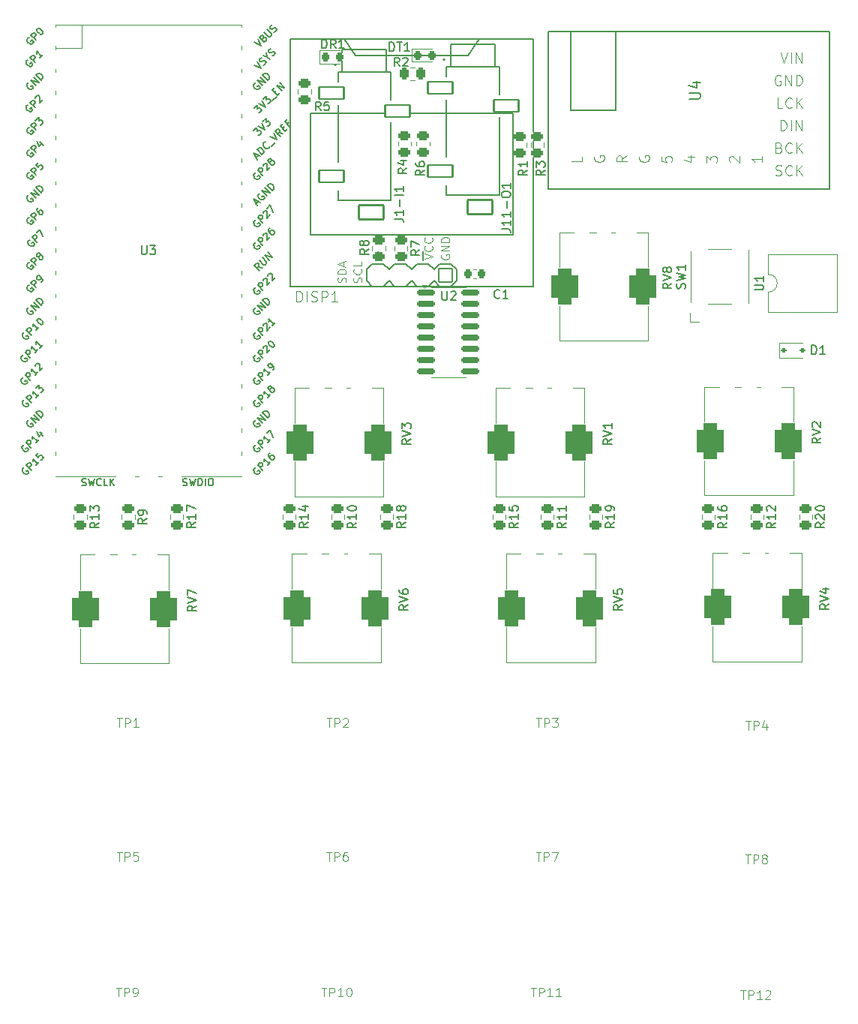
<source format=gto>
%TF.GenerationSoftware,KiCad,Pcbnew,8.0.3*%
%TF.CreationDate,2024-07-12T18:25:32-05:00*%
%TF.ProjectId,controller,636f6e74-726f-46c6-9c65-722e6b696361,rev?*%
%TF.SameCoordinates,Original*%
%TF.FileFunction,Legend,Top*%
%TF.FilePolarity,Positive*%
%FSLAX46Y46*%
G04 Gerber Fmt 4.6, Leading zero omitted, Abs format (unit mm)*
G04 Created by KiCad (PCBNEW 8.0.3) date 2024-07-12 18:25:32*
%MOMM*%
%LPD*%
G01*
G04 APERTURE LIST*
G04 Aperture macros list*
%AMRoundRect*
0 Rectangle with rounded corners*
0 $1 Rounding radius*
0 $2 $3 $4 $5 $6 $7 $8 $9 X,Y pos of 4 corners*
0 Add a 4 corners polygon primitive as box body*
4,1,4,$2,$3,$4,$5,$6,$7,$8,$9,$2,$3,0*
0 Add four circle primitives for the rounded corners*
1,1,$1+$1,$2,$3*
1,1,$1+$1,$4,$5*
1,1,$1+$1,$6,$7*
1,1,$1+$1,$8,$9*
0 Add four rect primitives between the rounded corners*
20,1,$1+$1,$2,$3,$4,$5,0*
20,1,$1+$1,$4,$5,$6,$7,0*
20,1,$1+$1,$6,$7,$8,$9,0*
20,1,$1+$1,$8,$9,$2,$3,0*%
G04 Aperture macros list end*
%ADD10C,0.150000*%
%ADD11C,0.100000*%
%ADD12C,0.101600*%
%ADD13C,0.081280*%
%ADD14C,0.120000*%
%ADD15C,0.200000*%
%ADD16C,0.127000*%
%ADD17RoundRect,0.250000X0.450000X-0.262500X0.450000X0.262500X-0.450000X0.262500X-0.450000X-0.262500X0*%
%ADD18RoundRect,0.750000X-0.750000X1.250000X-0.750000X-1.250000X0.750000X-1.250000X0.750000X1.250000X0*%
%ADD19C,1.800000*%
%ADD20R,1.800000X1.800000*%
%ADD21RoundRect,0.250000X-0.450000X0.262500X-0.450000X-0.262500X0.450000X-0.262500X0.450000X0.262500X0*%
%ADD22RoundRect,0.218750X-0.218750X-0.256250X0.218750X-0.256250X0.218750X0.256250X-0.218750X0.256250X0*%
%ADD23RoundRect,0.102000X-1.400000X0.800000X-1.400000X-0.800000X1.400000X-0.800000X1.400000X0.800000X0*%
%ADD24RoundRect,0.102000X-1.400000X0.700000X-1.400000X-0.700000X1.400000X-0.700000X1.400000X0.700000X0*%
%ADD25C,1.700000*%
%ADD26R,1.400000X1.600000*%
%ADD27C,1.879600*%
%ADD28R,1.780000X2.000000*%
%ADD29RoundRect,0.250000X-0.262500X-0.450000X0.262500X-0.450000X0.262500X0.450000X-0.262500X0.450000X0*%
%ADD30R,1.700000X3.500000*%
%ADD31O,1.700000X1.700000*%
%ADD32R,1.700000X1.700000*%
%ADD33R,3.500000X1.700000*%
%ADD34O,1.800000X1.800000*%
%ADD35O,1.500000X1.500000*%
%ADD36RoundRect,0.225000X0.225000X0.250000X-0.225000X0.250000X-0.225000X-0.250000X0.225000X-0.250000X0*%
%ADD37RoundRect,0.150000X-0.825000X-0.150000X0.825000X-0.150000X0.825000X0.150000X-0.825000X0.150000X0*%
%ADD38C,1.711200*%
%ADD39RoundRect,0.101600X0.754000X0.754000X-0.754000X0.754000X-0.754000X-0.754000X0.754000X-0.754000X0*%
%ADD40C,2.540000*%
%ADD41RoundRect,0.112500X-0.187500X-0.112500X0.187500X-0.112500X0.187500X0.112500X-0.187500X0.112500X0*%
G04 APERTURE END LIST*
D10*
X124554819Y-38166666D02*
X124078628Y-38499999D01*
X124554819Y-38738094D02*
X123554819Y-38738094D01*
X123554819Y-38738094D02*
X123554819Y-38357142D01*
X123554819Y-38357142D02*
X123602438Y-38261904D01*
X123602438Y-38261904D02*
X123650057Y-38214285D01*
X123650057Y-38214285D02*
X123745295Y-38166666D01*
X123745295Y-38166666D02*
X123888152Y-38166666D01*
X123888152Y-38166666D02*
X123983390Y-38214285D01*
X123983390Y-38214285D02*
X124031009Y-38261904D01*
X124031009Y-38261904D02*
X124078628Y-38357142D01*
X124078628Y-38357142D02*
X124078628Y-38738094D01*
X123554819Y-37833332D02*
X123554819Y-37214285D01*
X123554819Y-37214285D02*
X123935771Y-37547618D01*
X123935771Y-37547618D02*
X123935771Y-37404761D01*
X123935771Y-37404761D02*
X123983390Y-37309523D01*
X123983390Y-37309523D02*
X124031009Y-37261904D01*
X124031009Y-37261904D02*
X124126247Y-37214285D01*
X124126247Y-37214285D02*
X124364342Y-37214285D01*
X124364342Y-37214285D02*
X124459580Y-37261904D01*
X124459580Y-37261904D02*
X124507200Y-37309523D01*
X124507200Y-37309523D02*
X124554819Y-37404761D01*
X124554819Y-37404761D02*
X124554819Y-37690475D01*
X124554819Y-37690475D02*
X124507200Y-37785713D01*
X124507200Y-37785713D02*
X124459580Y-37833332D01*
X138854819Y-50945238D02*
X138378628Y-51278571D01*
X138854819Y-51516666D02*
X137854819Y-51516666D01*
X137854819Y-51516666D02*
X137854819Y-51135714D01*
X137854819Y-51135714D02*
X137902438Y-51040476D01*
X137902438Y-51040476D02*
X137950057Y-50992857D01*
X137950057Y-50992857D02*
X138045295Y-50945238D01*
X138045295Y-50945238D02*
X138188152Y-50945238D01*
X138188152Y-50945238D02*
X138283390Y-50992857D01*
X138283390Y-50992857D02*
X138331009Y-51040476D01*
X138331009Y-51040476D02*
X138378628Y-51135714D01*
X138378628Y-51135714D02*
X138378628Y-51516666D01*
X137854819Y-50659523D02*
X138854819Y-50326190D01*
X138854819Y-50326190D02*
X137854819Y-49992857D01*
X138283390Y-49516666D02*
X138235771Y-49611904D01*
X138235771Y-49611904D02*
X138188152Y-49659523D01*
X138188152Y-49659523D02*
X138092914Y-49707142D01*
X138092914Y-49707142D02*
X138045295Y-49707142D01*
X138045295Y-49707142D02*
X137950057Y-49659523D01*
X137950057Y-49659523D02*
X137902438Y-49611904D01*
X137902438Y-49611904D02*
X137854819Y-49516666D01*
X137854819Y-49516666D02*
X137854819Y-49326190D01*
X137854819Y-49326190D02*
X137902438Y-49230952D01*
X137902438Y-49230952D02*
X137950057Y-49183333D01*
X137950057Y-49183333D02*
X138045295Y-49135714D01*
X138045295Y-49135714D02*
X138092914Y-49135714D01*
X138092914Y-49135714D02*
X138188152Y-49183333D01*
X138188152Y-49183333D02*
X138235771Y-49230952D01*
X138235771Y-49230952D02*
X138283390Y-49326190D01*
X138283390Y-49326190D02*
X138283390Y-49516666D01*
X138283390Y-49516666D02*
X138331009Y-49611904D01*
X138331009Y-49611904D02*
X138378628Y-49659523D01*
X138378628Y-49659523D02*
X138473866Y-49707142D01*
X138473866Y-49707142D02*
X138664342Y-49707142D01*
X138664342Y-49707142D02*
X138759580Y-49659523D01*
X138759580Y-49659523D02*
X138807200Y-49611904D01*
X138807200Y-49611904D02*
X138854819Y-49516666D01*
X138854819Y-49516666D02*
X138854819Y-49326190D01*
X138854819Y-49326190D02*
X138807200Y-49230952D01*
X138807200Y-49230952D02*
X138759580Y-49183333D01*
X138759580Y-49183333D02*
X138664342Y-49135714D01*
X138664342Y-49135714D02*
X138473866Y-49135714D01*
X138473866Y-49135714D02*
X138378628Y-49183333D01*
X138378628Y-49183333D02*
X138331009Y-49230952D01*
X138331009Y-49230952D02*
X138283390Y-49326190D01*
X85204819Y-87345238D02*
X84728628Y-87678571D01*
X85204819Y-87916666D02*
X84204819Y-87916666D01*
X84204819Y-87916666D02*
X84204819Y-87535714D01*
X84204819Y-87535714D02*
X84252438Y-87440476D01*
X84252438Y-87440476D02*
X84300057Y-87392857D01*
X84300057Y-87392857D02*
X84395295Y-87345238D01*
X84395295Y-87345238D02*
X84538152Y-87345238D01*
X84538152Y-87345238D02*
X84633390Y-87392857D01*
X84633390Y-87392857D02*
X84681009Y-87440476D01*
X84681009Y-87440476D02*
X84728628Y-87535714D01*
X84728628Y-87535714D02*
X84728628Y-87916666D01*
X84204819Y-87059523D02*
X85204819Y-86726190D01*
X85204819Y-86726190D02*
X84204819Y-86392857D01*
X84204819Y-86154761D02*
X84204819Y-85488095D01*
X84204819Y-85488095D02*
X85204819Y-85916666D01*
X109104819Y-87245238D02*
X108628628Y-87578571D01*
X109104819Y-87816666D02*
X108104819Y-87816666D01*
X108104819Y-87816666D02*
X108104819Y-87435714D01*
X108104819Y-87435714D02*
X108152438Y-87340476D01*
X108152438Y-87340476D02*
X108200057Y-87292857D01*
X108200057Y-87292857D02*
X108295295Y-87245238D01*
X108295295Y-87245238D02*
X108438152Y-87245238D01*
X108438152Y-87245238D02*
X108533390Y-87292857D01*
X108533390Y-87292857D02*
X108581009Y-87340476D01*
X108581009Y-87340476D02*
X108628628Y-87435714D01*
X108628628Y-87435714D02*
X108628628Y-87816666D01*
X108104819Y-86959523D02*
X109104819Y-86626190D01*
X109104819Y-86626190D02*
X108104819Y-86292857D01*
X108104819Y-85530952D02*
X108104819Y-85721428D01*
X108104819Y-85721428D02*
X108152438Y-85816666D01*
X108152438Y-85816666D02*
X108200057Y-85864285D01*
X108200057Y-85864285D02*
X108342914Y-85959523D01*
X108342914Y-85959523D02*
X108533390Y-86007142D01*
X108533390Y-86007142D02*
X108914342Y-86007142D01*
X108914342Y-86007142D02*
X109009580Y-85959523D01*
X109009580Y-85959523D02*
X109057200Y-85911904D01*
X109057200Y-85911904D02*
X109104819Y-85816666D01*
X109104819Y-85816666D02*
X109104819Y-85626190D01*
X109104819Y-85626190D02*
X109057200Y-85530952D01*
X109057200Y-85530952D02*
X109009580Y-85483333D01*
X109009580Y-85483333D02*
X108914342Y-85435714D01*
X108914342Y-85435714D02*
X108676247Y-85435714D01*
X108676247Y-85435714D02*
X108581009Y-85483333D01*
X108581009Y-85483333D02*
X108533390Y-85530952D01*
X108533390Y-85530952D02*
X108485771Y-85626190D01*
X108485771Y-85626190D02*
X108485771Y-85816666D01*
X108485771Y-85816666D02*
X108533390Y-85911904D01*
X108533390Y-85911904D02*
X108581009Y-85959523D01*
X108581009Y-85959523D02*
X108676247Y-86007142D01*
X133304819Y-87245238D02*
X132828628Y-87578571D01*
X133304819Y-87816666D02*
X132304819Y-87816666D01*
X132304819Y-87816666D02*
X132304819Y-87435714D01*
X132304819Y-87435714D02*
X132352438Y-87340476D01*
X132352438Y-87340476D02*
X132400057Y-87292857D01*
X132400057Y-87292857D02*
X132495295Y-87245238D01*
X132495295Y-87245238D02*
X132638152Y-87245238D01*
X132638152Y-87245238D02*
X132733390Y-87292857D01*
X132733390Y-87292857D02*
X132781009Y-87340476D01*
X132781009Y-87340476D02*
X132828628Y-87435714D01*
X132828628Y-87435714D02*
X132828628Y-87816666D01*
X132304819Y-86959523D02*
X133304819Y-86626190D01*
X133304819Y-86626190D02*
X132304819Y-86292857D01*
X132304819Y-85483333D02*
X132304819Y-85959523D01*
X132304819Y-85959523D02*
X132781009Y-86007142D01*
X132781009Y-86007142D02*
X132733390Y-85959523D01*
X132733390Y-85959523D02*
X132685771Y-85864285D01*
X132685771Y-85864285D02*
X132685771Y-85626190D01*
X132685771Y-85626190D02*
X132733390Y-85530952D01*
X132733390Y-85530952D02*
X132781009Y-85483333D01*
X132781009Y-85483333D02*
X132876247Y-85435714D01*
X132876247Y-85435714D02*
X133114342Y-85435714D01*
X133114342Y-85435714D02*
X133209580Y-85483333D01*
X133209580Y-85483333D02*
X133257200Y-85530952D01*
X133257200Y-85530952D02*
X133304819Y-85626190D01*
X133304819Y-85626190D02*
X133304819Y-85864285D01*
X133304819Y-85864285D02*
X133257200Y-85959523D01*
X133257200Y-85959523D02*
X133209580Y-86007142D01*
X156604819Y-87145238D02*
X156128628Y-87478571D01*
X156604819Y-87716666D02*
X155604819Y-87716666D01*
X155604819Y-87716666D02*
X155604819Y-87335714D01*
X155604819Y-87335714D02*
X155652438Y-87240476D01*
X155652438Y-87240476D02*
X155700057Y-87192857D01*
X155700057Y-87192857D02*
X155795295Y-87145238D01*
X155795295Y-87145238D02*
X155938152Y-87145238D01*
X155938152Y-87145238D02*
X156033390Y-87192857D01*
X156033390Y-87192857D02*
X156081009Y-87240476D01*
X156081009Y-87240476D02*
X156128628Y-87335714D01*
X156128628Y-87335714D02*
X156128628Y-87716666D01*
X155604819Y-86859523D02*
X156604819Y-86526190D01*
X156604819Y-86526190D02*
X155604819Y-86192857D01*
X155938152Y-85430952D02*
X156604819Y-85430952D01*
X155557200Y-85669047D02*
X156271485Y-85907142D01*
X156271485Y-85907142D02*
X156271485Y-85288095D01*
X109404819Y-68545238D02*
X108928628Y-68878571D01*
X109404819Y-69116666D02*
X108404819Y-69116666D01*
X108404819Y-69116666D02*
X108404819Y-68735714D01*
X108404819Y-68735714D02*
X108452438Y-68640476D01*
X108452438Y-68640476D02*
X108500057Y-68592857D01*
X108500057Y-68592857D02*
X108595295Y-68545238D01*
X108595295Y-68545238D02*
X108738152Y-68545238D01*
X108738152Y-68545238D02*
X108833390Y-68592857D01*
X108833390Y-68592857D02*
X108881009Y-68640476D01*
X108881009Y-68640476D02*
X108928628Y-68735714D01*
X108928628Y-68735714D02*
X108928628Y-69116666D01*
X108404819Y-68259523D02*
X109404819Y-67926190D01*
X109404819Y-67926190D02*
X108404819Y-67592857D01*
X108404819Y-67354761D02*
X108404819Y-66735714D01*
X108404819Y-66735714D02*
X108785771Y-67069047D01*
X108785771Y-67069047D02*
X108785771Y-66926190D01*
X108785771Y-66926190D02*
X108833390Y-66830952D01*
X108833390Y-66830952D02*
X108881009Y-66783333D01*
X108881009Y-66783333D02*
X108976247Y-66735714D01*
X108976247Y-66735714D02*
X109214342Y-66735714D01*
X109214342Y-66735714D02*
X109309580Y-66783333D01*
X109309580Y-66783333D02*
X109357200Y-66830952D01*
X109357200Y-66830952D02*
X109404819Y-66926190D01*
X109404819Y-66926190D02*
X109404819Y-67211904D01*
X109404819Y-67211904D02*
X109357200Y-67307142D01*
X109357200Y-67307142D02*
X109309580Y-67354761D01*
X155704819Y-68395238D02*
X155228628Y-68728571D01*
X155704819Y-68966666D02*
X154704819Y-68966666D01*
X154704819Y-68966666D02*
X154704819Y-68585714D01*
X154704819Y-68585714D02*
X154752438Y-68490476D01*
X154752438Y-68490476D02*
X154800057Y-68442857D01*
X154800057Y-68442857D02*
X154895295Y-68395238D01*
X154895295Y-68395238D02*
X155038152Y-68395238D01*
X155038152Y-68395238D02*
X155133390Y-68442857D01*
X155133390Y-68442857D02*
X155181009Y-68490476D01*
X155181009Y-68490476D02*
X155228628Y-68585714D01*
X155228628Y-68585714D02*
X155228628Y-68966666D01*
X154704819Y-68109523D02*
X155704819Y-67776190D01*
X155704819Y-67776190D02*
X154704819Y-67442857D01*
X154800057Y-67157142D02*
X154752438Y-67109523D01*
X154752438Y-67109523D02*
X154704819Y-67014285D01*
X154704819Y-67014285D02*
X154704819Y-66776190D01*
X154704819Y-66776190D02*
X154752438Y-66680952D01*
X154752438Y-66680952D02*
X154800057Y-66633333D01*
X154800057Y-66633333D02*
X154895295Y-66585714D01*
X154895295Y-66585714D02*
X154990533Y-66585714D01*
X154990533Y-66585714D02*
X155133390Y-66633333D01*
X155133390Y-66633333D02*
X155704819Y-67204761D01*
X155704819Y-67204761D02*
X155704819Y-66585714D01*
X132104819Y-68545238D02*
X131628628Y-68878571D01*
X132104819Y-69116666D02*
X131104819Y-69116666D01*
X131104819Y-69116666D02*
X131104819Y-68735714D01*
X131104819Y-68735714D02*
X131152438Y-68640476D01*
X131152438Y-68640476D02*
X131200057Y-68592857D01*
X131200057Y-68592857D02*
X131295295Y-68545238D01*
X131295295Y-68545238D02*
X131438152Y-68545238D01*
X131438152Y-68545238D02*
X131533390Y-68592857D01*
X131533390Y-68592857D02*
X131581009Y-68640476D01*
X131581009Y-68640476D02*
X131628628Y-68735714D01*
X131628628Y-68735714D02*
X131628628Y-69116666D01*
X131104819Y-68259523D02*
X132104819Y-67926190D01*
X132104819Y-67926190D02*
X131104819Y-67592857D01*
X132104819Y-66735714D02*
X132104819Y-67307142D01*
X132104819Y-67021428D02*
X131104819Y-67021428D01*
X131104819Y-67021428D02*
X131247676Y-67116666D01*
X131247676Y-67116666D02*
X131342914Y-67211904D01*
X131342914Y-67211904D02*
X131390533Y-67307142D01*
X126932396Y-77955357D02*
X126456205Y-78288690D01*
X126932396Y-78526785D02*
X125932396Y-78526785D01*
X125932396Y-78526785D02*
X125932396Y-78145833D01*
X125932396Y-78145833D02*
X125980015Y-78050595D01*
X125980015Y-78050595D02*
X126027634Y-78002976D01*
X126027634Y-78002976D02*
X126122872Y-77955357D01*
X126122872Y-77955357D02*
X126265729Y-77955357D01*
X126265729Y-77955357D02*
X126360967Y-78002976D01*
X126360967Y-78002976D02*
X126408586Y-78050595D01*
X126408586Y-78050595D02*
X126456205Y-78145833D01*
X126456205Y-78145833D02*
X126456205Y-78526785D01*
X126932396Y-77002976D02*
X126932396Y-77574404D01*
X126932396Y-77288690D02*
X125932396Y-77288690D01*
X125932396Y-77288690D02*
X126075253Y-77383928D01*
X126075253Y-77383928D02*
X126170491Y-77479166D01*
X126170491Y-77479166D02*
X126218110Y-77574404D01*
X126932396Y-76050595D02*
X126932396Y-76622023D01*
X126932396Y-76336309D02*
X125932396Y-76336309D01*
X125932396Y-76336309D02*
X126075253Y-76431547D01*
X126075253Y-76431547D02*
X126170491Y-76526785D01*
X126170491Y-76526785D02*
X126218110Y-76622023D01*
D11*
X76154758Y-130440453D02*
X76726186Y-130440453D01*
X76440472Y-131440453D02*
X76440472Y-130440453D01*
X77059520Y-131440453D02*
X77059520Y-130440453D01*
X77059520Y-130440453D02*
X77440472Y-130440453D01*
X77440472Y-130440453D02*
X77535710Y-130488072D01*
X77535710Y-130488072D02*
X77583329Y-130535691D01*
X77583329Y-130535691D02*
X77630948Y-130630929D01*
X77630948Y-130630929D02*
X77630948Y-130773786D01*
X77630948Y-130773786D02*
X77583329Y-130869024D01*
X77583329Y-130869024D02*
X77535710Y-130916643D01*
X77535710Y-130916643D02*
X77440472Y-130964262D01*
X77440472Y-130964262D02*
X77059520Y-130964262D01*
X78107139Y-131440453D02*
X78297615Y-131440453D01*
X78297615Y-131440453D02*
X78392853Y-131392834D01*
X78392853Y-131392834D02*
X78440472Y-131345214D01*
X78440472Y-131345214D02*
X78535710Y-131202357D01*
X78535710Y-131202357D02*
X78583329Y-131011881D01*
X78583329Y-131011881D02*
X78583329Y-130630929D01*
X78583329Y-130630929D02*
X78535710Y-130535691D01*
X78535710Y-130535691D02*
X78488091Y-130488072D01*
X78488091Y-130488072D02*
X78392853Y-130440453D01*
X78392853Y-130440453D02*
X78202377Y-130440453D01*
X78202377Y-130440453D02*
X78107139Y-130488072D01*
X78107139Y-130488072D02*
X78059520Y-130535691D01*
X78059520Y-130535691D02*
X78011901Y-130630929D01*
X78011901Y-130630929D02*
X78011901Y-130869024D01*
X78011901Y-130869024D02*
X78059520Y-130964262D01*
X78059520Y-130964262D02*
X78107139Y-131011881D01*
X78107139Y-131011881D02*
X78202377Y-131059500D01*
X78202377Y-131059500D02*
X78392853Y-131059500D01*
X78392853Y-131059500D02*
X78488091Y-131011881D01*
X78488091Y-131011881D02*
X78535710Y-130964262D01*
X78535710Y-130964262D02*
X78583329Y-130869024D01*
D10*
X110954819Y-38166666D02*
X110478628Y-38499999D01*
X110954819Y-38738094D02*
X109954819Y-38738094D01*
X109954819Y-38738094D02*
X109954819Y-38357142D01*
X109954819Y-38357142D02*
X110002438Y-38261904D01*
X110002438Y-38261904D02*
X110050057Y-38214285D01*
X110050057Y-38214285D02*
X110145295Y-38166666D01*
X110145295Y-38166666D02*
X110288152Y-38166666D01*
X110288152Y-38166666D02*
X110383390Y-38214285D01*
X110383390Y-38214285D02*
X110431009Y-38261904D01*
X110431009Y-38261904D02*
X110478628Y-38357142D01*
X110478628Y-38357142D02*
X110478628Y-38738094D01*
X109954819Y-37309523D02*
X109954819Y-37499999D01*
X109954819Y-37499999D02*
X110002438Y-37595237D01*
X110002438Y-37595237D02*
X110050057Y-37642856D01*
X110050057Y-37642856D02*
X110192914Y-37738094D01*
X110192914Y-37738094D02*
X110383390Y-37785713D01*
X110383390Y-37785713D02*
X110764342Y-37785713D01*
X110764342Y-37785713D02*
X110859580Y-37738094D01*
X110859580Y-37738094D02*
X110907200Y-37690475D01*
X110907200Y-37690475D02*
X110954819Y-37595237D01*
X110954819Y-37595237D02*
X110954819Y-37404761D01*
X110954819Y-37404761D02*
X110907200Y-37309523D01*
X110907200Y-37309523D02*
X110859580Y-37261904D01*
X110859580Y-37261904D02*
X110764342Y-37214285D01*
X110764342Y-37214285D02*
X110526247Y-37214285D01*
X110526247Y-37214285D02*
X110431009Y-37261904D01*
X110431009Y-37261904D02*
X110383390Y-37309523D01*
X110383390Y-37309523D02*
X110335771Y-37404761D01*
X110335771Y-37404761D02*
X110335771Y-37595237D01*
X110335771Y-37595237D02*
X110383390Y-37690475D01*
X110383390Y-37690475D02*
X110431009Y-37738094D01*
X110431009Y-37738094D02*
X110526247Y-37785713D01*
X106980952Y-24754819D02*
X106980952Y-23754819D01*
X106980952Y-23754819D02*
X107219047Y-23754819D01*
X107219047Y-23754819D02*
X107361904Y-23802438D01*
X107361904Y-23802438D02*
X107457142Y-23897676D01*
X107457142Y-23897676D02*
X107504761Y-23992914D01*
X107504761Y-23992914D02*
X107552380Y-24183390D01*
X107552380Y-24183390D02*
X107552380Y-24326247D01*
X107552380Y-24326247D02*
X107504761Y-24516723D01*
X107504761Y-24516723D02*
X107457142Y-24611961D01*
X107457142Y-24611961D02*
X107361904Y-24707200D01*
X107361904Y-24707200D02*
X107219047Y-24754819D01*
X107219047Y-24754819D02*
X106980952Y-24754819D01*
X107838095Y-23754819D02*
X108409523Y-23754819D01*
X108123809Y-24754819D02*
X108123809Y-23754819D01*
X109266666Y-24754819D02*
X108695238Y-24754819D01*
X108980952Y-24754819D02*
X108980952Y-23754819D01*
X108980952Y-23754819D02*
X108885714Y-23897676D01*
X108885714Y-23897676D02*
X108790476Y-23992914D01*
X108790476Y-23992914D02*
X108695238Y-24040533D01*
X107553909Y-43669487D02*
X108269404Y-43669487D01*
X108269404Y-43669487D02*
X108412503Y-43717187D01*
X108412503Y-43717187D02*
X108507903Y-43812586D01*
X108507903Y-43812586D02*
X108555602Y-43955685D01*
X108555602Y-43955685D02*
X108555602Y-44051085D01*
X108555602Y-42667794D02*
X108555602Y-43240190D01*
X108555602Y-42953992D02*
X107553909Y-42953992D01*
X107553909Y-42953992D02*
X107697008Y-43049391D01*
X107697008Y-43049391D02*
X107792408Y-43144791D01*
X107792408Y-43144791D02*
X107840107Y-43240190D01*
X108174005Y-42238497D02*
X108174005Y-41475303D01*
X108555602Y-40998306D02*
X107553909Y-40998306D01*
X108555602Y-39996613D02*
X108555602Y-40569009D01*
X108555602Y-40282811D02*
X107553909Y-40282811D01*
X107553909Y-40282811D02*
X107697008Y-40378210D01*
X107697008Y-40378210D02*
X107792408Y-40473610D01*
X107792408Y-40473610D02*
X107840107Y-40569009D01*
X140357200Y-51533332D02*
X140404819Y-51390475D01*
X140404819Y-51390475D02*
X140404819Y-51152380D01*
X140404819Y-51152380D02*
X140357200Y-51057142D01*
X140357200Y-51057142D02*
X140309580Y-51009523D01*
X140309580Y-51009523D02*
X140214342Y-50961904D01*
X140214342Y-50961904D02*
X140119104Y-50961904D01*
X140119104Y-50961904D02*
X140023866Y-51009523D01*
X140023866Y-51009523D02*
X139976247Y-51057142D01*
X139976247Y-51057142D02*
X139928628Y-51152380D01*
X139928628Y-51152380D02*
X139881009Y-51342856D01*
X139881009Y-51342856D02*
X139833390Y-51438094D01*
X139833390Y-51438094D02*
X139785771Y-51485713D01*
X139785771Y-51485713D02*
X139690533Y-51533332D01*
X139690533Y-51533332D02*
X139595295Y-51533332D01*
X139595295Y-51533332D02*
X139500057Y-51485713D01*
X139500057Y-51485713D02*
X139452438Y-51438094D01*
X139452438Y-51438094D02*
X139404819Y-51342856D01*
X139404819Y-51342856D02*
X139404819Y-51104761D01*
X139404819Y-51104761D02*
X139452438Y-50961904D01*
X139404819Y-50628570D02*
X140404819Y-50390475D01*
X140404819Y-50390475D02*
X139690533Y-50199999D01*
X139690533Y-50199999D02*
X140404819Y-50009523D01*
X140404819Y-50009523D02*
X139404819Y-49771428D01*
X140404819Y-48866666D02*
X140404819Y-49438094D01*
X140404819Y-49152380D02*
X139404819Y-49152380D01*
X139404819Y-49152380D02*
X139547676Y-49247618D01*
X139547676Y-49247618D02*
X139642914Y-49342856D01*
X139642914Y-49342856D02*
X139690533Y-49438094D01*
X121504819Y-77955357D02*
X121028628Y-78288690D01*
X121504819Y-78526785D02*
X120504819Y-78526785D01*
X120504819Y-78526785D02*
X120504819Y-78145833D01*
X120504819Y-78145833D02*
X120552438Y-78050595D01*
X120552438Y-78050595D02*
X120600057Y-78002976D01*
X120600057Y-78002976D02*
X120695295Y-77955357D01*
X120695295Y-77955357D02*
X120838152Y-77955357D01*
X120838152Y-77955357D02*
X120933390Y-78002976D01*
X120933390Y-78002976D02*
X120981009Y-78050595D01*
X120981009Y-78050595D02*
X121028628Y-78145833D01*
X121028628Y-78145833D02*
X121028628Y-78526785D01*
X121504819Y-77002976D02*
X121504819Y-77574404D01*
X121504819Y-77288690D02*
X120504819Y-77288690D01*
X120504819Y-77288690D02*
X120647676Y-77383928D01*
X120647676Y-77383928D02*
X120742914Y-77479166D01*
X120742914Y-77479166D02*
X120790533Y-77574404D01*
X120504819Y-76098214D02*
X120504819Y-76574404D01*
X120504819Y-76574404D02*
X120981009Y-76622023D01*
X120981009Y-76622023D02*
X120933390Y-76574404D01*
X120933390Y-76574404D02*
X120885771Y-76479166D01*
X120885771Y-76479166D02*
X120885771Y-76241071D01*
X120885771Y-76241071D02*
X120933390Y-76145833D01*
X120933390Y-76145833D02*
X120981009Y-76098214D01*
X120981009Y-76098214D02*
X121076247Y-76050595D01*
X121076247Y-76050595D02*
X121314342Y-76050595D01*
X121314342Y-76050595D02*
X121409580Y-76098214D01*
X121409580Y-76098214D02*
X121457200Y-76145833D01*
X121457200Y-76145833D02*
X121504819Y-76241071D01*
X121504819Y-76241071D02*
X121504819Y-76479166D01*
X121504819Y-76479166D02*
X121457200Y-76574404D01*
X121457200Y-76574404D02*
X121409580Y-76622023D01*
X79621482Y-77479166D02*
X79145291Y-77812499D01*
X79621482Y-78050594D02*
X78621482Y-78050594D01*
X78621482Y-78050594D02*
X78621482Y-77669642D01*
X78621482Y-77669642D02*
X78669101Y-77574404D01*
X78669101Y-77574404D02*
X78716720Y-77526785D01*
X78716720Y-77526785D02*
X78811958Y-77479166D01*
X78811958Y-77479166D02*
X78954815Y-77479166D01*
X78954815Y-77479166D02*
X79050053Y-77526785D01*
X79050053Y-77526785D02*
X79097672Y-77574404D01*
X79097672Y-77574404D02*
X79145291Y-77669642D01*
X79145291Y-77669642D02*
X79145291Y-78050594D01*
X79621482Y-77002975D02*
X79621482Y-76812499D01*
X79621482Y-76812499D02*
X79573863Y-76717261D01*
X79573863Y-76717261D02*
X79526243Y-76669642D01*
X79526243Y-76669642D02*
X79383386Y-76574404D01*
X79383386Y-76574404D02*
X79192910Y-76526785D01*
X79192910Y-76526785D02*
X78811958Y-76526785D01*
X78811958Y-76526785D02*
X78716720Y-76574404D01*
X78716720Y-76574404D02*
X78669101Y-76622023D01*
X78669101Y-76622023D02*
X78621482Y-76717261D01*
X78621482Y-76717261D02*
X78621482Y-76907737D01*
X78621482Y-76907737D02*
X78669101Y-77002975D01*
X78669101Y-77002975D02*
X78716720Y-77050594D01*
X78716720Y-77050594D02*
X78811958Y-77098213D01*
X78811958Y-77098213D02*
X79050053Y-77098213D01*
X79050053Y-77098213D02*
X79145291Y-77050594D01*
X79145291Y-77050594D02*
X79192910Y-77002975D01*
X79192910Y-77002975D02*
X79240529Y-76907737D01*
X79240529Y-76907737D02*
X79240529Y-76717261D01*
X79240529Y-76717261D02*
X79192910Y-76622023D01*
X79192910Y-76622023D02*
X79145291Y-76574404D01*
X79145291Y-76574404D02*
X79050053Y-76526785D01*
X140809726Y-30167619D02*
X141837821Y-30167619D01*
X141837821Y-30167619D02*
X141958773Y-30107142D01*
X141958773Y-30107142D02*
X142019250Y-30046666D01*
X142019250Y-30046666D02*
X142079726Y-29925714D01*
X142079726Y-29925714D02*
X142079726Y-29683809D01*
X142079726Y-29683809D02*
X142019250Y-29562857D01*
X142019250Y-29562857D02*
X141958773Y-29502380D01*
X141958773Y-29502380D02*
X141837821Y-29441904D01*
X141837821Y-29441904D02*
X140809726Y-29441904D01*
X141233059Y-28292857D02*
X142079726Y-28292857D01*
X140749250Y-28595238D02*
X141656392Y-28897619D01*
X141656392Y-28897619D02*
X141656392Y-28111428D01*
D12*
X137733326Y-36648586D02*
X137733326Y-37204967D01*
X137733326Y-37204967D02*
X138289707Y-37260605D01*
X138289707Y-37260605D02*
X138234068Y-37204967D01*
X138234068Y-37204967D02*
X138178430Y-37093691D01*
X138178430Y-37093691D02*
X138178430Y-36815500D01*
X138178430Y-36815500D02*
X138234068Y-36704224D01*
X138234068Y-36704224D02*
X138289707Y-36648586D01*
X138289707Y-36648586D02*
X138400983Y-36592948D01*
X138400983Y-36592948D02*
X138679173Y-36592948D01*
X138679173Y-36592948D02*
X138790449Y-36648586D01*
X138790449Y-36648586D02*
X138846088Y-36704224D01*
X138846088Y-36704224D02*
X138901726Y-36815500D01*
X138901726Y-36815500D02*
X138901726Y-37093691D01*
X138901726Y-37093691D02*
X138846088Y-37204967D01*
X138846088Y-37204967D02*
X138790449Y-37260605D01*
X130168964Y-36592948D02*
X130113326Y-36704224D01*
X130113326Y-36704224D02*
X130113326Y-36871138D01*
X130113326Y-36871138D02*
X130168964Y-37038053D01*
X130168964Y-37038053D02*
X130280240Y-37149329D01*
X130280240Y-37149329D02*
X130391516Y-37204967D01*
X130391516Y-37204967D02*
X130614068Y-37260605D01*
X130614068Y-37260605D02*
X130780983Y-37260605D01*
X130780983Y-37260605D02*
X131003535Y-37204967D01*
X131003535Y-37204967D02*
X131114811Y-37149329D01*
X131114811Y-37149329D02*
X131226088Y-37038053D01*
X131226088Y-37038053D02*
X131281726Y-36871138D01*
X131281726Y-36871138D02*
X131281726Y-36759862D01*
X131281726Y-36759862D02*
X131226088Y-36592948D01*
X131226088Y-36592948D02*
X131170449Y-36537310D01*
X131170449Y-36537310D02*
X130780983Y-36537310D01*
X130780983Y-36537310D02*
X130780983Y-36759862D01*
X151152529Y-33708754D02*
X151152529Y-32540354D01*
X151152529Y-32540354D02*
X151430719Y-32540354D01*
X151430719Y-32540354D02*
X151597634Y-32595992D01*
X151597634Y-32595992D02*
X151708910Y-32707268D01*
X151708910Y-32707268D02*
X151764548Y-32818544D01*
X151764548Y-32818544D02*
X151820186Y-33041096D01*
X151820186Y-33041096D02*
X151820186Y-33208011D01*
X151820186Y-33208011D02*
X151764548Y-33430563D01*
X151764548Y-33430563D02*
X151708910Y-33541839D01*
X151708910Y-33541839D02*
X151597634Y-33653116D01*
X151597634Y-33653116D02*
X151430719Y-33708754D01*
X151430719Y-33708754D02*
X151152529Y-33708754D01*
X152320929Y-33708754D02*
X152320929Y-32540354D01*
X152877310Y-33708754D02*
X152877310Y-32540354D01*
X152877310Y-32540354D02*
X153544967Y-33708754D01*
X153544967Y-33708754D02*
X153544967Y-32540354D01*
X145464602Y-37260605D02*
X145408964Y-37204967D01*
X145408964Y-37204967D02*
X145353326Y-37093691D01*
X145353326Y-37093691D02*
X145353326Y-36815500D01*
X145353326Y-36815500D02*
X145408964Y-36704224D01*
X145408964Y-36704224D02*
X145464602Y-36648586D01*
X145464602Y-36648586D02*
X145575878Y-36592948D01*
X145575878Y-36592948D02*
X145687154Y-36592948D01*
X145687154Y-36592948D02*
X145854068Y-36648586D01*
X145854068Y-36648586D02*
X146521726Y-37316243D01*
X146521726Y-37316243D02*
X146521726Y-36592948D01*
X140662792Y-36704224D02*
X141441726Y-36704224D01*
X140217688Y-36982415D02*
X141052259Y-37260605D01*
X141052259Y-37260605D02*
X141052259Y-36537310D01*
X151152529Y-24920354D02*
X151541995Y-26088754D01*
X151541995Y-26088754D02*
X151931462Y-24920354D01*
X152320929Y-26088754D02*
X152320929Y-24920354D01*
X152877310Y-26088754D02*
X152877310Y-24920354D01*
X152877310Y-24920354D02*
X153544967Y-26088754D01*
X153544967Y-26088754D02*
X153544967Y-24920354D01*
X149061726Y-36592948D02*
X149061726Y-37260605D01*
X149061726Y-36926777D02*
X147893326Y-36926777D01*
X147893326Y-36926777D02*
X148060240Y-37038053D01*
X148060240Y-37038053D02*
X148171516Y-37149329D01*
X148171516Y-37149329D02*
X148227154Y-37260605D01*
X142813326Y-37316243D02*
X142813326Y-36592948D01*
X142813326Y-36592948D02*
X143258430Y-36982415D01*
X143258430Y-36982415D02*
X143258430Y-36815500D01*
X143258430Y-36815500D02*
X143314068Y-36704224D01*
X143314068Y-36704224D02*
X143369707Y-36648586D01*
X143369707Y-36648586D02*
X143480983Y-36592948D01*
X143480983Y-36592948D02*
X143759173Y-36592948D01*
X143759173Y-36592948D02*
X143870449Y-36648586D01*
X143870449Y-36648586D02*
X143926088Y-36704224D01*
X143926088Y-36704224D02*
X143981726Y-36815500D01*
X143981726Y-36815500D02*
X143981726Y-37149329D01*
X143981726Y-37149329D02*
X143926088Y-37260605D01*
X143926088Y-37260605D02*
X143870449Y-37316243D01*
X135248964Y-36592948D02*
X135193326Y-36704224D01*
X135193326Y-36704224D02*
X135193326Y-36871138D01*
X135193326Y-36871138D02*
X135248964Y-37038053D01*
X135248964Y-37038053D02*
X135360240Y-37149329D01*
X135360240Y-37149329D02*
X135471516Y-37204967D01*
X135471516Y-37204967D02*
X135694068Y-37260605D01*
X135694068Y-37260605D02*
X135860983Y-37260605D01*
X135860983Y-37260605D02*
X136083535Y-37204967D01*
X136083535Y-37204967D02*
X136194811Y-37149329D01*
X136194811Y-37149329D02*
X136306088Y-37038053D01*
X136306088Y-37038053D02*
X136361726Y-36871138D01*
X136361726Y-36871138D02*
X136361726Y-36759862D01*
X136361726Y-36759862D02*
X136306088Y-36592948D01*
X136306088Y-36592948D02*
X136250449Y-36537310D01*
X136250449Y-36537310D02*
X135860983Y-36537310D01*
X135860983Y-36537310D02*
X135860983Y-36759862D01*
X151375081Y-31168754D02*
X150818700Y-31168754D01*
X150818700Y-31168754D02*
X150818700Y-30000354D01*
X152432205Y-31057477D02*
X152376567Y-31113116D01*
X152376567Y-31113116D02*
X152209653Y-31168754D01*
X152209653Y-31168754D02*
X152098377Y-31168754D01*
X152098377Y-31168754D02*
X151931462Y-31113116D01*
X151931462Y-31113116D02*
X151820186Y-31001839D01*
X151820186Y-31001839D02*
X151764548Y-30890563D01*
X151764548Y-30890563D02*
X151708910Y-30668011D01*
X151708910Y-30668011D02*
X151708910Y-30501096D01*
X151708910Y-30501096D02*
X151764548Y-30278544D01*
X151764548Y-30278544D02*
X151820186Y-30167268D01*
X151820186Y-30167268D02*
X151931462Y-30055992D01*
X151931462Y-30055992D02*
X152098377Y-30000354D01*
X152098377Y-30000354D02*
X152209653Y-30000354D01*
X152209653Y-30000354D02*
X152376567Y-30055992D01*
X152376567Y-30055992D02*
X152432205Y-30111630D01*
X152932948Y-31168754D02*
X152932948Y-30000354D01*
X153600605Y-31168754D02*
X153099862Y-30501096D01*
X153600605Y-30000354D02*
X152932948Y-30668011D01*
X151152529Y-27515992D02*
X151041253Y-27460354D01*
X151041253Y-27460354D02*
X150874339Y-27460354D01*
X150874339Y-27460354D02*
X150707424Y-27515992D01*
X150707424Y-27515992D02*
X150596148Y-27627268D01*
X150596148Y-27627268D02*
X150540510Y-27738544D01*
X150540510Y-27738544D02*
X150484872Y-27961096D01*
X150484872Y-27961096D02*
X150484872Y-28128011D01*
X150484872Y-28128011D02*
X150540510Y-28350563D01*
X150540510Y-28350563D02*
X150596148Y-28461839D01*
X150596148Y-28461839D02*
X150707424Y-28573116D01*
X150707424Y-28573116D02*
X150874339Y-28628754D01*
X150874339Y-28628754D02*
X150985615Y-28628754D01*
X150985615Y-28628754D02*
X151152529Y-28573116D01*
X151152529Y-28573116D02*
X151208167Y-28517477D01*
X151208167Y-28517477D02*
X151208167Y-28128011D01*
X151208167Y-28128011D02*
X150985615Y-28128011D01*
X151708910Y-28628754D02*
X151708910Y-27460354D01*
X151708910Y-27460354D02*
X152376567Y-28628754D01*
X152376567Y-28628754D02*
X152376567Y-27460354D01*
X152932948Y-28628754D02*
X152932948Y-27460354D01*
X152932948Y-27460354D02*
X153211138Y-27460354D01*
X153211138Y-27460354D02*
X153378053Y-27515992D01*
X153378053Y-27515992D02*
X153489329Y-27627268D01*
X153489329Y-27627268D02*
X153544967Y-27738544D01*
X153544967Y-27738544D02*
X153600605Y-27961096D01*
X153600605Y-27961096D02*
X153600605Y-28128011D01*
X153600605Y-28128011D02*
X153544967Y-28350563D01*
X153544967Y-28350563D02*
X153489329Y-28461839D01*
X153489329Y-28461839D02*
X153378053Y-28573116D01*
X153378053Y-28573116D02*
X153211138Y-28628754D01*
X153211138Y-28628754D02*
X152932948Y-28628754D01*
X150596148Y-38733116D02*
X150763062Y-38788754D01*
X150763062Y-38788754D02*
X151041253Y-38788754D01*
X151041253Y-38788754D02*
X151152529Y-38733116D01*
X151152529Y-38733116D02*
X151208167Y-38677477D01*
X151208167Y-38677477D02*
X151263805Y-38566201D01*
X151263805Y-38566201D02*
X151263805Y-38454925D01*
X151263805Y-38454925D02*
X151208167Y-38343649D01*
X151208167Y-38343649D02*
X151152529Y-38288011D01*
X151152529Y-38288011D02*
X151041253Y-38232373D01*
X151041253Y-38232373D02*
X150818700Y-38176735D01*
X150818700Y-38176735D02*
X150707424Y-38121096D01*
X150707424Y-38121096D02*
X150651786Y-38065458D01*
X150651786Y-38065458D02*
X150596148Y-37954182D01*
X150596148Y-37954182D02*
X150596148Y-37842906D01*
X150596148Y-37842906D02*
X150651786Y-37731630D01*
X150651786Y-37731630D02*
X150707424Y-37675992D01*
X150707424Y-37675992D02*
X150818700Y-37620354D01*
X150818700Y-37620354D02*
X151096891Y-37620354D01*
X151096891Y-37620354D02*
X151263805Y-37675992D01*
X152432205Y-38677477D02*
X152376567Y-38733116D01*
X152376567Y-38733116D02*
X152209653Y-38788754D01*
X152209653Y-38788754D02*
X152098377Y-38788754D01*
X152098377Y-38788754D02*
X151931462Y-38733116D01*
X151931462Y-38733116D02*
X151820186Y-38621839D01*
X151820186Y-38621839D02*
X151764548Y-38510563D01*
X151764548Y-38510563D02*
X151708910Y-38288011D01*
X151708910Y-38288011D02*
X151708910Y-38121096D01*
X151708910Y-38121096D02*
X151764548Y-37898544D01*
X151764548Y-37898544D02*
X151820186Y-37787268D01*
X151820186Y-37787268D02*
X151931462Y-37675992D01*
X151931462Y-37675992D02*
X152098377Y-37620354D01*
X152098377Y-37620354D02*
X152209653Y-37620354D01*
X152209653Y-37620354D02*
X152376567Y-37675992D01*
X152376567Y-37675992D02*
X152432205Y-37731630D01*
X152932948Y-38788754D02*
X152932948Y-37620354D01*
X153600605Y-38788754D02*
X153099862Y-38121096D01*
X153600605Y-37620354D02*
X152932948Y-38288011D01*
X133821726Y-36537310D02*
X133265345Y-36926777D01*
X133821726Y-37204967D02*
X132653326Y-37204967D01*
X132653326Y-37204967D02*
X132653326Y-36759862D01*
X132653326Y-36759862D02*
X132708964Y-36648586D01*
X132708964Y-36648586D02*
X132764602Y-36592948D01*
X132764602Y-36592948D02*
X132875878Y-36537310D01*
X132875878Y-36537310D02*
X133042792Y-36537310D01*
X133042792Y-36537310D02*
X133154068Y-36592948D01*
X133154068Y-36592948D02*
X133209707Y-36648586D01*
X133209707Y-36648586D02*
X133265345Y-36759862D01*
X133265345Y-36759862D02*
X133265345Y-37204967D01*
X128741726Y-36648586D02*
X128741726Y-37204967D01*
X128741726Y-37204967D02*
X127573326Y-37204967D01*
X150985615Y-35636735D02*
X151152529Y-35692373D01*
X151152529Y-35692373D02*
X151208167Y-35748011D01*
X151208167Y-35748011D02*
X151263805Y-35859287D01*
X151263805Y-35859287D02*
X151263805Y-36026201D01*
X151263805Y-36026201D02*
X151208167Y-36137477D01*
X151208167Y-36137477D02*
X151152529Y-36193116D01*
X151152529Y-36193116D02*
X151041253Y-36248754D01*
X151041253Y-36248754D02*
X150596148Y-36248754D01*
X150596148Y-36248754D02*
X150596148Y-35080354D01*
X150596148Y-35080354D02*
X150985615Y-35080354D01*
X150985615Y-35080354D02*
X151096891Y-35135992D01*
X151096891Y-35135992D02*
X151152529Y-35191630D01*
X151152529Y-35191630D02*
X151208167Y-35302906D01*
X151208167Y-35302906D02*
X151208167Y-35414182D01*
X151208167Y-35414182D02*
X151152529Y-35525458D01*
X151152529Y-35525458D02*
X151096891Y-35581096D01*
X151096891Y-35581096D02*
X150985615Y-35636735D01*
X150985615Y-35636735D02*
X150596148Y-35636735D01*
X152432205Y-36137477D02*
X152376567Y-36193116D01*
X152376567Y-36193116D02*
X152209653Y-36248754D01*
X152209653Y-36248754D02*
X152098377Y-36248754D01*
X152098377Y-36248754D02*
X151931462Y-36193116D01*
X151931462Y-36193116D02*
X151820186Y-36081839D01*
X151820186Y-36081839D02*
X151764548Y-35970563D01*
X151764548Y-35970563D02*
X151708910Y-35748011D01*
X151708910Y-35748011D02*
X151708910Y-35581096D01*
X151708910Y-35581096D02*
X151764548Y-35358544D01*
X151764548Y-35358544D02*
X151820186Y-35247268D01*
X151820186Y-35247268D02*
X151931462Y-35135992D01*
X151931462Y-35135992D02*
X152098377Y-35080354D01*
X152098377Y-35080354D02*
X152209653Y-35080354D01*
X152209653Y-35080354D02*
X152376567Y-35135992D01*
X152376567Y-35135992D02*
X152432205Y-35191630D01*
X152932948Y-36248754D02*
X152932948Y-35080354D01*
X153600605Y-36248754D02*
X153099862Y-35581096D01*
X153600605Y-35080354D02*
X152932948Y-35748011D01*
D10*
X99233333Y-31454819D02*
X98900000Y-30978628D01*
X98661905Y-31454819D02*
X98661905Y-30454819D01*
X98661905Y-30454819D02*
X99042857Y-30454819D01*
X99042857Y-30454819D02*
X99138095Y-30502438D01*
X99138095Y-30502438D02*
X99185714Y-30550057D01*
X99185714Y-30550057D02*
X99233333Y-30645295D01*
X99233333Y-30645295D02*
X99233333Y-30788152D01*
X99233333Y-30788152D02*
X99185714Y-30883390D01*
X99185714Y-30883390D02*
X99138095Y-30931009D01*
X99138095Y-30931009D02*
X99042857Y-30978628D01*
X99042857Y-30978628D02*
X98661905Y-30978628D01*
X100138095Y-30454819D02*
X99661905Y-30454819D01*
X99661905Y-30454819D02*
X99614286Y-30931009D01*
X99614286Y-30931009D02*
X99661905Y-30883390D01*
X99661905Y-30883390D02*
X99757143Y-30835771D01*
X99757143Y-30835771D02*
X99995238Y-30835771D01*
X99995238Y-30835771D02*
X100090476Y-30883390D01*
X100090476Y-30883390D02*
X100138095Y-30931009D01*
X100138095Y-30931009D02*
X100185714Y-31026247D01*
X100185714Y-31026247D02*
X100185714Y-31264342D01*
X100185714Y-31264342D02*
X100138095Y-31359580D01*
X100138095Y-31359580D02*
X100090476Y-31407200D01*
X100090476Y-31407200D02*
X99995238Y-31454819D01*
X99995238Y-31454819D02*
X99757143Y-31454819D01*
X99757143Y-31454819D02*
X99661905Y-31407200D01*
X99661905Y-31407200D02*
X99614286Y-31359580D01*
D11*
X76227181Y-115140453D02*
X76798609Y-115140453D01*
X76512895Y-116140453D02*
X76512895Y-115140453D01*
X77131943Y-116140453D02*
X77131943Y-115140453D01*
X77131943Y-115140453D02*
X77512895Y-115140453D01*
X77512895Y-115140453D02*
X77608133Y-115188072D01*
X77608133Y-115188072D02*
X77655752Y-115235691D01*
X77655752Y-115235691D02*
X77703371Y-115330929D01*
X77703371Y-115330929D02*
X77703371Y-115473786D01*
X77703371Y-115473786D02*
X77655752Y-115569024D01*
X77655752Y-115569024D02*
X77608133Y-115616643D01*
X77608133Y-115616643D02*
X77512895Y-115664262D01*
X77512895Y-115664262D02*
X77131943Y-115664262D01*
X78608133Y-115140453D02*
X78131943Y-115140453D01*
X78131943Y-115140453D02*
X78084324Y-115616643D01*
X78084324Y-115616643D02*
X78131943Y-115569024D01*
X78131943Y-115569024D02*
X78227181Y-115521405D01*
X78227181Y-115521405D02*
X78465276Y-115521405D01*
X78465276Y-115521405D02*
X78560514Y-115569024D01*
X78560514Y-115569024D02*
X78608133Y-115616643D01*
X78608133Y-115616643D02*
X78655752Y-115711881D01*
X78655752Y-115711881D02*
X78655752Y-115949976D01*
X78655752Y-115949976D02*
X78608133Y-116045214D01*
X78608133Y-116045214D02*
X78560514Y-116092834D01*
X78560514Y-116092834D02*
X78465276Y-116140453D01*
X78465276Y-116140453D02*
X78227181Y-116140453D01*
X78227181Y-116140453D02*
X78131943Y-116092834D01*
X78131943Y-116092834D02*
X78084324Y-116045214D01*
X99334025Y-130440453D02*
X99905453Y-130440453D01*
X99619739Y-131440453D02*
X99619739Y-130440453D01*
X100238787Y-131440453D02*
X100238787Y-130440453D01*
X100238787Y-130440453D02*
X100619739Y-130440453D01*
X100619739Y-130440453D02*
X100714977Y-130488072D01*
X100714977Y-130488072D02*
X100762596Y-130535691D01*
X100762596Y-130535691D02*
X100810215Y-130630929D01*
X100810215Y-130630929D02*
X100810215Y-130773786D01*
X100810215Y-130773786D02*
X100762596Y-130869024D01*
X100762596Y-130869024D02*
X100714977Y-130916643D01*
X100714977Y-130916643D02*
X100619739Y-130964262D01*
X100619739Y-130964262D02*
X100238787Y-130964262D01*
X101762596Y-131440453D02*
X101191168Y-131440453D01*
X101476882Y-131440453D02*
X101476882Y-130440453D01*
X101476882Y-130440453D02*
X101381644Y-130583310D01*
X101381644Y-130583310D02*
X101286406Y-130678548D01*
X101286406Y-130678548D02*
X101191168Y-130726167D01*
X102381644Y-130440453D02*
X102476882Y-130440453D01*
X102476882Y-130440453D02*
X102572120Y-130488072D01*
X102572120Y-130488072D02*
X102619739Y-130535691D01*
X102619739Y-130535691D02*
X102667358Y-130630929D01*
X102667358Y-130630929D02*
X102714977Y-130821405D01*
X102714977Y-130821405D02*
X102714977Y-131059500D01*
X102714977Y-131059500D02*
X102667358Y-131249976D01*
X102667358Y-131249976D02*
X102619739Y-131345214D01*
X102619739Y-131345214D02*
X102572120Y-131392834D01*
X102572120Y-131392834D02*
X102476882Y-131440453D01*
X102476882Y-131440453D02*
X102381644Y-131440453D01*
X102381644Y-131440453D02*
X102286406Y-131392834D01*
X102286406Y-131392834D02*
X102238787Y-131345214D01*
X102238787Y-131345214D02*
X102191168Y-131249976D01*
X102191168Y-131249976D02*
X102143549Y-131059500D01*
X102143549Y-131059500D02*
X102143549Y-130821405D01*
X102143549Y-130821405D02*
X102191168Y-130630929D01*
X102191168Y-130630929D02*
X102238787Y-130535691D01*
X102238787Y-130535691D02*
X102286406Y-130488072D01*
X102286406Y-130488072D02*
X102381644Y-130440453D01*
D10*
X148224819Y-51696904D02*
X149034342Y-51696904D01*
X149034342Y-51696904D02*
X149129580Y-51649285D01*
X149129580Y-51649285D02*
X149177200Y-51601666D01*
X149177200Y-51601666D02*
X149224819Y-51506428D01*
X149224819Y-51506428D02*
X149224819Y-51315952D01*
X149224819Y-51315952D02*
X149177200Y-51220714D01*
X149177200Y-51220714D02*
X149129580Y-51173095D01*
X149129580Y-51173095D02*
X149034342Y-51125476D01*
X149034342Y-51125476D02*
X148224819Y-51125476D01*
X149224819Y-50125476D02*
X149224819Y-50696904D01*
X149224819Y-50411190D02*
X148224819Y-50411190D01*
X148224819Y-50411190D02*
X148367676Y-50506428D01*
X148367676Y-50506428D02*
X148462914Y-50601666D01*
X148462914Y-50601666D02*
X148510533Y-50696904D01*
X104654819Y-47066666D02*
X104178628Y-47399999D01*
X104654819Y-47638094D02*
X103654819Y-47638094D01*
X103654819Y-47638094D02*
X103654819Y-47257142D01*
X103654819Y-47257142D02*
X103702438Y-47161904D01*
X103702438Y-47161904D02*
X103750057Y-47114285D01*
X103750057Y-47114285D02*
X103845295Y-47066666D01*
X103845295Y-47066666D02*
X103988152Y-47066666D01*
X103988152Y-47066666D02*
X104083390Y-47114285D01*
X104083390Y-47114285D02*
X104131009Y-47161904D01*
X104131009Y-47161904D02*
X104178628Y-47257142D01*
X104178628Y-47257142D02*
X104178628Y-47638094D01*
X104083390Y-46495237D02*
X104035771Y-46590475D01*
X104035771Y-46590475D02*
X103988152Y-46638094D01*
X103988152Y-46638094D02*
X103892914Y-46685713D01*
X103892914Y-46685713D02*
X103845295Y-46685713D01*
X103845295Y-46685713D02*
X103750057Y-46638094D01*
X103750057Y-46638094D02*
X103702438Y-46590475D01*
X103702438Y-46590475D02*
X103654819Y-46495237D01*
X103654819Y-46495237D02*
X103654819Y-46304761D01*
X103654819Y-46304761D02*
X103702438Y-46209523D01*
X103702438Y-46209523D02*
X103750057Y-46161904D01*
X103750057Y-46161904D02*
X103845295Y-46114285D01*
X103845295Y-46114285D02*
X103892914Y-46114285D01*
X103892914Y-46114285D02*
X103988152Y-46161904D01*
X103988152Y-46161904D02*
X104035771Y-46209523D01*
X104035771Y-46209523D02*
X104083390Y-46304761D01*
X104083390Y-46304761D02*
X104083390Y-46495237D01*
X104083390Y-46495237D02*
X104131009Y-46590475D01*
X104131009Y-46590475D02*
X104178628Y-46638094D01*
X104178628Y-46638094D02*
X104273866Y-46685713D01*
X104273866Y-46685713D02*
X104464342Y-46685713D01*
X104464342Y-46685713D02*
X104559580Y-46638094D01*
X104559580Y-46638094D02*
X104607200Y-46590475D01*
X104607200Y-46590475D02*
X104654819Y-46495237D01*
X104654819Y-46495237D02*
X104654819Y-46304761D01*
X104654819Y-46304761D02*
X104607200Y-46209523D01*
X104607200Y-46209523D02*
X104559580Y-46161904D01*
X104559580Y-46161904D02*
X104464342Y-46114285D01*
X104464342Y-46114285D02*
X104273866Y-46114285D01*
X104273866Y-46114285D02*
X104178628Y-46161904D01*
X104178628Y-46161904D02*
X104131009Y-46209523D01*
X104131009Y-46209523D02*
X104083390Y-46304761D01*
D11*
X122989482Y-130440453D02*
X123560910Y-130440453D01*
X123275196Y-131440453D02*
X123275196Y-130440453D01*
X123894244Y-131440453D02*
X123894244Y-130440453D01*
X123894244Y-130440453D02*
X124275196Y-130440453D01*
X124275196Y-130440453D02*
X124370434Y-130488072D01*
X124370434Y-130488072D02*
X124418053Y-130535691D01*
X124418053Y-130535691D02*
X124465672Y-130630929D01*
X124465672Y-130630929D02*
X124465672Y-130773786D01*
X124465672Y-130773786D02*
X124418053Y-130869024D01*
X124418053Y-130869024D02*
X124370434Y-130916643D01*
X124370434Y-130916643D02*
X124275196Y-130964262D01*
X124275196Y-130964262D02*
X123894244Y-130964262D01*
X125418053Y-131440453D02*
X124846625Y-131440453D01*
X125132339Y-131440453D02*
X125132339Y-130440453D01*
X125132339Y-130440453D02*
X125037101Y-130583310D01*
X125037101Y-130583310D02*
X124941863Y-130678548D01*
X124941863Y-130678548D02*
X124846625Y-130726167D01*
X126370434Y-131440453D02*
X125799006Y-131440453D01*
X126084720Y-131440453D02*
X126084720Y-130440453D01*
X126084720Y-130440453D02*
X125989482Y-130583310D01*
X125989482Y-130583310D02*
X125894244Y-130678548D01*
X125894244Y-130678548D02*
X125799006Y-130726167D01*
D10*
X108804819Y-77942857D02*
X108328628Y-78276190D01*
X108804819Y-78514285D02*
X107804819Y-78514285D01*
X107804819Y-78514285D02*
X107804819Y-78133333D01*
X107804819Y-78133333D02*
X107852438Y-78038095D01*
X107852438Y-78038095D02*
X107900057Y-77990476D01*
X107900057Y-77990476D02*
X107995295Y-77942857D01*
X107995295Y-77942857D02*
X108138152Y-77942857D01*
X108138152Y-77942857D02*
X108233390Y-77990476D01*
X108233390Y-77990476D02*
X108281009Y-78038095D01*
X108281009Y-78038095D02*
X108328628Y-78133333D01*
X108328628Y-78133333D02*
X108328628Y-78514285D01*
X108804819Y-76990476D02*
X108804819Y-77561904D01*
X108804819Y-77276190D02*
X107804819Y-77276190D01*
X107804819Y-77276190D02*
X107947676Y-77371428D01*
X107947676Y-77371428D02*
X108042914Y-77466666D01*
X108042914Y-77466666D02*
X108090533Y-77561904D01*
X108233390Y-76419047D02*
X108185771Y-76514285D01*
X108185771Y-76514285D02*
X108138152Y-76561904D01*
X108138152Y-76561904D02*
X108042914Y-76609523D01*
X108042914Y-76609523D02*
X107995295Y-76609523D01*
X107995295Y-76609523D02*
X107900057Y-76561904D01*
X107900057Y-76561904D02*
X107852438Y-76514285D01*
X107852438Y-76514285D02*
X107804819Y-76419047D01*
X107804819Y-76419047D02*
X107804819Y-76228571D01*
X107804819Y-76228571D02*
X107852438Y-76133333D01*
X107852438Y-76133333D02*
X107900057Y-76085714D01*
X107900057Y-76085714D02*
X107995295Y-76038095D01*
X107995295Y-76038095D02*
X108042914Y-76038095D01*
X108042914Y-76038095D02*
X108138152Y-76085714D01*
X108138152Y-76085714D02*
X108185771Y-76133333D01*
X108185771Y-76133333D02*
X108233390Y-76228571D01*
X108233390Y-76228571D02*
X108233390Y-76419047D01*
X108233390Y-76419047D02*
X108281009Y-76514285D01*
X108281009Y-76514285D02*
X108328628Y-76561904D01*
X108328628Y-76561904D02*
X108423866Y-76609523D01*
X108423866Y-76609523D02*
X108614342Y-76609523D01*
X108614342Y-76609523D02*
X108709580Y-76561904D01*
X108709580Y-76561904D02*
X108757200Y-76514285D01*
X108757200Y-76514285D02*
X108804819Y-76419047D01*
X108804819Y-76419047D02*
X108804819Y-76228571D01*
X108804819Y-76228571D02*
X108757200Y-76133333D01*
X108757200Y-76133333D02*
X108709580Y-76085714D01*
X108709580Y-76085714D02*
X108614342Y-76038095D01*
X108614342Y-76038095D02*
X108423866Y-76038095D01*
X108423866Y-76038095D02*
X108328628Y-76085714D01*
X108328628Y-76085714D02*
X108281009Y-76133333D01*
X108281009Y-76133333D02*
X108233390Y-76228571D01*
D11*
X123565672Y-100040453D02*
X124137100Y-100040453D01*
X123851386Y-101040453D02*
X123851386Y-100040453D01*
X124470434Y-101040453D02*
X124470434Y-100040453D01*
X124470434Y-100040453D02*
X124851386Y-100040453D01*
X124851386Y-100040453D02*
X124946624Y-100088072D01*
X124946624Y-100088072D02*
X124994243Y-100135691D01*
X124994243Y-100135691D02*
X125041862Y-100230929D01*
X125041862Y-100230929D02*
X125041862Y-100373786D01*
X125041862Y-100373786D02*
X124994243Y-100469024D01*
X124994243Y-100469024D02*
X124946624Y-100516643D01*
X124946624Y-100516643D02*
X124851386Y-100564262D01*
X124851386Y-100564262D02*
X124470434Y-100564262D01*
X125375196Y-100040453D02*
X125994243Y-100040453D01*
X125994243Y-100040453D02*
X125660910Y-100421405D01*
X125660910Y-100421405D02*
X125803767Y-100421405D01*
X125803767Y-100421405D02*
X125899005Y-100469024D01*
X125899005Y-100469024D02*
X125946624Y-100516643D01*
X125946624Y-100516643D02*
X125994243Y-100611881D01*
X125994243Y-100611881D02*
X125994243Y-100849976D01*
X125994243Y-100849976D02*
X125946624Y-100945214D01*
X125946624Y-100945214D02*
X125899005Y-100992834D01*
X125899005Y-100992834D02*
X125803767Y-101040453D01*
X125803767Y-101040453D02*
X125518053Y-101040453D01*
X125518053Y-101040453D02*
X125422815Y-100992834D01*
X125422815Y-100992834D02*
X125375196Y-100945214D01*
X146644939Y-130740453D02*
X147216367Y-130740453D01*
X146930653Y-131740453D02*
X146930653Y-130740453D01*
X147549701Y-131740453D02*
X147549701Y-130740453D01*
X147549701Y-130740453D02*
X147930653Y-130740453D01*
X147930653Y-130740453D02*
X148025891Y-130788072D01*
X148025891Y-130788072D02*
X148073510Y-130835691D01*
X148073510Y-130835691D02*
X148121129Y-130930929D01*
X148121129Y-130930929D02*
X148121129Y-131073786D01*
X148121129Y-131073786D02*
X148073510Y-131169024D01*
X148073510Y-131169024D02*
X148025891Y-131216643D01*
X148025891Y-131216643D02*
X147930653Y-131264262D01*
X147930653Y-131264262D02*
X147549701Y-131264262D01*
X149073510Y-131740453D02*
X148502082Y-131740453D01*
X148787796Y-131740453D02*
X148787796Y-130740453D01*
X148787796Y-130740453D02*
X148692558Y-130883310D01*
X148692558Y-130883310D02*
X148597320Y-130978548D01*
X148597320Y-130978548D02*
X148502082Y-131026167D01*
X149454463Y-130835691D02*
X149502082Y-130788072D01*
X149502082Y-130788072D02*
X149597320Y-130740453D01*
X149597320Y-130740453D02*
X149835415Y-130740453D01*
X149835415Y-130740453D02*
X149930653Y-130788072D01*
X149930653Y-130788072D02*
X149978272Y-130835691D01*
X149978272Y-130835691D02*
X150025891Y-130930929D01*
X150025891Y-130930929D02*
X150025891Y-131026167D01*
X150025891Y-131026167D02*
X149978272Y-131169024D01*
X149978272Y-131169024D02*
X149406844Y-131740453D01*
X149406844Y-131740453D02*
X150025891Y-131740453D01*
D10*
X108133333Y-26454819D02*
X107800000Y-25978628D01*
X107561905Y-26454819D02*
X107561905Y-25454819D01*
X107561905Y-25454819D02*
X107942857Y-25454819D01*
X107942857Y-25454819D02*
X108038095Y-25502438D01*
X108038095Y-25502438D02*
X108085714Y-25550057D01*
X108085714Y-25550057D02*
X108133333Y-25645295D01*
X108133333Y-25645295D02*
X108133333Y-25788152D01*
X108133333Y-25788152D02*
X108085714Y-25883390D01*
X108085714Y-25883390D02*
X108038095Y-25931009D01*
X108038095Y-25931009D02*
X107942857Y-25978628D01*
X107942857Y-25978628D02*
X107561905Y-25978628D01*
X108514286Y-25550057D02*
X108561905Y-25502438D01*
X108561905Y-25502438D02*
X108657143Y-25454819D01*
X108657143Y-25454819D02*
X108895238Y-25454819D01*
X108895238Y-25454819D02*
X108990476Y-25502438D01*
X108990476Y-25502438D02*
X109038095Y-25550057D01*
X109038095Y-25550057D02*
X109085714Y-25645295D01*
X109085714Y-25645295D02*
X109085714Y-25740533D01*
X109085714Y-25740533D02*
X109038095Y-25883390D01*
X109038095Y-25883390D02*
X108466667Y-26454819D01*
X108466667Y-26454819D02*
X109085714Y-26454819D01*
X156104819Y-77942857D02*
X155628628Y-78276190D01*
X156104819Y-78514285D02*
X155104819Y-78514285D01*
X155104819Y-78514285D02*
X155104819Y-78133333D01*
X155104819Y-78133333D02*
X155152438Y-78038095D01*
X155152438Y-78038095D02*
X155200057Y-77990476D01*
X155200057Y-77990476D02*
X155295295Y-77942857D01*
X155295295Y-77942857D02*
X155438152Y-77942857D01*
X155438152Y-77942857D02*
X155533390Y-77990476D01*
X155533390Y-77990476D02*
X155581009Y-78038095D01*
X155581009Y-78038095D02*
X155628628Y-78133333D01*
X155628628Y-78133333D02*
X155628628Y-78514285D01*
X155200057Y-77561904D02*
X155152438Y-77514285D01*
X155152438Y-77514285D02*
X155104819Y-77419047D01*
X155104819Y-77419047D02*
X155104819Y-77180952D01*
X155104819Y-77180952D02*
X155152438Y-77085714D01*
X155152438Y-77085714D02*
X155200057Y-77038095D01*
X155200057Y-77038095D02*
X155295295Y-76990476D01*
X155295295Y-76990476D02*
X155390533Y-76990476D01*
X155390533Y-76990476D02*
X155533390Y-77038095D01*
X155533390Y-77038095D02*
X156104819Y-77609523D01*
X156104819Y-77609523D02*
X156104819Y-76990476D01*
X155104819Y-76371428D02*
X155104819Y-76276190D01*
X155104819Y-76276190D02*
X155152438Y-76180952D01*
X155152438Y-76180952D02*
X155200057Y-76133333D01*
X155200057Y-76133333D02*
X155295295Y-76085714D01*
X155295295Y-76085714D02*
X155485771Y-76038095D01*
X155485771Y-76038095D02*
X155723866Y-76038095D01*
X155723866Y-76038095D02*
X155914342Y-76085714D01*
X155914342Y-76085714D02*
X156009580Y-76133333D01*
X156009580Y-76133333D02*
X156057200Y-76180952D01*
X156057200Y-76180952D02*
X156104819Y-76276190D01*
X156104819Y-76276190D02*
X156104819Y-76371428D01*
X156104819Y-76371428D02*
X156057200Y-76466666D01*
X156057200Y-76466666D02*
X156009580Y-76514285D01*
X156009580Y-76514285D02*
X155914342Y-76561904D01*
X155914342Y-76561904D02*
X155723866Y-76609523D01*
X155723866Y-76609523D02*
X155485771Y-76609523D01*
X155485771Y-76609523D02*
X155295295Y-76561904D01*
X155295295Y-76561904D02*
X155200057Y-76514285D01*
X155200057Y-76514285D02*
X155152438Y-76466666D01*
X155152438Y-76466666D02*
X155104819Y-76371428D01*
X110404819Y-47166666D02*
X109928628Y-47499999D01*
X110404819Y-47738094D02*
X109404819Y-47738094D01*
X109404819Y-47738094D02*
X109404819Y-47357142D01*
X109404819Y-47357142D02*
X109452438Y-47261904D01*
X109452438Y-47261904D02*
X109500057Y-47214285D01*
X109500057Y-47214285D02*
X109595295Y-47166666D01*
X109595295Y-47166666D02*
X109738152Y-47166666D01*
X109738152Y-47166666D02*
X109833390Y-47214285D01*
X109833390Y-47214285D02*
X109881009Y-47261904D01*
X109881009Y-47261904D02*
X109928628Y-47357142D01*
X109928628Y-47357142D02*
X109928628Y-47738094D01*
X109404819Y-46833332D02*
X109404819Y-46166666D01*
X109404819Y-46166666D02*
X110404819Y-46595237D01*
X74204819Y-77955357D02*
X73728628Y-78288690D01*
X74204819Y-78526785D02*
X73204819Y-78526785D01*
X73204819Y-78526785D02*
X73204819Y-78145833D01*
X73204819Y-78145833D02*
X73252438Y-78050595D01*
X73252438Y-78050595D02*
X73300057Y-78002976D01*
X73300057Y-78002976D02*
X73395295Y-77955357D01*
X73395295Y-77955357D02*
X73538152Y-77955357D01*
X73538152Y-77955357D02*
X73633390Y-78002976D01*
X73633390Y-78002976D02*
X73681009Y-78050595D01*
X73681009Y-78050595D02*
X73728628Y-78145833D01*
X73728628Y-78145833D02*
X73728628Y-78526785D01*
X74204819Y-77002976D02*
X74204819Y-77574404D01*
X74204819Y-77288690D02*
X73204819Y-77288690D01*
X73204819Y-77288690D02*
X73347676Y-77383928D01*
X73347676Y-77383928D02*
X73442914Y-77479166D01*
X73442914Y-77479166D02*
X73490533Y-77574404D01*
X73204819Y-76669642D02*
X73204819Y-76050595D01*
X73204819Y-76050595D02*
X73585771Y-76383928D01*
X73585771Y-76383928D02*
X73585771Y-76241071D01*
X73585771Y-76241071D02*
X73633390Y-76145833D01*
X73633390Y-76145833D02*
X73681009Y-76098214D01*
X73681009Y-76098214D02*
X73776247Y-76050595D01*
X73776247Y-76050595D02*
X74014342Y-76050595D01*
X74014342Y-76050595D02*
X74109580Y-76098214D01*
X74109580Y-76098214D02*
X74157200Y-76145833D01*
X74157200Y-76145833D02*
X74204819Y-76241071D01*
X74204819Y-76241071D02*
X74204819Y-76526785D01*
X74204819Y-76526785D02*
X74157200Y-76622023D01*
X74157200Y-76622023D02*
X74109580Y-76669642D01*
X85104819Y-77942857D02*
X84628628Y-78276190D01*
X85104819Y-78514285D02*
X84104819Y-78514285D01*
X84104819Y-78514285D02*
X84104819Y-78133333D01*
X84104819Y-78133333D02*
X84152438Y-78038095D01*
X84152438Y-78038095D02*
X84200057Y-77990476D01*
X84200057Y-77990476D02*
X84295295Y-77942857D01*
X84295295Y-77942857D02*
X84438152Y-77942857D01*
X84438152Y-77942857D02*
X84533390Y-77990476D01*
X84533390Y-77990476D02*
X84581009Y-78038095D01*
X84581009Y-78038095D02*
X84628628Y-78133333D01*
X84628628Y-78133333D02*
X84628628Y-78514285D01*
X85104819Y-76990476D02*
X85104819Y-77561904D01*
X85104819Y-77276190D02*
X84104819Y-77276190D01*
X84104819Y-77276190D02*
X84247676Y-77371428D01*
X84247676Y-77371428D02*
X84342914Y-77466666D01*
X84342914Y-77466666D02*
X84390533Y-77561904D01*
X84104819Y-76657142D02*
X84104819Y-75990476D01*
X84104819Y-75990476D02*
X85104819Y-76419047D01*
D11*
X123538095Y-115140453D02*
X124109523Y-115140453D01*
X123823809Y-116140453D02*
X123823809Y-115140453D01*
X124442857Y-116140453D02*
X124442857Y-115140453D01*
X124442857Y-115140453D02*
X124823809Y-115140453D01*
X124823809Y-115140453D02*
X124919047Y-115188072D01*
X124919047Y-115188072D02*
X124966666Y-115235691D01*
X124966666Y-115235691D02*
X125014285Y-115330929D01*
X125014285Y-115330929D02*
X125014285Y-115473786D01*
X125014285Y-115473786D02*
X124966666Y-115569024D01*
X124966666Y-115569024D02*
X124919047Y-115616643D01*
X124919047Y-115616643D02*
X124823809Y-115664262D01*
X124823809Y-115664262D02*
X124442857Y-115664262D01*
X125347619Y-115140453D02*
X126014285Y-115140453D01*
X126014285Y-115140453D02*
X125585714Y-116140453D01*
D10*
X132404819Y-77942857D02*
X131928628Y-78276190D01*
X132404819Y-78514285D02*
X131404819Y-78514285D01*
X131404819Y-78514285D02*
X131404819Y-78133333D01*
X131404819Y-78133333D02*
X131452438Y-78038095D01*
X131452438Y-78038095D02*
X131500057Y-77990476D01*
X131500057Y-77990476D02*
X131595295Y-77942857D01*
X131595295Y-77942857D02*
X131738152Y-77942857D01*
X131738152Y-77942857D02*
X131833390Y-77990476D01*
X131833390Y-77990476D02*
X131881009Y-78038095D01*
X131881009Y-78038095D02*
X131928628Y-78133333D01*
X131928628Y-78133333D02*
X131928628Y-78514285D01*
X132404819Y-76990476D02*
X132404819Y-77561904D01*
X132404819Y-77276190D02*
X131404819Y-77276190D01*
X131404819Y-77276190D02*
X131547676Y-77371428D01*
X131547676Y-77371428D02*
X131642914Y-77466666D01*
X131642914Y-77466666D02*
X131690533Y-77561904D01*
X132404819Y-76514285D02*
X132404819Y-76323809D01*
X132404819Y-76323809D02*
X132357200Y-76228571D01*
X132357200Y-76228571D02*
X132309580Y-76180952D01*
X132309580Y-76180952D02*
X132166723Y-76085714D01*
X132166723Y-76085714D02*
X131976247Y-76038095D01*
X131976247Y-76038095D02*
X131595295Y-76038095D01*
X131595295Y-76038095D02*
X131500057Y-76085714D01*
X131500057Y-76085714D02*
X131452438Y-76133333D01*
X131452438Y-76133333D02*
X131404819Y-76228571D01*
X131404819Y-76228571D02*
X131404819Y-76419047D01*
X131404819Y-76419047D02*
X131452438Y-76514285D01*
X131452438Y-76514285D02*
X131500057Y-76561904D01*
X131500057Y-76561904D02*
X131595295Y-76609523D01*
X131595295Y-76609523D02*
X131833390Y-76609523D01*
X131833390Y-76609523D02*
X131928628Y-76561904D01*
X131928628Y-76561904D02*
X131976247Y-76514285D01*
X131976247Y-76514285D02*
X132023866Y-76419047D01*
X132023866Y-76419047D02*
X132023866Y-76228571D01*
X132023866Y-76228571D02*
X131976247Y-76133333D01*
X131976247Y-76133333D02*
X131928628Y-76085714D01*
X131928628Y-76085714D02*
X131833390Y-76038095D01*
X103276939Y-77955357D02*
X102800748Y-78288690D01*
X103276939Y-78526785D02*
X102276939Y-78526785D01*
X102276939Y-78526785D02*
X102276939Y-78145833D01*
X102276939Y-78145833D02*
X102324558Y-78050595D01*
X102324558Y-78050595D02*
X102372177Y-78002976D01*
X102372177Y-78002976D02*
X102467415Y-77955357D01*
X102467415Y-77955357D02*
X102610272Y-77955357D01*
X102610272Y-77955357D02*
X102705510Y-78002976D01*
X102705510Y-78002976D02*
X102753129Y-78050595D01*
X102753129Y-78050595D02*
X102800748Y-78145833D01*
X102800748Y-78145833D02*
X102800748Y-78526785D01*
X103276939Y-77002976D02*
X103276939Y-77574404D01*
X103276939Y-77288690D02*
X102276939Y-77288690D01*
X102276939Y-77288690D02*
X102419796Y-77383928D01*
X102419796Y-77383928D02*
X102515034Y-77479166D01*
X102515034Y-77479166D02*
X102562653Y-77574404D01*
X102276939Y-76383928D02*
X102276939Y-76288690D01*
X102276939Y-76288690D02*
X102324558Y-76193452D01*
X102324558Y-76193452D02*
X102372177Y-76145833D01*
X102372177Y-76145833D02*
X102467415Y-76098214D01*
X102467415Y-76098214D02*
X102657891Y-76050595D01*
X102657891Y-76050595D02*
X102895986Y-76050595D01*
X102895986Y-76050595D02*
X103086462Y-76098214D01*
X103086462Y-76098214D02*
X103181700Y-76145833D01*
X103181700Y-76145833D02*
X103229320Y-76193452D01*
X103229320Y-76193452D02*
X103276939Y-76288690D01*
X103276939Y-76288690D02*
X103276939Y-76383928D01*
X103276939Y-76383928D02*
X103229320Y-76479166D01*
X103229320Y-76479166D02*
X103181700Y-76526785D01*
X103181700Y-76526785D02*
X103086462Y-76574404D01*
X103086462Y-76574404D02*
X102895986Y-76622023D01*
X102895986Y-76622023D02*
X102657891Y-76622023D01*
X102657891Y-76622023D02*
X102467415Y-76574404D01*
X102467415Y-76574404D02*
X102372177Y-76526785D01*
X102372177Y-76526785D02*
X102324558Y-76479166D01*
X102324558Y-76479166D02*
X102276939Y-76383928D01*
D11*
X99882638Y-115140453D02*
X100454066Y-115140453D01*
X100168352Y-116140453D02*
X100168352Y-115140453D01*
X100787400Y-116140453D02*
X100787400Y-115140453D01*
X100787400Y-115140453D02*
X101168352Y-115140453D01*
X101168352Y-115140453D02*
X101263590Y-115188072D01*
X101263590Y-115188072D02*
X101311209Y-115235691D01*
X101311209Y-115235691D02*
X101358828Y-115330929D01*
X101358828Y-115330929D02*
X101358828Y-115473786D01*
X101358828Y-115473786D02*
X101311209Y-115569024D01*
X101311209Y-115569024D02*
X101263590Y-115616643D01*
X101263590Y-115616643D02*
X101168352Y-115664262D01*
X101168352Y-115664262D02*
X100787400Y-115664262D01*
X102215971Y-115140453D02*
X102025495Y-115140453D01*
X102025495Y-115140453D02*
X101930257Y-115188072D01*
X101930257Y-115188072D02*
X101882638Y-115235691D01*
X101882638Y-115235691D02*
X101787400Y-115378548D01*
X101787400Y-115378548D02*
X101739781Y-115569024D01*
X101739781Y-115569024D02*
X101739781Y-115949976D01*
X101739781Y-115949976D02*
X101787400Y-116045214D01*
X101787400Y-116045214D02*
X101835019Y-116092834D01*
X101835019Y-116092834D02*
X101930257Y-116140453D01*
X101930257Y-116140453D02*
X102120733Y-116140453D01*
X102120733Y-116140453D02*
X102215971Y-116092834D01*
X102215971Y-116092834D02*
X102263590Y-116045214D01*
X102263590Y-116045214D02*
X102311209Y-115949976D01*
X102311209Y-115949976D02*
X102311209Y-115711881D01*
X102311209Y-115711881D02*
X102263590Y-115616643D01*
X102263590Y-115616643D02*
X102215971Y-115569024D01*
X102215971Y-115569024D02*
X102120733Y-115521405D01*
X102120733Y-115521405D02*
X101930257Y-115521405D01*
X101930257Y-115521405D02*
X101835019Y-115569024D01*
X101835019Y-115569024D02*
X101787400Y-115616643D01*
X101787400Y-115616643D02*
X101739781Y-115711881D01*
X76254758Y-100040453D02*
X76826186Y-100040453D01*
X76540472Y-101040453D02*
X76540472Y-100040453D01*
X77159520Y-101040453D02*
X77159520Y-100040453D01*
X77159520Y-100040453D02*
X77540472Y-100040453D01*
X77540472Y-100040453D02*
X77635710Y-100088072D01*
X77635710Y-100088072D02*
X77683329Y-100135691D01*
X77683329Y-100135691D02*
X77730948Y-100230929D01*
X77730948Y-100230929D02*
X77730948Y-100373786D01*
X77730948Y-100373786D02*
X77683329Y-100469024D01*
X77683329Y-100469024D02*
X77635710Y-100516643D01*
X77635710Y-100516643D02*
X77540472Y-100564262D01*
X77540472Y-100564262D02*
X77159520Y-100564262D01*
X78683329Y-101040453D02*
X78111901Y-101040453D01*
X78397615Y-101040453D02*
X78397615Y-100040453D01*
X78397615Y-100040453D02*
X78302377Y-100183310D01*
X78302377Y-100183310D02*
X78207139Y-100278548D01*
X78207139Y-100278548D02*
X78111901Y-100326167D01*
D10*
X145104819Y-77955357D02*
X144628628Y-78288690D01*
X145104819Y-78526785D02*
X144104819Y-78526785D01*
X144104819Y-78526785D02*
X144104819Y-78145833D01*
X144104819Y-78145833D02*
X144152438Y-78050595D01*
X144152438Y-78050595D02*
X144200057Y-78002976D01*
X144200057Y-78002976D02*
X144295295Y-77955357D01*
X144295295Y-77955357D02*
X144438152Y-77955357D01*
X144438152Y-77955357D02*
X144533390Y-78002976D01*
X144533390Y-78002976D02*
X144581009Y-78050595D01*
X144581009Y-78050595D02*
X144628628Y-78145833D01*
X144628628Y-78145833D02*
X144628628Y-78526785D01*
X145104819Y-77002976D02*
X145104819Y-77574404D01*
X145104819Y-77288690D02*
X144104819Y-77288690D01*
X144104819Y-77288690D02*
X144247676Y-77383928D01*
X144247676Y-77383928D02*
X144342914Y-77479166D01*
X144342914Y-77479166D02*
X144390533Y-77574404D01*
X144104819Y-76145833D02*
X144104819Y-76336309D01*
X144104819Y-76336309D02*
X144152438Y-76431547D01*
X144152438Y-76431547D02*
X144200057Y-76479166D01*
X144200057Y-76479166D02*
X144342914Y-76574404D01*
X144342914Y-76574404D02*
X144533390Y-76622023D01*
X144533390Y-76622023D02*
X144914342Y-76622023D01*
X144914342Y-76622023D02*
X145009580Y-76574404D01*
X145009580Y-76574404D02*
X145057200Y-76526785D01*
X145057200Y-76526785D02*
X145104819Y-76431547D01*
X145104819Y-76431547D02*
X145104819Y-76241071D01*
X145104819Y-76241071D02*
X145057200Y-76145833D01*
X145057200Y-76145833D02*
X145009580Y-76098214D01*
X145009580Y-76098214D02*
X144914342Y-76050595D01*
X144914342Y-76050595D02*
X144676247Y-76050595D01*
X144676247Y-76050595D02*
X144581009Y-76098214D01*
X144581009Y-76098214D02*
X144533390Y-76145833D01*
X144533390Y-76145833D02*
X144485771Y-76241071D01*
X144485771Y-76241071D02*
X144485771Y-76431547D01*
X144485771Y-76431547D02*
X144533390Y-76526785D01*
X144533390Y-76526785D02*
X144581009Y-76574404D01*
X144581009Y-76574404D02*
X144676247Y-76622023D01*
X150587853Y-77955357D02*
X150111662Y-78288690D01*
X150587853Y-78526785D02*
X149587853Y-78526785D01*
X149587853Y-78526785D02*
X149587853Y-78145833D01*
X149587853Y-78145833D02*
X149635472Y-78050595D01*
X149635472Y-78050595D02*
X149683091Y-78002976D01*
X149683091Y-78002976D02*
X149778329Y-77955357D01*
X149778329Y-77955357D02*
X149921186Y-77955357D01*
X149921186Y-77955357D02*
X150016424Y-78002976D01*
X150016424Y-78002976D02*
X150064043Y-78050595D01*
X150064043Y-78050595D02*
X150111662Y-78145833D01*
X150111662Y-78145833D02*
X150111662Y-78526785D01*
X150587853Y-77002976D02*
X150587853Y-77574404D01*
X150587853Y-77288690D02*
X149587853Y-77288690D01*
X149587853Y-77288690D02*
X149730710Y-77383928D01*
X149730710Y-77383928D02*
X149825948Y-77479166D01*
X149825948Y-77479166D02*
X149873567Y-77574404D01*
X149683091Y-76622023D02*
X149635472Y-76574404D01*
X149635472Y-76574404D02*
X149587853Y-76479166D01*
X149587853Y-76479166D02*
X149587853Y-76241071D01*
X149587853Y-76241071D02*
X149635472Y-76145833D01*
X149635472Y-76145833D02*
X149683091Y-76098214D01*
X149683091Y-76098214D02*
X149778329Y-76050595D01*
X149778329Y-76050595D02*
X149873567Y-76050595D01*
X149873567Y-76050595D02*
X150016424Y-76098214D01*
X150016424Y-76098214D02*
X150587853Y-76669642D01*
X150587853Y-76669642D02*
X150587853Y-76050595D01*
D11*
X99910215Y-100040453D02*
X100481643Y-100040453D01*
X100195929Y-101040453D02*
X100195929Y-100040453D01*
X100814977Y-101040453D02*
X100814977Y-100040453D01*
X100814977Y-100040453D02*
X101195929Y-100040453D01*
X101195929Y-100040453D02*
X101291167Y-100088072D01*
X101291167Y-100088072D02*
X101338786Y-100135691D01*
X101338786Y-100135691D02*
X101386405Y-100230929D01*
X101386405Y-100230929D02*
X101386405Y-100373786D01*
X101386405Y-100373786D02*
X101338786Y-100469024D01*
X101338786Y-100469024D02*
X101291167Y-100516643D01*
X101291167Y-100516643D02*
X101195929Y-100564262D01*
X101195929Y-100564262D02*
X100814977Y-100564262D01*
X101767358Y-100135691D02*
X101814977Y-100088072D01*
X101814977Y-100088072D02*
X101910215Y-100040453D01*
X101910215Y-100040453D02*
X102148310Y-100040453D01*
X102148310Y-100040453D02*
X102243548Y-100088072D01*
X102243548Y-100088072D02*
X102291167Y-100135691D01*
X102291167Y-100135691D02*
X102338786Y-100230929D01*
X102338786Y-100230929D02*
X102338786Y-100326167D01*
X102338786Y-100326167D02*
X102291167Y-100469024D01*
X102291167Y-100469024D02*
X101719739Y-101040453D01*
X101719739Y-101040453D02*
X102338786Y-101040453D01*
D10*
X79028095Y-46684819D02*
X79028095Y-47494342D01*
X79028095Y-47494342D02*
X79075714Y-47589580D01*
X79075714Y-47589580D02*
X79123333Y-47637200D01*
X79123333Y-47637200D02*
X79218571Y-47684819D01*
X79218571Y-47684819D02*
X79409047Y-47684819D01*
X79409047Y-47684819D02*
X79504285Y-47637200D01*
X79504285Y-47637200D02*
X79551904Y-47589580D01*
X79551904Y-47589580D02*
X79599523Y-47494342D01*
X79599523Y-47494342D02*
X79599523Y-46684819D01*
X79980476Y-46684819D02*
X80599523Y-46684819D01*
X80599523Y-46684819D02*
X80266190Y-47065771D01*
X80266190Y-47065771D02*
X80409047Y-47065771D01*
X80409047Y-47065771D02*
X80504285Y-47113390D01*
X80504285Y-47113390D02*
X80551904Y-47161009D01*
X80551904Y-47161009D02*
X80599523Y-47256247D01*
X80599523Y-47256247D02*
X80599523Y-47494342D01*
X80599523Y-47494342D02*
X80551904Y-47589580D01*
X80551904Y-47589580D02*
X80504285Y-47637200D01*
X80504285Y-47637200D02*
X80409047Y-47684819D01*
X80409047Y-47684819D02*
X80123333Y-47684819D01*
X80123333Y-47684819D02*
X80028095Y-47637200D01*
X80028095Y-47637200D02*
X79980476Y-47589580D01*
X66303372Y-48621494D02*
X66222560Y-48648431D01*
X66222560Y-48648431D02*
X66141748Y-48729243D01*
X66141748Y-48729243D02*
X66087873Y-48836993D01*
X66087873Y-48836993D02*
X66087873Y-48944742D01*
X66087873Y-48944742D02*
X66114810Y-49025555D01*
X66114810Y-49025555D02*
X66195623Y-49160242D01*
X66195623Y-49160242D02*
X66276435Y-49241054D01*
X66276435Y-49241054D02*
X66411122Y-49321866D01*
X66411122Y-49321866D02*
X66491934Y-49348803D01*
X66491934Y-49348803D02*
X66599684Y-49348803D01*
X66599684Y-49348803D02*
X66707433Y-49294929D01*
X66707433Y-49294929D02*
X66761308Y-49241054D01*
X66761308Y-49241054D02*
X66815183Y-49133304D01*
X66815183Y-49133304D02*
X66815183Y-49079429D01*
X66815183Y-49079429D02*
X66626621Y-48890868D01*
X66626621Y-48890868D02*
X66518871Y-48998617D01*
X67111494Y-48890868D02*
X66545809Y-48325182D01*
X66545809Y-48325182D02*
X66761308Y-48109683D01*
X66761308Y-48109683D02*
X66842120Y-48082746D01*
X66842120Y-48082746D02*
X66895995Y-48082746D01*
X66895995Y-48082746D02*
X66976807Y-48109683D01*
X66976807Y-48109683D02*
X67057619Y-48190495D01*
X67057619Y-48190495D02*
X67084557Y-48271307D01*
X67084557Y-48271307D02*
X67084557Y-48325182D01*
X67084557Y-48325182D02*
X67057619Y-48405994D01*
X67057619Y-48405994D02*
X66842120Y-48621494D01*
X67434743Y-47921121D02*
X67353931Y-47948059D01*
X67353931Y-47948059D02*
X67300056Y-47948059D01*
X67300056Y-47948059D02*
X67219244Y-47921121D01*
X67219244Y-47921121D02*
X67192306Y-47894184D01*
X67192306Y-47894184D02*
X67165369Y-47813372D01*
X67165369Y-47813372D02*
X67165369Y-47759497D01*
X67165369Y-47759497D02*
X67192306Y-47678685D01*
X67192306Y-47678685D02*
X67300056Y-47570935D01*
X67300056Y-47570935D02*
X67380868Y-47543998D01*
X67380868Y-47543998D02*
X67434743Y-47543998D01*
X67434743Y-47543998D02*
X67515555Y-47570935D01*
X67515555Y-47570935D02*
X67542493Y-47597872D01*
X67542493Y-47597872D02*
X67569430Y-47678685D01*
X67569430Y-47678685D02*
X67569430Y-47732559D01*
X67569430Y-47732559D02*
X67542493Y-47813372D01*
X67542493Y-47813372D02*
X67434743Y-47921121D01*
X67434743Y-47921121D02*
X67407806Y-48001933D01*
X67407806Y-48001933D02*
X67407806Y-48055808D01*
X67407806Y-48055808D02*
X67434743Y-48136620D01*
X67434743Y-48136620D02*
X67542493Y-48244370D01*
X67542493Y-48244370D02*
X67623305Y-48271307D01*
X67623305Y-48271307D02*
X67677180Y-48271307D01*
X67677180Y-48271307D02*
X67757992Y-48244370D01*
X67757992Y-48244370D02*
X67865741Y-48136620D01*
X67865741Y-48136620D02*
X67892679Y-48055808D01*
X67892679Y-48055808D02*
X67892679Y-48001933D01*
X67892679Y-48001933D02*
X67865741Y-47921121D01*
X67865741Y-47921121D02*
X67757992Y-47813372D01*
X67757992Y-47813372D02*
X67677180Y-47786434D01*
X67677180Y-47786434D02*
X67623305Y-47786434D01*
X67623305Y-47786434D02*
X67542493Y-47813372D01*
X66276435Y-53728431D02*
X66195623Y-53755368D01*
X66195623Y-53755368D02*
X66114811Y-53836180D01*
X66114811Y-53836180D02*
X66060936Y-53943930D01*
X66060936Y-53943930D02*
X66060936Y-54051680D01*
X66060936Y-54051680D02*
X66087873Y-54132492D01*
X66087873Y-54132492D02*
X66168685Y-54267179D01*
X66168685Y-54267179D02*
X66249498Y-54347991D01*
X66249498Y-54347991D02*
X66384185Y-54428803D01*
X66384185Y-54428803D02*
X66464997Y-54455741D01*
X66464997Y-54455741D02*
X66572746Y-54455741D01*
X66572746Y-54455741D02*
X66680496Y-54401866D01*
X66680496Y-54401866D02*
X66734371Y-54347991D01*
X66734371Y-54347991D02*
X66788246Y-54240241D01*
X66788246Y-54240241D02*
X66788246Y-54186367D01*
X66788246Y-54186367D02*
X66599684Y-53997805D01*
X66599684Y-53997805D02*
X66491934Y-54105554D01*
X67084557Y-53997805D02*
X66518872Y-53432119D01*
X66518872Y-53432119D02*
X67407806Y-53674556D01*
X67407806Y-53674556D02*
X66842120Y-53108871D01*
X67677180Y-53405182D02*
X67111494Y-52839497D01*
X67111494Y-52839497D02*
X67246181Y-52704810D01*
X67246181Y-52704810D02*
X67353931Y-52650935D01*
X67353931Y-52650935D02*
X67461680Y-52650935D01*
X67461680Y-52650935D02*
X67542493Y-52677872D01*
X67542493Y-52677872D02*
X67677180Y-52758685D01*
X67677180Y-52758685D02*
X67757992Y-52839497D01*
X67757992Y-52839497D02*
X67838804Y-52974184D01*
X67838804Y-52974184D02*
X67865741Y-53054996D01*
X67865741Y-53054996D02*
X67865741Y-53162746D01*
X67865741Y-53162746D02*
X67811867Y-53270495D01*
X67811867Y-53270495D02*
X67677180Y-53405182D01*
X91887998Y-71750868D02*
X91807185Y-71777805D01*
X91807185Y-71777805D02*
X91726373Y-71858618D01*
X91726373Y-71858618D02*
X91672498Y-71966367D01*
X91672498Y-71966367D02*
X91672498Y-72074117D01*
X91672498Y-72074117D02*
X91699436Y-72154929D01*
X91699436Y-72154929D02*
X91780248Y-72289616D01*
X91780248Y-72289616D02*
X91861060Y-72370428D01*
X91861060Y-72370428D02*
X91995747Y-72451241D01*
X91995747Y-72451241D02*
X92076560Y-72478178D01*
X92076560Y-72478178D02*
X92184309Y-72478178D01*
X92184309Y-72478178D02*
X92292059Y-72424303D01*
X92292059Y-72424303D02*
X92345934Y-72370428D01*
X92345934Y-72370428D02*
X92399808Y-72262679D01*
X92399808Y-72262679D02*
X92399808Y-72208804D01*
X92399808Y-72208804D02*
X92211247Y-72020242D01*
X92211247Y-72020242D02*
X92103497Y-72127992D01*
X92696120Y-72020242D02*
X92130434Y-71454557D01*
X92130434Y-71454557D02*
X92345934Y-71239057D01*
X92345934Y-71239057D02*
X92426746Y-71212120D01*
X92426746Y-71212120D02*
X92480621Y-71212120D01*
X92480621Y-71212120D02*
X92561433Y-71239057D01*
X92561433Y-71239057D02*
X92642245Y-71319870D01*
X92642245Y-71319870D02*
X92669182Y-71400682D01*
X92669182Y-71400682D02*
X92669182Y-71454557D01*
X92669182Y-71454557D02*
X92642245Y-71535369D01*
X92642245Y-71535369D02*
X92426746Y-71750868D01*
X93558117Y-71158245D02*
X93234868Y-71481494D01*
X93396492Y-71319870D02*
X92830807Y-70754184D01*
X92830807Y-70754184D02*
X92857744Y-70888871D01*
X92857744Y-70888871D02*
X92857744Y-70996621D01*
X92857744Y-70996621D02*
X92830807Y-71077433D01*
X93477305Y-70107686D02*
X93369555Y-70215436D01*
X93369555Y-70215436D02*
X93342618Y-70296248D01*
X93342618Y-70296248D02*
X93342618Y-70350123D01*
X93342618Y-70350123D02*
X93369555Y-70484810D01*
X93369555Y-70484810D02*
X93450367Y-70619497D01*
X93450367Y-70619497D02*
X93665866Y-70834996D01*
X93665866Y-70834996D02*
X93746679Y-70861934D01*
X93746679Y-70861934D02*
X93800553Y-70861934D01*
X93800553Y-70861934D02*
X93881366Y-70834996D01*
X93881366Y-70834996D02*
X93989115Y-70727247D01*
X93989115Y-70727247D02*
X94016053Y-70646434D01*
X94016053Y-70646434D02*
X94016053Y-70592560D01*
X94016053Y-70592560D02*
X93989115Y-70511747D01*
X93989115Y-70511747D02*
X93854428Y-70377060D01*
X93854428Y-70377060D02*
X93773616Y-70350123D01*
X93773616Y-70350123D02*
X93719741Y-70350123D01*
X93719741Y-70350123D02*
X93638929Y-70377060D01*
X93638929Y-70377060D02*
X93531179Y-70484810D01*
X93531179Y-70484810D02*
X93504242Y-70565622D01*
X93504242Y-70565622D02*
X93504242Y-70619497D01*
X93504242Y-70619497D02*
X93531179Y-70700309D01*
X66276435Y-28328431D02*
X66195623Y-28355368D01*
X66195623Y-28355368D02*
X66114811Y-28436180D01*
X66114811Y-28436180D02*
X66060936Y-28543930D01*
X66060936Y-28543930D02*
X66060936Y-28651680D01*
X66060936Y-28651680D02*
X66087873Y-28732492D01*
X66087873Y-28732492D02*
X66168685Y-28867179D01*
X66168685Y-28867179D02*
X66249498Y-28947991D01*
X66249498Y-28947991D02*
X66384185Y-29028803D01*
X66384185Y-29028803D02*
X66464997Y-29055741D01*
X66464997Y-29055741D02*
X66572746Y-29055741D01*
X66572746Y-29055741D02*
X66680496Y-29001866D01*
X66680496Y-29001866D02*
X66734371Y-28947991D01*
X66734371Y-28947991D02*
X66788246Y-28840241D01*
X66788246Y-28840241D02*
X66788246Y-28786367D01*
X66788246Y-28786367D02*
X66599684Y-28597805D01*
X66599684Y-28597805D02*
X66491934Y-28705554D01*
X67084557Y-28597805D02*
X66518872Y-28032119D01*
X66518872Y-28032119D02*
X67407806Y-28274556D01*
X67407806Y-28274556D02*
X66842120Y-27708871D01*
X67677180Y-28005182D02*
X67111494Y-27439497D01*
X67111494Y-27439497D02*
X67246181Y-27304810D01*
X67246181Y-27304810D02*
X67353931Y-27250935D01*
X67353931Y-27250935D02*
X67461680Y-27250935D01*
X67461680Y-27250935D02*
X67542493Y-27277872D01*
X67542493Y-27277872D02*
X67677180Y-27358685D01*
X67677180Y-27358685D02*
X67757992Y-27439497D01*
X67757992Y-27439497D02*
X67838804Y-27574184D01*
X67838804Y-27574184D02*
X67865741Y-27654996D01*
X67865741Y-27654996D02*
X67865741Y-27762746D01*
X67865741Y-27762746D02*
X67811867Y-27870495D01*
X67811867Y-27870495D02*
X67677180Y-28005182D01*
X91887998Y-51430868D02*
X91807185Y-51457805D01*
X91807185Y-51457805D02*
X91726373Y-51538618D01*
X91726373Y-51538618D02*
X91672498Y-51646367D01*
X91672498Y-51646367D02*
X91672498Y-51754117D01*
X91672498Y-51754117D02*
X91699436Y-51834929D01*
X91699436Y-51834929D02*
X91780248Y-51969616D01*
X91780248Y-51969616D02*
X91861060Y-52050428D01*
X91861060Y-52050428D02*
X91995747Y-52131241D01*
X91995747Y-52131241D02*
X92076560Y-52158178D01*
X92076560Y-52158178D02*
X92184309Y-52158178D01*
X92184309Y-52158178D02*
X92292059Y-52104303D01*
X92292059Y-52104303D02*
X92345934Y-52050428D01*
X92345934Y-52050428D02*
X92399808Y-51942679D01*
X92399808Y-51942679D02*
X92399808Y-51888804D01*
X92399808Y-51888804D02*
X92211247Y-51700242D01*
X92211247Y-51700242D02*
X92103497Y-51807992D01*
X92696120Y-51700242D02*
X92130434Y-51134557D01*
X92130434Y-51134557D02*
X92345934Y-50919057D01*
X92345934Y-50919057D02*
X92426746Y-50892120D01*
X92426746Y-50892120D02*
X92480621Y-50892120D01*
X92480621Y-50892120D02*
X92561433Y-50919057D01*
X92561433Y-50919057D02*
X92642245Y-50999870D01*
X92642245Y-50999870D02*
X92669182Y-51080682D01*
X92669182Y-51080682D02*
X92669182Y-51134557D01*
X92669182Y-51134557D02*
X92642245Y-51215369D01*
X92642245Y-51215369D02*
X92426746Y-51430868D01*
X92723057Y-50649683D02*
X92723057Y-50595809D01*
X92723057Y-50595809D02*
X92749995Y-50514996D01*
X92749995Y-50514996D02*
X92884682Y-50380309D01*
X92884682Y-50380309D02*
X92965494Y-50353372D01*
X92965494Y-50353372D02*
X93019369Y-50353372D01*
X93019369Y-50353372D02*
X93100181Y-50380309D01*
X93100181Y-50380309D02*
X93154056Y-50434184D01*
X93154056Y-50434184D02*
X93207930Y-50541934D01*
X93207930Y-50541934D02*
X93207930Y-51188431D01*
X93207930Y-51188431D02*
X93558117Y-50838245D01*
X93261805Y-50110935D02*
X93261805Y-50057060D01*
X93261805Y-50057060D02*
X93288743Y-49976248D01*
X93288743Y-49976248D02*
X93423430Y-49841561D01*
X93423430Y-49841561D02*
X93504242Y-49814624D01*
X93504242Y-49814624D02*
X93558117Y-49814624D01*
X93558117Y-49814624D02*
X93638929Y-49841561D01*
X93638929Y-49841561D02*
X93692804Y-49895436D01*
X93692804Y-49895436D02*
X93746679Y-50003186D01*
X93746679Y-50003186D02*
X93746679Y-50649683D01*
X93746679Y-50649683D02*
X94096865Y-50299497D01*
X66203372Y-30841494D02*
X66122560Y-30868431D01*
X66122560Y-30868431D02*
X66041748Y-30949243D01*
X66041748Y-30949243D02*
X65987873Y-31056993D01*
X65987873Y-31056993D02*
X65987873Y-31164742D01*
X65987873Y-31164742D02*
X66014810Y-31245555D01*
X66014810Y-31245555D02*
X66095623Y-31380242D01*
X66095623Y-31380242D02*
X66176435Y-31461054D01*
X66176435Y-31461054D02*
X66311122Y-31541866D01*
X66311122Y-31541866D02*
X66391934Y-31568803D01*
X66391934Y-31568803D02*
X66499684Y-31568803D01*
X66499684Y-31568803D02*
X66607433Y-31514929D01*
X66607433Y-31514929D02*
X66661308Y-31461054D01*
X66661308Y-31461054D02*
X66715183Y-31353304D01*
X66715183Y-31353304D02*
X66715183Y-31299429D01*
X66715183Y-31299429D02*
X66526621Y-31110868D01*
X66526621Y-31110868D02*
X66418871Y-31218617D01*
X67011494Y-31110868D02*
X66445809Y-30545182D01*
X66445809Y-30545182D02*
X66661308Y-30329683D01*
X66661308Y-30329683D02*
X66742120Y-30302746D01*
X66742120Y-30302746D02*
X66795995Y-30302746D01*
X66795995Y-30302746D02*
X66876807Y-30329683D01*
X66876807Y-30329683D02*
X66957619Y-30410495D01*
X66957619Y-30410495D02*
X66984557Y-30491307D01*
X66984557Y-30491307D02*
X66984557Y-30545182D01*
X66984557Y-30545182D02*
X66957619Y-30625994D01*
X66957619Y-30625994D02*
X66742120Y-30841494D01*
X67038432Y-30060309D02*
X67038432Y-30006434D01*
X67038432Y-30006434D02*
X67065369Y-29925622D01*
X67065369Y-29925622D02*
X67200056Y-29790935D01*
X67200056Y-29790935D02*
X67280868Y-29763998D01*
X67280868Y-29763998D02*
X67334743Y-29763998D01*
X67334743Y-29763998D02*
X67415555Y-29790935D01*
X67415555Y-29790935D02*
X67469430Y-29844810D01*
X67469430Y-29844810D02*
X67523305Y-29952559D01*
X67523305Y-29952559D02*
X67523305Y-30599057D01*
X67523305Y-30599057D02*
X67873491Y-30248871D01*
X65779998Y-71750868D02*
X65699185Y-71777805D01*
X65699185Y-71777805D02*
X65618373Y-71858618D01*
X65618373Y-71858618D02*
X65564498Y-71966367D01*
X65564498Y-71966367D02*
X65564498Y-72074117D01*
X65564498Y-72074117D02*
X65591436Y-72154929D01*
X65591436Y-72154929D02*
X65672248Y-72289616D01*
X65672248Y-72289616D02*
X65753060Y-72370428D01*
X65753060Y-72370428D02*
X65887747Y-72451241D01*
X65887747Y-72451241D02*
X65968560Y-72478178D01*
X65968560Y-72478178D02*
X66076309Y-72478178D01*
X66076309Y-72478178D02*
X66184059Y-72424303D01*
X66184059Y-72424303D02*
X66237934Y-72370428D01*
X66237934Y-72370428D02*
X66291808Y-72262679D01*
X66291808Y-72262679D02*
X66291808Y-72208804D01*
X66291808Y-72208804D02*
X66103247Y-72020242D01*
X66103247Y-72020242D02*
X65995497Y-72127992D01*
X66588120Y-72020242D02*
X66022434Y-71454557D01*
X66022434Y-71454557D02*
X66237934Y-71239057D01*
X66237934Y-71239057D02*
X66318746Y-71212120D01*
X66318746Y-71212120D02*
X66372621Y-71212120D01*
X66372621Y-71212120D02*
X66453433Y-71239057D01*
X66453433Y-71239057D02*
X66534245Y-71319870D01*
X66534245Y-71319870D02*
X66561182Y-71400682D01*
X66561182Y-71400682D02*
X66561182Y-71454557D01*
X66561182Y-71454557D02*
X66534245Y-71535369D01*
X66534245Y-71535369D02*
X66318746Y-71750868D01*
X67450117Y-71158245D02*
X67126868Y-71481494D01*
X67288492Y-71319870D02*
X66722807Y-70754184D01*
X66722807Y-70754184D02*
X66749744Y-70888871D01*
X66749744Y-70888871D02*
X66749744Y-70996621D01*
X66749744Y-70996621D02*
X66722807Y-71077433D01*
X67396242Y-70080749D02*
X67126868Y-70350123D01*
X67126868Y-70350123D02*
X67369305Y-70646434D01*
X67369305Y-70646434D02*
X67369305Y-70592560D01*
X67369305Y-70592560D02*
X67396242Y-70511747D01*
X67396242Y-70511747D02*
X67530929Y-70377060D01*
X67530929Y-70377060D02*
X67611741Y-70350123D01*
X67611741Y-70350123D02*
X67665616Y-70350123D01*
X67665616Y-70350123D02*
X67746428Y-70377060D01*
X67746428Y-70377060D02*
X67881115Y-70511747D01*
X67881115Y-70511747D02*
X67908053Y-70592560D01*
X67908053Y-70592560D02*
X67908053Y-70646434D01*
X67908053Y-70646434D02*
X67881115Y-70727247D01*
X67881115Y-70727247D02*
X67746428Y-70861934D01*
X67746428Y-70861934D02*
X67665616Y-70888871D01*
X67665616Y-70888871D02*
X67611741Y-70888871D01*
X65779998Y-64130868D02*
X65699185Y-64157805D01*
X65699185Y-64157805D02*
X65618373Y-64238618D01*
X65618373Y-64238618D02*
X65564498Y-64346367D01*
X65564498Y-64346367D02*
X65564498Y-64454117D01*
X65564498Y-64454117D02*
X65591436Y-64534929D01*
X65591436Y-64534929D02*
X65672248Y-64669616D01*
X65672248Y-64669616D02*
X65753060Y-64750428D01*
X65753060Y-64750428D02*
X65887747Y-64831241D01*
X65887747Y-64831241D02*
X65968560Y-64858178D01*
X65968560Y-64858178D02*
X66076309Y-64858178D01*
X66076309Y-64858178D02*
X66184059Y-64804303D01*
X66184059Y-64804303D02*
X66237934Y-64750428D01*
X66237934Y-64750428D02*
X66291808Y-64642679D01*
X66291808Y-64642679D02*
X66291808Y-64588804D01*
X66291808Y-64588804D02*
X66103247Y-64400242D01*
X66103247Y-64400242D02*
X65995497Y-64507992D01*
X66588120Y-64400242D02*
X66022434Y-63834557D01*
X66022434Y-63834557D02*
X66237934Y-63619057D01*
X66237934Y-63619057D02*
X66318746Y-63592120D01*
X66318746Y-63592120D02*
X66372621Y-63592120D01*
X66372621Y-63592120D02*
X66453433Y-63619057D01*
X66453433Y-63619057D02*
X66534245Y-63699870D01*
X66534245Y-63699870D02*
X66561182Y-63780682D01*
X66561182Y-63780682D02*
X66561182Y-63834557D01*
X66561182Y-63834557D02*
X66534245Y-63915369D01*
X66534245Y-63915369D02*
X66318746Y-64130868D01*
X67450117Y-63538245D02*
X67126868Y-63861494D01*
X67288492Y-63699870D02*
X66722807Y-63134184D01*
X66722807Y-63134184D02*
X66749744Y-63268871D01*
X66749744Y-63268871D02*
X66749744Y-63376621D01*
X66749744Y-63376621D02*
X66722807Y-63457433D01*
X67072993Y-62783998D02*
X67423179Y-62433812D01*
X67423179Y-62433812D02*
X67450117Y-62837873D01*
X67450117Y-62837873D02*
X67530929Y-62757060D01*
X67530929Y-62757060D02*
X67611741Y-62730123D01*
X67611741Y-62730123D02*
X67665616Y-62730123D01*
X67665616Y-62730123D02*
X67746428Y-62757060D01*
X67746428Y-62757060D02*
X67881115Y-62891747D01*
X67881115Y-62891747D02*
X67908053Y-62972560D01*
X67908053Y-62972560D02*
X67908053Y-63026434D01*
X67908053Y-63026434D02*
X67881115Y-63107247D01*
X67881115Y-63107247D02*
X67719491Y-63268871D01*
X67719491Y-63268871D02*
X67638679Y-63295808D01*
X67638679Y-63295808D02*
X67584804Y-63295808D01*
X92628651Y-49173710D02*
X92170716Y-49092898D01*
X92305403Y-49496959D02*
X91739717Y-48931274D01*
X91739717Y-48931274D02*
X91955216Y-48715775D01*
X91955216Y-48715775D02*
X92036029Y-48688837D01*
X92036029Y-48688837D02*
X92089903Y-48688837D01*
X92089903Y-48688837D02*
X92170716Y-48715775D01*
X92170716Y-48715775D02*
X92251528Y-48796587D01*
X92251528Y-48796587D02*
X92278465Y-48877399D01*
X92278465Y-48877399D02*
X92278465Y-48931274D01*
X92278465Y-48931274D02*
X92251528Y-49012086D01*
X92251528Y-49012086D02*
X92036029Y-49227585D01*
X92305403Y-48365588D02*
X92763338Y-48823524D01*
X92763338Y-48823524D02*
X92844151Y-48850462D01*
X92844151Y-48850462D02*
X92898025Y-48850462D01*
X92898025Y-48850462D02*
X92978838Y-48823524D01*
X92978838Y-48823524D02*
X93086587Y-48715775D01*
X93086587Y-48715775D02*
X93113525Y-48634962D01*
X93113525Y-48634962D02*
X93113525Y-48581088D01*
X93113525Y-48581088D02*
X93086587Y-48500275D01*
X93086587Y-48500275D02*
X92628651Y-48042340D01*
X93463711Y-48338651D02*
X92898025Y-47772966D01*
X92898025Y-47772966D02*
X93786959Y-48015402D01*
X93786959Y-48015402D02*
X93221274Y-47449717D01*
X66203372Y-25751494D02*
X66122560Y-25778431D01*
X66122560Y-25778431D02*
X66041748Y-25859243D01*
X66041748Y-25859243D02*
X65987873Y-25966993D01*
X65987873Y-25966993D02*
X65987873Y-26074742D01*
X65987873Y-26074742D02*
X66014810Y-26155555D01*
X66014810Y-26155555D02*
X66095623Y-26290242D01*
X66095623Y-26290242D02*
X66176435Y-26371054D01*
X66176435Y-26371054D02*
X66311122Y-26451866D01*
X66311122Y-26451866D02*
X66391934Y-26478803D01*
X66391934Y-26478803D02*
X66499684Y-26478803D01*
X66499684Y-26478803D02*
X66607433Y-26424929D01*
X66607433Y-26424929D02*
X66661308Y-26371054D01*
X66661308Y-26371054D02*
X66715183Y-26263304D01*
X66715183Y-26263304D02*
X66715183Y-26209429D01*
X66715183Y-26209429D02*
X66526621Y-26020868D01*
X66526621Y-26020868D02*
X66418871Y-26128617D01*
X67011494Y-26020868D02*
X66445809Y-25455182D01*
X66445809Y-25455182D02*
X66661308Y-25239683D01*
X66661308Y-25239683D02*
X66742120Y-25212746D01*
X66742120Y-25212746D02*
X66795995Y-25212746D01*
X66795995Y-25212746D02*
X66876807Y-25239683D01*
X66876807Y-25239683D02*
X66957619Y-25320495D01*
X66957619Y-25320495D02*
X66984557Y-25401307D01*
X66984557Y-25401307D02*
X66984557Y-25455182D01*
X66984557Y-25455182D02*
X66957619Y-25535994D01*
X66957619Y-25535994D02*
X66742120Y-25751494D01*
X67873491Y-25158871D02*
X67550242Y-25482120D01*
X67711867Y-25320495D02*
X67146181Y-24754810D01*
X67146181Y-24754810D02*
X67173119Y-24889497D01*
X67173119Y-24889497D02*
X67173119Y-24997246D01*
X67173119Y-24997246D02*
X67146181Y-25078059D01*
X91887998Y-61590868D02*
X91807185Y-61617805D01*
X91807185Y-61617805D02*
X91726373Y-61698618D01*
X91726373Y-61698618D02*
X91672498Y-61806367D01*
X91672498Y-61806367D02*
X91672498Y-61914117D01*
X91672498Y-61914117D02*
X91699436Y-61994929D01*
X91699436Y-61994929D02*
X91780248Y-62129616D01*
X91780248Y-62129616D02*
X91861060Y-62210428D01*
X91861060Y-62210428D02*
X91995747Y-62291241D01*
X91995747Y-62291241D02*
X92076560Y-62318178D01*
X92076560Y-62318178D02*
X92184309Y-62318178D01*
X92184309Y-62318178D02*
X92292059Y-62264303D01*
X92292059Y-62264303D02*
X92345934Y-62210428D01*
X92345934Y-62210428D02*
X92399808Y-62102679D01*
X92399808Y-62102679D02*
X92399808Y-62048804D01*
X92399808Y-62048804D02*
X92211247Y-61860242D01*
X92211247Y-61860242D02*
X92103497Y-61967992D01*
X92696120Y-61860242D02*
X92130434Y-61294557D01*
X92130434Y-61294557D02*
X92345934Y-61079057D01*
X92345934Y-61079057D02*
X92426746Y-61052120D01*
X92426746Y-61052120D02*
X92480621Y-61052120D01*
X92480621Y-61052120D02*
X92561433Y-61079057D01*
X92561433Y-61079057D02*
X92642245Y-61159870D01*
X92642245Y-61159870D02*
X92669182Y-61240682D01*
X92669182Y-61240682D02*
X92669182Y-61294557D01*
X92669182Y-61294557D02*
X92642245Y-61375369D01*
X92642245Y-61375369D02*
X92426746Y-61590868D01*
X93558117Y-60998245D02*
X93234868Y-61321494D01*
X93396492Y-61159870D02*
X92830807Y-60594184D01*
X92830807Y-60594184D02*
X92857744Y-60728871D01*
X92857744Y-60728871D02*
X92857744Y-60836621D01*
X92857744Y-60836621D02*
X92830807Y-60917433D01*
X93827491Y-60728871D02*
X93935240Y-60621121D01*
X93935240Y-60621121D02*
X93962178Y-60540309D01*
X93962178Y-60540309D02*
X93962178Y-60486434D01*
X93962178Y-60486434D02*
X93935240Y-60351747D01*
X93935240Y-60351747D02*
X93854428Y-60217060D01*
X93854428Y-60217060D02*
X93638929Y-60001561D01*
X93638929Y-60001561D02*
X93558117Y-59974624D01*
X93558117Y-59974624D02*
X93504242Y-59974624D01*
X93504242Y-59974624D02*
X93423430Y-60001561D01*
X93423430Y-60001561D02*
X93315680Y-60109311D01*
X93315680Y-60109311D02*
X93288743Y-60190123D01*
X93288743Y-60190123D02*
X93288743Y-60243998D01*
X93288743Y-60243998D02*
X93315680Y-60324810D01*
X93315680Y-60324810D02*
X93450367Y-60459497D01*
X93450367Y-60459497D02*
X93531179Y-60486434D01*
X93531179Y-60486434D02*
X93585054Y-60486434D01*
X93585054Y-60486434D02*
X93665866Y-60459497D01*
X93665866Y-60459497D02*
X93773616Y-60351747D01*
X93773616Y-60351747D02*
X93800553Y-60270935D01*
X93800553Y-60270935D02*
X93800553Y-60217060D01*
X93800553Y-60217060D02*
X93773616Y-60136248D01*
X65779998Y-56510868D02*
X65699185Y-56537805D01*
X65699185Y-56537805D02*
X65618373Y-56618618D01*
X65618373Y-56618618D02*
X65564498Y-56726367D01*
X65564498Y-56726367D02*
X65564498Y-56834117D01*
X65564498Y-56834117D02*
X65591436Y-56914929D01*
X65591436Y-56914929D02*
X65672248Y-57049616D01*
X65672248Y-57049616D02*
X65753060Y-57130428D01*
X65753060Y-57130428D02*
X65887747Y-57211241D01*
X65887747Y-57211241D02*
X65968560Y-57238178D01*
X65968560Y-57238178D02*
X66076309Y-57238178D01*
X66076309Y-57238178D02*
X66184059Y-57184303D01*
X66184059Y-57184303D02*
X66237934Y-57130428D01*
X66237934Y-57130428D02*
X66291808Y-57022679D01*
X66291808Y-57022679D02*
X66291808Y-56968804D01*
X66291808Y-56968804D02*
X66103247Y-56780242D01*
X66103247Y-56780242D02*
X65995497Y-56887992D01*
X66588120Y-56780242D02*
X66022434Y-56214557D01*
X66022434Y-56214557D02*
X66237934Y-55999057D01*
X66237934Y-55999057D02*
X66318746Y-55972120D01*
X66318746Y-55972120D02*
X66372621Y-55972120D01*
X66372621Y-55972120D02*
X66453433Y-55999057D01*
X66453433Y-55999057D02*
X66534245Y-56079870D01*
X66534245Y-56079870D02*
X66561182Y-56160682D01*
X66561182Y-56160682D02*
X66561182Y-56214557D01*
X66561182Y-56214557D02*
X66534245Y-56295369D01*
X66534245Y-56295369D02*
X66318746Y-56510868D01*
X67450117Y-55918245D02*
X67126868Y-56241494D01*
X67288492Y-56079870D02*
X66722807Y-55514184D01*
X66722807Y-55514184D02*
X66749744Y-55648871D01*
X66749744Y-55648871D02*
X66749744Y-55756621D01*
X66749744Y-55756621D02*
X66722807Y-55837433D01*
X67234618Y-55002373D02*
X67288492Y-54948499D01*
X67288492Y-54948499D02*
X67369305Y-54921561D01*
X67369305Y-54921561D02*
X67423179Y-54921561D01*
X67423179Y-54921561D02*
X67503992Y-54948499D01*
X67503992Y-54948499D02*
X67638679Y-55029311D01*
X67638679Y-55029311D02*
X67773366Y-55163998D01*
X67773366Y-55163998D02*
X67854178Y-55298685D01*
X67854178Y-55298685D02*
X67881115Y-55379497D01*
X67881115Y-55379497D02*
X67881115Y-55433372D01*
X67881115Y-55433372D02*
X67854178Y-55514184D01*
X67854178Y-55514184D02*
X67800303Y-55568059D01*
X67800303Y-55568059D02*
X67719491Y-55594996D01*
X67719491Y-55594996D02*
X67665616Y-55594996D01*
X67665616Y-55594996D02*
X67584804Y-55568059D01*
X67584804Y-55568059D02*
X67450117Y-55487247D01*
X67450117Y-55487247D02*
X67315430Y-55352560D01*
X67315430Y-55352560D02*
X67234618Y-55217873D01*
X67234618Y-55217873D02*
X67207680Y-55137060D01*
X67207680Y-55137060D02*
X67207680Y-55083186D01*
X67207680Y-55083186D02*
X67234618Y-55002373D01*
X66303372Y-43541494D02*
X66222560Y-43568431D01*
X66222560Y-43568431D02*
X66141748Y-43649243D01*
X66141748Y-43649243D02*
X66087873Y-43756993D01*
X66087873Y-43756993D02*
X66087873Y-43864742D01*
X66087873Y-43864742D02*
X66114810Y-43945555D01*
X66114810Y-43945555D02*
X66195623Y-44080242D01*
X66195623Y-44080242D02*
X66276435Y-44161054D01*
X66276435Y-44161054D02*
X66411122Y-44241866D01*
X66411122Y-44241866D02*
X66491934Y-44268803D01*
X66491934Y-44268803D02*
X66599684Y-44268803D01*
X66599684Y-44268803D02*
X66707433Y-44214929D01*
X66707433Y-44214929D02*
X66761308Y-44161054D01*
X66761308Y-44161054D02*
X66815183Y-44053304D01*
X66815183Y-44053304D02*
X66815183Y-43999429D01*
X66815183Y-43999429D02*
X66626621Y-43810868D01*
X66626621Y-43810868D02*
X66518871Y-43918617D01*
X67111494Y-43810868D02*
X66545809Y-43245182D01*
X66545809Y-43245182D02*
X66761308Y-43029683D01*
X66761308Y-43029683D02*
X66842120Y-43002746D01*
X66842120Y-43002746D02*
X66895995Y-43002746D01*
X66895995Y-43002746D02*
X66976807Y-43029683D01*
X66976807Y-43029683D02*
X67057619Y-43110495D01*
X67057619Y-43110495D02*
X67084557Y-43191307D01*
X67084557Y-43191307D02*
X67084557Y-43245182D01*
X67084557Y-43245182D02*
X67057619Y-43325994D01*
X67057619Y-43325994D02*
X66842120Y-43541494D01*
X67353931Y-42437060D02*
X67246181Y-42544810D01*
X67246181Y-42544810D02*
X67219244Y-42625622D01*
X67219244Y-42625622D02*
X67219244Y-42679497D01*
X67219244Y-42679497D02*
X67246181Y-42814184D01*
X67246181Y-42814184D02*
X67326993Y-42948871D01*
X67326993Y-42948871D02*
X67542493Y-43164370D01*
X67542493Y-43164370D02*
X67623305Y-43191307D01*
X67623305Y-43191307D02*
X67677180Y-43191307D01*
X67677180Y-43191307D02*
X67757992Y-43164370D01*
X67757992Y-43164370D02*
X67865741Y-43056620D01*
X67865741Y-43056620D02*
X67892679Y-42975808D01*
X67892679Y-42975808D02*
X67892679Y-42921933D01*
X67892679Y-42921933D02*
X67865741Y-42841121D01*
X67865741Y-42841121D02*
X67731054Y-42706434D01*
X67731054Y-42706434D02*
X67650242Y-42679497D01*
X67650242Y-42679497D02*
X67596367Y-42679497D01*
X67596367Y-42679497D02*
X67515555Y-42706434D01*
X67515555Y-42706434D02*
X67407806Y-42814184D01*
X67407806Y-42814184D02*
X67380868Y-42894996D01*
X67380868Y-42894996D02*
X67380868Y-42948871D01*
X67380868Y-42948871D02*
X67407806Y-43029683D01*
X83694761Y-73754200D02*
X83809047Y-73792295D01*
X83809047Y-73792295D02*
X83999523Y-73792295D01*
X83999523Y-73792295D02*
X84075714Y-73754200D01*
X84075714Y-73754200D02*
X84113809Y-73716104D01*
X84113809Y-73716104D02*
X84151904Y-73639914D01*
X84151904Y-73639914D02*
X84151904Y-73563723D01*
X84151904Y-73563723D02*
X84113809Y-73487533D01*
X84113809Y-73487533D02*
X84075714Y-73449438D01*
X84075714Y-73449438D02*
X83999523Y-73411342D01*
X83999523Y-73411342D02*
X83847142Y-73373247D01*
X83847142Y-73373247D02*
X83770952Y-73335152D01*
X83770952Y-73335152D02*
X83732857Y-73297057D01*
X83732857Y-73297057D02*
X83694761Y-73220866D01*
X83694761Y-73220866D02*
X83694761Y-73144676D01*
X83694761Y-73144676D02*
X83732857Y-73068485D01*
X83732857Y-73068485D02*
X83770952Y-73030390D01*
X83770952Y-73030390D02*
X83847142Y-72992295D01*
X83847142Y-72992295D02*
X84037619Y-72992295D01*
X84037619Y-72992295D02*
X84151904Y-73030390D01*
X84418571Y-72992295D02*
X84609047Y-73792295D01*
X84609047Y-73792295D02*
X84761428Y-73220866D01*
X84761428Y-73220866D02*
X84913809Y-73792295D01*
X84913809Y-73792295D02*
X85104286Y-72992295D01*
X85409048Y-73792295D02*
X85409048Y-72992295D01*
X85409048Y-72992295D02*
X85599524Y-72992295D01*
X85599524Y-72992295D02*
X85713810Y-73030390D01*
X85713810Y-73030390D02*
X85790000Y-73106580D01*
X85790000Y-73106580D02*
X85828095Y-73182771D01*
X85828095Y-73182771D02*
X85866191Y-73335152D01*
X85866191Y-73335152D02*
X85866191Y-73449438D01*
X85866191Y-73449438D02*
X85828095Y-73601819D01*
X85828095Y-73601819D02*
X85790000Y-73678009D01*
X85790000Y-73678009D02*
X85713810Y-73754200D01*
X85713810Y-73754200D02*
X85599524Y-73792295D01*
X85599524Y-73792295D02*
X85409048Y-73792295D01*
X86209048Y-73792295D02*
X86209048Y-72992295D01*
X86742381Y-72992295D02*
X86894762Y-72992295D01*
X86894762Y-72992295D02*
X86970952Y-73030390D01*
X86970952Y-73030390D02*
X87047143Y-73106580D01*
X87047143Y-73106580D02*
X87085238Y-73258961D01*
X87085238Y-73258961D02*
X87085238Y-73525628D01*
X87085238Y-73525628D02*
X87047143Y-73678009D01*
X87047143Y-73678009D02*
X86970952Y-73754200D01*
X86970952Y-73754200D02*
X86894762Y-73792295D01*
X86894762Y-73792295D02*
X86742381Y-73792295D01*
X86742381Y-73792295D02*
X86666190Y-73754200D01*
X86666190Y-73754200D02*
X86590000Y-73678009D01*
X86590000Y-73678009D02*
X86551904Y-73525628D01*
X86551904Y-73525628D02*
X86551904Y-73258961D01*
X86551904Y-73258961D02*
X86590000Y-73106580D01*
X86590000Y-73106580D02*
X86666190Y-73030390D01*
X86666190Y-73030390D02*
X86742381Y-72992295D01*
X65733998Y-69210868D02*
X65653185Y-69237805D01*
X65653185Y-69237805D02*
X65572373Y-69318618D01*
X65572373Y-69318618D02*
X65518498Y-69426367D01*
X65518498Y-69426367D02*
X65518498Y-69534117D01*
X65518498Y-69534117D02*
X65545436Y-69614929D01*
X65545436Y-69614929D02*
X65626248Y-69749616D01*
X65626248Y-69749616D02*
X65707060Y-69830428D01*
X65707060Y-69830428D02*
X65841747Y-69911241D01*
X65841747Y-69911241D02*
X65922560Y-69938178D01*
X65922560Y-69938178D02*
X66030309Y-69938178D01*
X66030309Y-69938178D02*
X66138059Y-69884303D01*
X66138059Y-69884303D02*
X66191934Y-69830428D01*
X66191934Y-69830428D02*
X66245808Y-69722679D01*
X66245808Y-69722679D02*
X66245808Y-69668804D01*
X66245808Y-69668804D02*
X66057247Y-69480242D01*
X66057247Y-69480242D02*
X65949497Y-69587992D01*
X66542120Y-69480242D02*
X65976434Y-68914557D01*
X65976434Y-68914557D02*
X66191934Y-68699057D01*
X66191934Y-68699057D02*
X66272746Y-68672120D01*
X66272746Y-68672120D02*
X66326621Y-68672120D01*
X66326621Y-68672120D02*
X66407433Y-68699057D01*
X66407433Y-68699057D02*
X66488245Y-68779870D01*
X66488245Y-68779870D02*
X66515182Y-68860682D01*
X66515182Y-68860682D02*
X66515182Y-68914557D01*
X66515182Y-68914557D02*
X66488245Y-68995369D01*
X66488245Y-68995369D02*
X66272746Y-69210868D01*
X67404117Y-68618245D02*
X67080868Y-68941494D01*
X67242492Y-68779870D02*
X66676807Y-68214184D01*
X66676807Y-68214184D02*
X66703744Y-68348871D01*
X66703744Y-68348871D02*
X66703744Y-68456621D01*
X66703744Y-68456621D02*
X66676807Y-68537433D01*
X67511866Y-67756248D02*
X67888990Y-68133372D01*
X67161680Y-67675436D02*
X67431054Y-68214184D01*
X67431054Y-68214184D02*
X67781240Y-67863998D01*
X66303372Y-35921494D02*
X66222560Y-35948431D01*
X66222560Y-35948431D02*
X66141748Y-36029243D01*
X66141748Y-36029243D02*
X66087873Y-36136993D01*
X66087873Y-36136993D02*
X66087873Y-36244742D01*
X66087873Y-36244742D02*
X66114810Y-36325555D01*
X66114810Y-36325555D02*
X66195623Y-36460242D01*
X66195623Y-36460242D02*
X66276435Y-36541054D01*
X66276435Y-36541054D02*
X66411122Y-36621866D01*
X66411122Y-36621866D02*
X66491934Y-36648803D01*
X66491934Y-36648803D02*
X66599684Y-36648803D01*
X66599684Y-36648803D02*
X66707433Y-36594929D01*
X66707433Y-36594929D02*
X66761308Y-36541054D01*
X66761308Y-36541054D02*
X66815183Y-36433304D01*
X66815183Y-36433304D02*
X66815183Y-36379429D01*
X66815183Y-36379429D02*
X66626621Y-36190868D01*
X66626621Y-36190868D02*
X66518871Y-36298617D01*
X67111494Y-36190868D02*
X66545809Y-35625182D01*
X66545809Y-35625182D02*
X66761308Y-35409683D01*
X66761308Y-35409683D02*
X66842120Y-35382746D01*
X66842120Y-35382746D02*
X66895995Y-35382746D01*
X66895995Y-35382746D02*
X66976807Y-35409683D01*
X66976807Y-35409683D02*
X67057619Y-35490495D01*
X67057619Y-35490495D02*
X67084557Y-35571307D01*
X67084557Y-35571307D02*
X67084557Y-35625182D01*
X67084557Y-35625182D02*
X67057619Y-35705994D01*
X67057619Y-35705994D02*
X66842120Y-35921494D01*
X67542493Y-35005622D02*
X67919616Y-35382746D01*
X67192306Y-34924810D02*
X67461680Y-35463558D01*
X67461680Y-35463558D02*
X67811867Y-35113372D01*
X66276435Y-41028431D02*
X66195623Y-41055368D01*
X66195623Y-41055368D02*
X66114811Y-41136180D01*
X66114811Y-41136180D02*
X66060936Y-41243930D01*
X66060936Y-41243930D02*
X66060936Y-41351680D01*
X66060936Y-41351680D02*
X66087873Y-41432492D01*
X66087873Y-41432492D02*
X66168685Y-41567179D01*
X66168685Y-41567179D02*
X66249498Y-41647991D01*
X66249498Y-41647991D02*
X66384185Y-41728803D01*
X66384185Y-41728803D02*
X66464997Y-41755741D01*
X66464997Y-41755741D02*
X66572746Y-41755741D01*
X66572746Y-41755741D02*
X66680496Y-41701866D01*
X66680496Y-41701866D02*
X66734371Y-41647991D01*
X66734371Y-41647991D02*
X66788246Y-41540241D01*
X66788246Y-41540241D02*
X66788246Y-41486367D01*
X66788246Y-41486367D02*
X66599684Y-41297805D01*
X66599684Y-41297805D02*
X66491934Y-41405554D01*
X67084557Y-41297805D02*
X66518872Y-40732119D01*
X66518872Y-40732119D02*
X67407806Y-40974556D01*
X67407806Y-40974556D02*
X66842120Y-40408871D01*
X67677180Y-40705182D02*
X67111494Y-40139497D01*
X67111494Y-40139497D02*
X67246181Y-40004810D01*
X67246181Y-40004810D02*
X67353931Y-39950935D01*
X67353931Y-39950935D02*
X67461680Y-39950935D01*
X67461680Y-39950935D02*
X67542493Y-39977872D01*
X67542493Y-39977872D02*
X67677180Y-40058685D01*
X67677180Y-40058685D02*
X67757992Y-40139497D01*
X67757992Y-40139497D02*
X67838804Y-40274184D01*
X67838804Y-40274184D02*
X67865741Y-40354996D01*
X67865741Y-40354996D02*
X67865741Y-40462746D01*
X67865741Y-40462746D02*
X67811867Y-40570495D01*
X67811867Y-40570495D02*
X67677180Y-40705182D01*
X66403372Y-46051494D02*
X66322560Y-46078431D01*
X66322560Y-46078431D02*
X66241748Y-46159243D01*
X66241748Y-46159243D02*
X66187873Y-46266993D01*
X66187873Y-46266993D02*
X66187873Y-46374742D01*
X66187873Y-46374742D02*
X66214810Y-46455555D01*
X66214810Y-46455555D02*
X66295623Y-46590242D01*
X66295623Y-46590242D02*
X66376435Y-46671054D01*
X66376435Y-46671054D02*
X66511122Y-46751866D01*
X66511122Y-46751866D02*
X66591934Y-46778803D01*
X66591934Y-46778803D02*
X66699684Y-46778803D01*
X66699684Y-46778803D02*
X66807433Y-46724929D01*
X66807433Y-46724929D02*
X66861308Y-46671054D01*
X66861308Y-46671054D02*
X66915183Y-46563304D01*
X66915183Y-46563304D02*
X66915183Y-46509429D01*
X66915183Y-46509429D02*
X66726621Y-46320868D01*
X66726621Y-46320868D02*
X66618871Y-46428617D01*
X67211494Y-46320868D02*
X66645809Y-45755182D01*
X66645809Y-45755182D02*
X66861308Y-45539683D01*
X66861308Y-45539683D02*
X66942120Y-45512746D01*
X66942120Y-45512746D02*
X66995995Y-45512746D01*
X66995995Y-45512746D02*
X67076807Y-45539683D01*
X67076807Y-45539683D02*
X67157619Y-45620495D01*
X67157619Y-45620495D02*
X67184557Y-45701307D01*
X67184557Y-45701307D02*
X67184557Y-45755182D01*
X67184557Y-45755182D02*
X67157619Y-45835994D01*
X67157619Y-45835994D02*
X66942120Y-46051494D01*
X67157619Y-45243372D02*
X67534743Y-44866248D01*
X67534743Y-44866248D02*
X67857992Y-45674370D01*
X91887998Y-38476868D02*
X91807185Y-38503805D01*
X91807185Y-38503805D02*
X91726373Y-38584618D01*
X91726373Y-38584618D02*
X91672498Y-38692367D01*
X91672498Y-38692367D02*
X91672498Y-38800117D01*
X91672498Y-38800117D02*
X91699436Y-38880929D01*
X91699436Y-38880929D02*
X91780248Y-39015616D01*
X91780248Y-39015616D02*
X91861060Y-39096428D01*
X91861060Y-39096428D02*
X91995747Y-39177241D01*
X91995747Y-39177241D02*
X92076560Y-39204178D01*
X92076560Y-39204178D02*
X92184309Y-39204178D01*
X92184309Y-39204178D02*
X92292059Y-39150303D01*
X92292059Y-39150303D02*
X92345934Y-39096428D01*
X92345934Y-39096428D02*
X92399808Y-38988679D01*
X92399808Y-38988679D02*
X92399808Y-38934804D01*
X92399808Y-38934804D02*
X92211247Y-38746242D01*
X92211247Y-38746242D02*
X92103497Y-38853992D01*
X92696120Y-38746242D02*
X92130434Y-38180557D01*
X92130434Y-38180557D02*
X92345934Y-37965057D01*
X92345934Y-37965057D02*
X92426746Y-37938120D01*
X92426746Y-37938120D02*
X92480621Y-37938120D01*
X92480621Y-37938120D02*
X92561433Y-37965057D01*
X92561433Y-37965057D02*
X92642245Y-38045870D01*
X92642245Y-38045870D02*
X92669182Y-38126682D01*
X92669182Y-38126682D02*
X92669182Y-38180557D01*
X92669182Y-38180557D02*
X92642245Y-38261369D01*
X92642245Y-38261369D02*
X92426746Y-38476868D01*
X92723057Y-37695683D02*
X92723057Y-37641809D01*
X92723057Y-37641809D02*
X92749995Y-37560996D01*
X92749995Y-37560996D02*
X92884682Y-37426309D01*
X92884682Y-37426309D02*
X92965494Y-37399372D01*
X92965494Y-37399372D02*
X93019369Y-37399372D01*
X93019369Y-37399372D02*
X93100181Y-37426309D01*
X93100181Y-37426309D02*
X93154056Y-37480184D01*
X93154056Y-37480184D02*
X93207930Y-37587934D01*
X93207930Y-37587934D02*
X93207930Y-38234431D01*
X93207930Y-38234431D02*
X93558117Y-37884245D01*
X93558117Y-37237747D02*
X93477305Y-37264685D01*
X93477305Y-37264685D02*
X93423430Y-37264685D01*
X93423430Y-37264685D02*
X93342618Y-37237747D01*
X93342618Y-37237747D02*
X93315680Y-37210810D01*
X93315680Y-37210810D02*
X93288743Y-37129998D01*
X93288743Y-37129998D02*
X93288743Y-37076123D01*
X93288743Y-37076123D02*
X93315680Y-36995311D01*
X93315680Y-36995311D02*
X93423430Y-36887561D01*
X93423430Y-36887561D02*
X93504242Y-36860624D01*
X93504242Y-36860624D02*
X93558117Y-36860624D01*
X93558117Y-36860624D02*
X93638929Y-36887561D01*
X93638929Y-36887561D02*
X93665866Y-36914499D01*
X93665866Y-36914499D02*
X93692804Y-36995311D01*
X93692804Y-36995311D02*
X93692804Y-37049186D01*
X93692804Y-37049186D02*
X93665866Y-37129998D01*
X93665866Y-37129998D02*
X93558117Y-37237747D01*
X93558117Y-37237747D02*
X93531179Y-37318560D01*
X93531179Y-37318560D02*
X93531179Y-37372434D01*
X93531179Y-37372434D02*
X93558117Y-37453247D01*
X93558117Y-37453247D02*
X93665866Y-37560996D01*
X93665866Y-37560996D02*
X93746679Y-37587934D01*
X93746679Y-37587934D02*
X93800553Y-37587934D01*
X93800553Y-37587934D02*
X93881366Y-37560996D01*
X93881366Y-37560996D02*
X93989115Y-37453247D01*
X93989115Y-37453247D02*
X94016053Y-37372434D01*
X94016053Y-37372434D02*
X94016053Y-37318560D01*
X94016053Y-37318560D02*
X93989115Y-37237747D01*
X93989115Y-37237747D02*
X93881366Y-37129998D01*
X93881366Y-37129998D02*
X93800553Y-37103060D01*
X93800553Y-37103060D02*
X93746679Y-37103060D01*
X93746679Y-37103060D02*
X93665866Y-37129998D01*
X66276435Y-66428431D02*
X66195623Y-66455368D01*
X66195623Y-66455368D02*
X66114811Y-66536180D01*
X66114811Y-66536180D02*
X66060936Y-66643930D01*
X66060936Y-66643930D02*
X66060936Y-66751680D01*
X66060936Y-66751680D02*
X66087873Y-66832492D01*
X66087873Y-66832492D02*
X66168685Y-66967179D01*
X66168685Y-66967179D02*
X66249498Y-67047991D01*
X66249498Y-67047991D02*
X66384185Y-67128803D01*
X66384185Y-67128803D02*
X66464997Y-67155741D01*
X66464997Y-67155741D02*
X66572746Y-67155741D01*
X66572746Y-67155741D02*
X66680496Y-67101866D01*
X66680496Y-67101866D02*
X66734371Y-67047991D01*
X66734371Y-67047991D02*
X66788246Y-66940241D01*
X66788246Y-66940241D02*
X66788246Y-66886367D01*
X66788246Y-66886367D02*
X66599684Y-66697805D01*
X66599684Y-66697805D02*
X66491934Y-66805554D01*
X67084557Y-66697805D02*
X66518872Y-66132119D01*
X66518872Y-66132119D02*
X67407806Y-66374556D01*
X67407806Y-66374556D02*
X66842120Y-65808871D01*
X67677180Y-66105182D02*
X67111494Y-65539497D01*
X67111494Y-65539497D02*
X67246181Y-65404810D01*
X67246181Y-65404810D02*
X67353931Y-65350935D01*
X67353931Y-65350935D02*
X67461680Y-65350935D01*
X67461680Y-65350935D02*
X67542493Y-65377872D01*
X67542493Y-65377872D02*
X67677180Y-65458685D01*
X67677180Y-65458685D02*
X67757992Y-65539497D01*
X67757992Y-65539497D02*
X67838804Y-65674184D01*
X67838804Y-65674184D02*
X67865741Y-65754996D01*
X67865741Y-65754996D02*
X67865741Y-65862746D01*
X67865741Y-65862746D02*
X67811867Y-65970495D01*
X67811867Y-65970495D02*
X67677180Y-66105182D01*
X91887998Y-56520868D02*
X91807185Y-56547805D01*
X91807185Y-56547805D02*
X91726373Y-56628618D01*
X91726373Y-56628618D02*
X91672498Y-56736367D01*
X91672498Y-56736367D02*
X91672498Y-56844117D01*
X91672498Y-56844117D02*
X91699436Y-56924929D01*
X91699436Y-56924929D02*
X91780248Y-57059616D01*
X91780248Y-57059616D02*
X91861060Y-57140428D01*
X91861060Y-57140428D02*
X91995747Y-57221241D01*
X91995747Y-57221241D02*
X92076560Y-57248178D01*
X92076560Y-57248178D02*
X92184309Y-57248178D01*
X92184309Y-57248178D02*
X92292059Y-57194303D01*
X92292059Y-57194303D02*
X92345934Y-57140428D01*
X92345934Y-57140428D02*
X92399808Y-57032679D01*
X92399808Y-57032679D02*
X92399808Y-56978804D01*
X92399808Y-56978804D02*
X92211247Y-56790242D01*
X92211247Y-56790242D02*
X92103497Y-56897992D01*
X92696120Y-56790242D02*
X92130434Y-56224557D01*
X92130434Y-56224557D02*
X92345934Y-56009057D01*
X92345934Y-56009057D02*
X92426746Y-55982120D01*
X92426746Y-55982120D02*
X92480621Y-55982120D01*
X92480621Y-55982120D02*
X92561433Y-56009057D01*
X92561433Y-56009057D02*
X92642245Y-56089870D01*
X92642245Y-56089870D02*
X92669182Y-56170682D01*
X92669182Y-56170682D02*
X92669182Y-56224557D01*
X92669182Y-56224557D02*
X92642245Y-56305369D01*
X92642245Y-56305369D02*
X92426746Y-56520868D01*
X92723057Y-55739683D02*
X92723057Y-55685809D01*
X92723057Y-55685809D02*
X92749995Y-55604996D01*
X92749995Y-55604996D02*
X92884682Y-55470309D01*
X92884682Y-55470309D02*
X92965494Y-55443372D01*
X92965494Y-55443372D02*
X93019369Y-55443372D01*
X93019369Y-55443372D02*
X93100181Y-55470309D01*
X93100181Y-55470309D02*
X93154056Y-55524184D01*
X93154056Y-55524184D02*
X93207930Y-55631934D01*
X93207930Y-55631934D02*
X93207930Y-56278431D01*
X93207930Y-56278431D02*
X93558117Y-55928245D01*
X94096865Y-55389497D02*
X93773616Y-55712746D01*
X93935240Y-55551121D02*
X93369555Y-54985436D01*
X93369555Y-54985436D02*
X93396492Y-55120123D01*
X93396492Y-55120123D02*
X93396492Y-55227873D01*
X93396492Y-55227873D02*
X93369555Y-55308685D01*
X91945064Y-36764049D02*
X92214438Y-36494675D01*
X92052813Y-36979549D02*
X91675690Y-36225301D01*
X91675690Y-36225301D02*
X92429937Y-36602425D01*
X92618499Y-36413863D02*
X92052813Y-35848178D01*
X92052813Y-35848178D02*
X92187500Y-35713491D01*
X92187500Y-35713491D02*
X92295250Y-35659616D01*
X92295250Y-35659616D02*
X92402999Y-35659616D01*
X92402999Y-35659616D02*
X92483812Y-35686553D01*
X92483812Y-35686553D02*
X92618499Y-35767366D01*
X92618499Y-35767366D02*
X92699311Y-35848178D01*
X92699311Y-35848178D02*
X92780123Y-35982865D01*
X92780123Y-35982865D02*
X92807060Y-36063677D01*
X92807060Y-36063677D02*
X92807060Y-36171427D01*
X92807060Y-36171427D02*
X92753186Y-36279176D01*
X92753186Y-36279176D02*
X92618499Y-36413863D01*
X93453558Y-35471054D02*
X93453558Y-35524929D01*
X93453558Y-35524929D02*
X93399683Y-35632679D01*
X93399683Y-35632679D02*
X93345808Y-35686553D01*
X93345808Y-35686553D02*
X93238059Y-35740428D01*
X93238059Y-35740428D02*
X93130309Y-35740428D01*
X93130309Y-35740428D02*
X93049497Y-35713491D01*
X93049497Y-35713491D02*
X92914810Y-35632679D01*
X92914810Y-35632679D02*
X92833998Y-35551866D01*
X92833998Y-35551866D02*
X92753186Y-35417179D01*
X92753186Y-35417179D02*
X92726248Y-35336367D01*
X92726248Y-35336367D02*
X92726248Y-35228618D01*
X92726248Y-35228618D02*
X92780123Y-35120868D01*
X92780123Y-35120868D02*
X92833998Y-35066993D01*
X92833998Y-35066993D02*
X92941747Y-35013118D01*
X92941747Y-35013118D02*
X92995622Y-35013118D01*
X93669057Y-35471054D02*
X94100056Y-35040056D01*
X93534370Y-34366621D02*
X94288618Y-34743744D01*
X94288618Y-34743744D02*
X93911494Y-33989497D01*
X94988990Y-34043372D02*
X94531054Y-33962560D01*
X94665741Y-34366621D02*
X94100056Y-33800935D01*
X94100056Y-33800935D02*
X94315555Y-33585436D01*
X94315555Y-33585436D02*
X94396367Y-33558499D01*
X94396367Y-33558499D02*
X94450242Y-33558499D01*
X94450242Y-33558499D02*
X94531054Y-33585436D01*
X94531054Y-33585436D02*
X94611866Y-33666248D01*
X94611866Y-33666248D02*
X94638804Y-33747061D01*
X94638804Y-33747061D02*
X94638804Y-33800935D01*
X94638804Y-33800935D02*
X94611866Y-33881748D01*
X94611866Y-33881748D02*
X94396367Y-34097247D01*
X94935115Y-33504624D02*
X95123677Y-33316062D01*
X95500800Y-33531561D02*
X95231426Y-33800935D01*
X95231426Y-33800935D02*
X94665741Y-33235250D01*
X94665741Y-33235250D02*
X94935115Y-32965876D01*
X95635488Y-32804251D02*
X95446926Y-32992813D01*
X95743237Y-33289125D02*
X95177552Y-32723439D01*
X95177552Y-32723439D02*
X95446926Y-32454065D01*
X91876435Y-28328431D02*
X91795623Y-28355368D01*
X91795623Y-28355368D02*
X91714811Y-28436180D01*
X91714811Y-28436180D02*
X91660936Y-28543930D01*
X91660936Y-28543930D02*
X91660936Y-28651680D01*
X91660936Y-28651680D02*
X91687873Y-28732492D01*
X91687873Y-28732492D02*
X91768685Y-28867179D01*
X91768685Y-28867179D02*
X91849498Y-28947991D01*
X91849498Y-28947991D02*
X91984185Y-29028803D01*
X91984185Y-29028803D02*
X92064997Y-29055741D01*
X92064997Y-29055741D02*
X92172746Y-29055741D01*
X92172746Y-29055741D02*
X92280496Y-29001866D01*
X92280496Y-29001866D02*
X92334371Y-28947991D01*
X92334371Y-28947991D02*
X92388246Y-28840241D01*
X92388246Y-28840241D02*
X92388246Y-28786367D01*
X92388246Y-28786367D02*
X92199684Y-28597805D01*
X92199684Y-28597805D02*
X92091934Y-28705554D01*
X92684557Y-28597805D02*
X92118872Y-28032119D01*
X92118872Y-28032119D02*
X93007806Y-28274556D01*
X93007806Y-28274556D02*
X92442120Y-27708871D01*
X93277180Y-28005182D02*
X92711494Y-27439497D01*
X92711494Y-27439497D02*
X92846181Y-27304810D01*
X92846181Y-27304810D02*
X92953931Y-27250935D01*
X92953931Y-27250935D02*
X93061680Y-27250935D01*
X93061680Y-27250935D02*
X93142493Y-27277872D01*
X93142493Y-27277872D02*
X93277180Y-27358685D01*
X93277180Y-27358685D02*
X93357992Y-27439497D01*
X93357992Y-27439497D02*
X93438804Y-27574184D01*
X93438804Y-27574184D02*
X93465741Y-27654996D01*
X93465741Y-27654996D02*
X93465741Y-27762746D01*
X93465741Y-27762746D02*
X93411867Y-27870495D01*
X93411867Y-27870495D02*
X93277180Y-28005182D01*
X91941873Y-41971240D02*
X92211247Y-41701866D01*
X92049623Y-42186739D02*
X91672499Y-41432492D01*
X91672499Y-41432492D02*
X92426746Y-41809615D01*
X92372871Y-40785994D02*
X92292059Y-40812932D01*
X92292059Y-40812932D02*
X92211247Y-40893744D01*
X92211247Y-40893744D02*
X92157372Y-41001494D01*
X92157372Y-41001494D02*
X92157372Y-41109243D01*
X92157372Y-41109243D02*
X92184310Y-41190055D01*
X92184310Y-41190055D02*
X92265122Y-41324742D01*
X92265122Y-41324742D02*
X92345934Y-41405555D01*
X92345934Y-41405555D02*
X92480621Y-41486367D01*
X92480621Y-41486367D02*
X92561433Y-41513304D01*
X92561433Y-41513304D02*
X92669183Y-41513304D01*
X92669183Y-41513304D02*
X92776932Y-41459429D01*
X92776932Y-41459429D02*
X92830807Y-41405555D01*
X92830807Y-41405555D02*
X92884682Y-41297805D01*
X92884682Y-41297805D02*
X92884682Y-41243930D01*
X92884682Y-41243930D02*
X92696120Y-41055368D01*
X92696120Y-41055368D02*
X92588371Y-41163118D01*
X93180993Y-41055368D02*
X92615308Y-40489683D01*
X92615308Y-40489683D02*
X93504242Y-40732120D01*
X93504242Y-40732120D02*
X92938557Y-40166434D01*
X93773616Y-40462746D02*
X93207931Y-39897060D01*
X93207931Y-39897060D02*
X93342618Y-39762373D01*
X93342618Y-39762373D02*
X93450367Y-39708498D01*
X93450367Y-39708498D02*
X93558117Y-39708498D01*
X93558117Y-39708498D02*
X93638929Y-39735436D01*
X93638929Y-39735436D02*
X93773616Y-39816248D01*
X93773616Y-39816248D02*
X93854428Y-39897060D01*
X93854428Y-39897060D02*
X93935241Y-40031747D01*
X93935241Y-40031747D02*
X93962178Y-40112560D01*
X93962178Y-40112560D02*
X93962178Y-40220309D01*
X93962178Y-40220309D02*
X93908303Y-40328059D01*
X93908303Y-40328059D02*
X93773616Y-40462746D01*
X66303372Y-33381494D02*
X66222560Y-33408431D01*
X66222560Y-33408431D02*
X66141748Y-33489243D01*
X66141748Y-33489243D02*
X66087873Y-33596993D01*
X66087873Y-33596993D02*
X66087873Y-33704742D01*
X66087873Y-33704742D02*
X66114810Y-33785555D01*
X66114810Y-33785555D02*
X66195623Y-33920242D01*
X66195623Y-33920242D02*
X66276435Y-34001054D01*
X66276435Y-34001054D02*
X66411122Y-34081866D01*
X66411122Y-34081866D02*
X66491934Y-34108803D01*
X66491934Y-34108803D02*
X66599684Y-34108803D01*
X66599684Y-34108803D02*
X66707433Y-34054929D01*
X66707433Y-34054929D02*
X66761308Y-34001054D01*
X66761308Y-34001054D02*
X66815183Y-33893304D01*
X66815183Y-33893304D02*
X66815183Y-33839429D01*
X66815183Y-33839429D02*
X66626621Y-33650868D01*
X66626621Y-33650868D02*
X66518871Y-33758617D01*
X67111494Y-33650868D02*
X66545809Y-33085182D01*
X66545809Y-33085182D02*
X66761308Y-32869683D01*
X66761308Y-32869683D02*
X66842120Y-32842746D01*
X66842120Y-32842746D02*
X66895995Y-32842746D01*
X66895995Y-32842746D02*
X66976807Y-32869683D01*
X66976807Y-32869683D02*
X67057619Y-32950495D01*
X67057619Y-32950495D02*
X67084557Y-33031307D01*
X67084557Y-33031307D02*
X67084557Y-33085182D01*
X67084557Y-33085182D02*
X67057619Y-33165994D01*
X67057619Y-33165994D02*
X66842120Y-33381494D01*
X67057619Y-32573372D02*
X67407806Y-32223185D01*
X67407806Y-32223185D02*
X67434743Y-32627246D01*
X67434743Y-32627246D02*
X67515555Y-32546434D01*
X67515555Y-32546434D02*
X67596367Y-32519497D01*
X67596367Y-32519497D02*
X67650242Y-32519497D01*
X67650242Y-32519497D02*
X67731054Y-32546434D01*
X67731054Y-32546434D02*
X67865741Y-32681121D01*
X67865741Y-32681121D02*
X67892679Y-32761933D01*
X67892679Y-32761933D02*
X67892679Y-32815808D01*
X67892679Y-32815808D02*
X67865741Y-32896620D01*
X67865741Y-32896620D02*
X67704117Y-33058245D01*
X67704117Y-33058245D02*
X67623305Y-33085182D01*
X67623305Y-33085182D02*
X67569430Y-33085182D01*
X72280475Y-73754200D02*
X72394761Y-73792295D01*
X72394761Y-73792295D02*
X72585237Y-73792295D01*
X72585237Y-73792295D02*
X72661428Y-73754200D01*
X72661428Y-73754200D02*
X72699523Y-73716104D01*
X72699523Y-73716104D02*
X72737618Y-73639914D01*
X72737618Y-73639914D02*
X72737618Y-73563723D01*
X72737618Y-73563723D02*
X72699523Y-73487533D01*
X72699523Y-73487533D02*
X72661428Y-73449438D01*
X72661428Y-73449438D02*
X72585237Y-73411342D01*
X72585237Y-73411342D02*
X72432856Y-73373247D01*
X72432856Y-73373247D02*
X72356666Y-73335152D01*
X72356666Y-73335152D02*
X72318571Y-73297057D01*
X72318571Y-73297057D02*
X72280475Y-73220866D01*
X72280475Y-73220866D02*
X72280475Y-73144676D01*
X72280475Y-73144676D02*
X72318571Y-73068485D01*
X72318571Y-73068485D02*
X72356666Y-73030390D01*
X72356666Y-73030390D02*
X72432856Y-72992295D01*
X72432856Y-72992295D02*
X72623333Y-72992295D01*
X72623333Y-72992295D02*
X72737618Y-73030390D01*
X73004285Y-72992295D02*
X73194761Y-73792295D01*
X73194761Y-73792295D02*
X73347142Y-73220866D01*
X73347142Y-73220866D02*
X73499523Y-73792295D01*
X73499523Y-73792295D02*
X73690000Y-72992295D01*
X74451905Y-73716104D02*
X74413809Y-73754200D01*
X74413809Y-73754200D02*
X74299524Y-73792295D01*
X74299524Y-73792295D02*
X74223333Y-73792295D01*
X74223333Y-73792295D02*
X74109047Y-73754200D01*
X74109047Y-73754200D02*
X74032857Y-73678009D01*
X74032857Y-73678009D02*
X73994762Y-73601819D01*
X73994762Y-73601819D02*
X73956666Y-73449438D01*
X73956666Y-73449438D02*
X73956666Y-73335152D01*
X73956666Y-73335152D02*
X73994762Y-73182771D01*
X73994762Y-73182771D02*
X74032857Y-73106580D01*
X74032857Y-73106580D02*
X74109047Y-73030390D01*
X74109047Y-73030390D02*
X74223333Y-72992295D01*
X74223333Y-72992295D02*
X74299524Y-72992295D01*
X74299524Y-72992295D02*
X74413809Y-73030390D01*
X74413809Y-73030390D02*
X74451905Y-73068485D01*
X75175714Y-73792295D02*
X74794762Y-73792295D01*
X74794762Y-73792295D02*
X74794762Y-72992295D01*
X75442381Y-73792295D02*
X75442381Y-72992295D01*
X75899524Y-73792295D02*
X75556666Y-73335152D01*
X75899524Y-72992295D02*
X75442381Y-73449438D01*
X91887998Y-46350868D02*
X91807185Y-46377805D01*
X91807185Y-46377805D02*
X91726373Y-46458618D01*
X91726373Y-46458618D02*
X91672498Y-46566367D01*
X91672498Y-46566367D02*
X91672498Y-46674117D01*
X91672498Y-46674117D02*
X91699436Y-46754929D01*
X91699436Y-46754929D02*
X91780248Y-46889616D01*
X91780248Y-46889616D02*
X91861060Y-46970428D01*
X91861060Y-46970428D02*
X91995747Y-47051241D01*
X91995747Y-47051241D02*
X92076560Y-47078178D01*
X92076560Y-47078178D02*
X92184309Y-47078178D01*
X92184309Y-47078178D02*
X92292059Y-47024303D01*
X92292059Y-47024303D02*
X92345934Y-46970428D01*
X92345934Y-46970428D02*
X92399808Y-46862679D01*
X92399808Y-46862679D02*
X92399808Y-46808804D01*
X92399808Y-46808804D02*
X92211247Y-46620242D01*
X92211247Y-46620242D02*
X92103497Y-46727992D01*
X92696120Y-46620242D02*
X92130434Y-46054557D01*
X92130434Y-46054557D02*
X92345934Y-45839057D01*
X92345934Y-45839057D02*
X92426746Y-45812120D01*
X92426746Y-45812120D02*
X92480621Y-45812120D01*
X92480621Y-45812120D02*
X92561433Y-45839057D01*
X92561433Y-45839057D02*
X92642245Y-45919870D01*
X92642245Y-45919870D02*
X92669182Y-46000682D01*
X92669182Y-46000682D02*
X92669182Y-46054557D01*
X92669182Y-46054557D02*
X92642245Y-46135369D01*
X92642245Y-46135369D02*
X92426746Y-46350868D01*
X92723057Y-45569683D02*
X92723057Y-45515809D01*
X92723057Y-45515809D02*
X92749995Y-45434996D01*
X92749995Y-45434996D02*
X92884682Y-45300309D01*
X92884682Y-45300309D02*
X92965494Y-45273372D01*
X92965494Y-45273372D02*
X93019369Y-45273372D01*
X93019369Y-45273372D02*
X93100181Y-45300309D01*
X93100181Y-45300309D02*
X93154056Y-45354184D01*
X93154056Y-45354184D02*
X93207930Y-45461934D01*
X93207930Y-45461934D02*
X93207930Y-46108431D01*
X93207930Y-46108431D02*
X93558117Y-45758245D01*
X93477305Y-44707686D02*
X93369555Y-44815436D01*
X93369555Y-44815436D02*
X93342618Y-44896248D01*
X93342618Y-44896248D02*
X93342618Y-44950123D01*
X93342618Y-44950123D02*
X93369555Y-45084810D01*
X93369555Y-45084810D02*
X93450367Y-45219497D01*
X93450367Y-45219497D02*
X93665866Y-45434996D01*
X93665866Y-45434996D02*
X93746679Y-45461934D01*
X93746679Y-45461934D02*
X93800553Y-45461934D01*
X93800553Y-45461934D02*
X93881366Y-45434996D01*
X93881366Y-45434996D02*
X93989115Y-45327247D01*
X93989115Y-45327247D02*
X94016053Y-45246434D01*
X94016053Y-45246434D02*
X94016053Y-45192560D01*
X94016053Y-45192560D02*
X93989115Y-45111747D01*
X93989115Y-45111747D02*
X93854428Y-44977060D01*
X93854428Y-44977060D02*
X93773616Y-44950123D01*
X93773616Y-44950123D02*
X93719741Y-44950123D01*
X93719741Y-44950123D02*
X93638929Y-44977060D01*
X93638929Y-44977060D02*
X93531179Y-45084810D01*
X93531179Y-45084810D02*
X93504242Y-45165622D01*
X93504242Y-45165622D02*
X93504242Y-45219497D01*
X93504242Y-45219497D02*
X93531179Y-45300309D01*
X91887998Y-64130868D02*
X91807185Y-64157805D01*
X91807185Y-64157805D02*
X91726373Y-64238618D01*
X91726373Y-64238618D02*
X91672498Y-64346367D01*
X91672498Y-64346367D02*
X91672498Y-64454117D01*
X91672498Y-64454117D02*
X91699436Y-64534929D01*
X91699436Y-64534929D02*
X91780248Y-64669616D01*
X91780248Y-64669616D02*
X91861060Y-64750428D01*
X91861060Y-64750428D02*
X91995747Y-64831241D01*
X91995747Y-64831241D02*
X92076560Y-64858178D01*
X92076560Y-64858178D02*
X92184309Y-64858178D01*
X92184309Y-64858178D02*
X92292059Y-64804303D01*
X92292059Y-64804303D02*
X92345934Y-64750428D01*
X92345934Y-64750428D02*
X92399808Y-64642679D01*
X92399808Y-64642679D02*
X92399808Y-64588804D01*
X92399808Y-64588804D02*
X92211247Y-64400242D01*
X92211247Y-64400242D02*
X92103497Y-64507992D01*
X92696120Y-64400242D02*
X92130434Y-63834557D01*
X92130434Y-63834557D02*
X92345934Y-63619057D01*
X92345934Y-63619057D02*
X92426746Y-63592120D01*
X92426746Y-63592120D02*
X92480621Y-63592120D01*
X92480621Y-63592120D02*
X92561433Y-63619057D01*
X92561433Y-63619057D02*
X92642245Y-63699870D01*
X92642245Y-63699870D02*
X92669182Y-63780682D01*
X92669182Y-63780682D02*
X92669182Y-63834557D01*
X92669182Y-63834557D02*
X92642245Y-63915369D01*
X92642245Y-63915369D02*
X92426746Y-64130868D01*
X93558117Y-63538245D02*
X93234868Y-63861494D01*
X93396492Y-63699870D02*
X92830807Y-63134184D01*
X92830807Y-63134184D02*
X92857744Y-63268871D01*
X92857744Y-63268871D02*
X92857744Y-63376621D01*
X92857744Y-63376621D02*
X92830807Y-63457433D01*
X93558117Y-62891747D02*
X93477305Y-62918685D01*
X93477305Y-62918685D02*
X93423430Y-62918685D01*
X93423430Y-62918685D02*
X93342618Y-62891747D01*
X93342618Y-62891747D02*
X93315680Y-62864810D01*
X93315680Y-62864810D02*
X93288743Y-62783998D01*
X93288743Y-62783998D02*
X93288743Y-62730123D01*
X93288743Y-62730123D02*
X93315680Y-62649311D01*
X93315680Y-62649311D02*
X93423430Y-62541561D01*
X93423430Y-62541561D02*
X93504242Y-62514624D01*
X93504242Y-62514624D02*
X93558117Y-62514624D01*
X93558117Y-62514624D02*
X93638929Y-62541561D01*
X93638929Y-62541561D02*
X93665866Y-62568499D01*
X93665866Y-62568499D02*
X93692804Y-62649311D01*
X93692804Y-62649311D02*
X93692804Y-62703186D01*
X93692804Y-62703186D02*
X93665866Y-62783998D01*
X93665866Y-62783998D02*
X93558117Y-62891747D01*
X93558117Y-62891747D02*
X93531179Y-62972560D01*
X93531179Y-62972560D02*
X93531179Y-63026434D01*
X93531179Y-63026434D02*
X93558117Y-63107247D01*
X93558117Y-63107247D02*
X93665866Y-63214996D01*
X93665866Y-63214996D02*
X93746679Y-63241934D01*
X93746679Y-63241934D02*
X93800553Y-63241934D01*
X93800553Y-63241934D02*
X93881366Y-63214996D01*
X93881366Y-63214996D02*
X93989115Y-63107247D01*
X93989115Y-63107247D02*
X94016053Y-63026434D01*
X94016053Y-63026434D02*
X94016053Y-62972560D01*
X94016053Y-62972560D02*
X93989115Y-62891747D01*
X93989115Y-62891747D02*
X93881366Y-62783998D01*
X93881366Y-62783998D02*
X93800553Y-62757060D01*
X93800553Y-62757060D02*
X93746679Y-62757060D01*
X93746679Y-62757060D02*
X93665866Y-62783998D01*
X66303372Y-23221494D02*
X66222560Y-23248431D01*
X66222560Y-23248431D02*
X66141748Y-23329243D01*
X66141748Y-23329243D02*
X66087873Y-23436993D01*
X66087873Y-23436993D02*
X66087873Y-23544742D01*
X66087873Y-23544742D02*
X66114810Y-23625555D01*
X66114810Y-23625555D02*
X66195623Y-23760242D01*
X66195623Y-23760242D02*
X66276435Y-23841054D01*
X66276435Y-23841054D02*
X66411122Y-23921866D01*
X66411122Y-23921866D02*
X66491934Y-23948803D01*
X66491934Y-23948803D02*
X66599684Y-23948803D01*
X66599684Y-23948803D02*
X66707433Y-23894929D01*
X66707433Y-23894929D02*
X66761308Y-23841054D01*
X66761308Y-23841054D02*
X66815183Y-23733304D01*
X66815183Y-23733304D02*
X66815183Y-23679429D01*
X66815183Y-23679429D02*
X66626621Y-23490868D01*
X66626621Y-23490868D02*
X66518871Y-23598617D01*
X67111494Y-23490868D02*
X66545809Y-22925182D01*
X66545809Y-22925182D02*
X66761308Y-22709683D01*
X66761308Y-22709683D02*
X66842120Y-22682746D01*
X66842120Y-22682746D02*
X66895995Y-22682746D01*
X66895995Y-22682746D02*
X66976807Y-22709683D01*
X66976807Y-22709683D02*
X67057619Y-22790495D01*
X67057619Y-22790495D02*
X67084557Y-22871307D01*
X67084557Y-22871307D02*
X67084557Y-22925182D01*
X67084557Y-22925182D02*
X67057619Y-23005994D01*
X67057619Y-23005994D02*
X66842120Y-23221494D01*
X67219244Y-22251747D02*
X67273119Y-22197872D01*
X67273119Y-22197872D02*
X67353931Y-22170935D01*
X67353931Y-22170935D02*
X67407806Y-22170935D01*
X67407806Y-22170935D02*
X67488618Y-22197872D01*
X67488618Y-22197872D02*
X67623305Y-22278685D01*
X67623305Y-22278685D02*
X67757992Y-22413372D01*
X67757992Y-22413372D02*
X67838804Y-22548059D01*
X67838804Y-22548059D02*
X67865741Y-22628871D01*
X67865741Y-22628871D02*
X67865741Y-22682746D01*
X67865741Y-22682746D02*
X67838804Y-22763558D01*
X67838804Y-22763558D02*
X67784929Y-22817433D01*
X67784929Y-22817433D02*
X67704117Y-22844370D01*
X67704117Y-22844370D02*
X67650242Y-22844370D01*
X67650242Y-22844370D02*
X67569430Y-22817433D01*
X67569430Y-22817433D02*
X67434743Y-22736620D01*
X67434743Y-22736620D02*
X67300056Y-22601933D01*
X67300056Y-22601933D02*
X67219244Y-22467246D01*
X67219244Y-22467246D02*
X67192306Y-22386434D01*
X67192306Y-22386434D02*
X67192306Y-22332559D01*
X67192306Y-22332559D02*
X67219244Y-22251747D01*
X91712407Y-31188584D02*
X92062593Y-30838398D01*
X92062593Y-30838398D02*
X92089531Y-31242459D01*
X92089531Y-31242459D02*
X92170343Y-31161646D01*
X92170343Y-31161646D02*
X92251155Y-31134709D01*
X92251155Y-31134709D02*
X92305030Y-31134709D01*
X92305030Y-31134709D02*
X92385842Y-31161646D01*
X92385842Y-31161646D02*
X92520529Y-31296333D01*
X92520529Y-31296333D02*
X92547467Y-31377146D01*
X92547467Y-31377146D02*
X92547467Y-31431020D01*
X92547467Y-31431020D02*
X92520529Y-31511833D01*
X92520529Y-31511833D02*
X92358905Y-31673457D01*
X92358905Y-31673457D02*
X92278093Y-31700394D01*
X92278093Y-31700394D02*
X92224218Y-31700394D01*
X92224218Y-30676773D02*
X92978465Y-31053897D01*
X92978465Y-31053897D02*
X92601342Y-30299649D01*
X92736028Y-30164963D02*
X93086215Y-29814776D01*
X93086215Y-29814776D02*
X93113152Y-30218837D01*
X93113152Y-30218837D02*
X93193964Y-30138025D01*
X93193964Y-30138025D02*
X93274776Y-30111088D01*
X93274776Y-30111088D02*
X93328651Y-30111088D01*
X93328651Y-30111088D02*
X93409464Y-30138025D01*
X93409464Y-30138025D02*
X93544151Y-30272712D01*
X93544151Y-30272712D02*
X93571088Y-30353524D01*
X93571088Y-30353524D02*
X93571088Y-30407399D01*
X93571088Y-30407399D02*
X93544151Y-30488211D01*
X93544151Y-30488211D02*
X93382526Y-30649836D01*
X93382526Y-30649836D02*
X93301714Y-30676773D01*
X93301714Y-30676773D02*
X93247839Y-30676773D01*
X93813525Y-30326587D02*
X94244523Y-29895588D01*
X94029024Y-29410715D02*
X94217586Y-29222153D01*
X94594709Y-29437652D02*
X94325335Y-29707026D01*
X94325335Y-29707026D02*
X93759650Y-29141341D01*
X93759650Y-29141341D02*
X94029024Y-28871967D01*
X94837146Y-29195215D02*
X94271461Y-28629530D01*
X94271461Y-28629530D02*
X95160395Y-28871967D01*
X95160395Y-28871967D02*
X94594710Y-28306281D01*
X65633998Y-61590868D02*
X65553185Y-61617805D01*
X65553185Y-61617805D02*
X65472373Y-61698618D01*
X65472373Y-61698618D02*
X65418498Y-61806367D01*
X65418498Y-61806367D02*
X65418498Y-61914117D01*
X65418498Y-61914117D02*
X65445436Y-61994929D01*
X65445436Y-61994929D02*
X65526248Y-62129616D01*
X65526248Y-62129616D02*
X65607060Y-62210428D01*
X65607060Y-62210428D02*
X65741747Y-62291241D01*
X65741747Y-62291241D02*
X65822560Y-62318178D01*
X65822560Y-62318178D02*
X65930309Y-62318178D01*
X65930309Y-62318178D02*
X66038059Y-62264303D01*
X66038059Y-62264303D02*
X66091934Y-62210428D01*
X66091934Y-62210428D02*
X66145808Y-62102679D01*
X66145808Y-62102679D02*
X66145808Y-62048804D01*
X66145808Y-62048804D02*
X65957247Y-61860242D01*
X65957247Y-61860242D02*
X65849497Y-61967992D01*
X66442120Y-61860242D02*
X65876434Y-61294557D01*
X65876434Y-61294557D02*
X66091934Y-61079057D01*
X66091934Y-61079057D02*
X66172746Y-61052120D01*
X66172746Y-61052120D02*
X66226621Y-61052120D01*
X66226621Y-61052120D02*
X66307433Y-61079057D01*
X66307433Y-61079057D02*
X66388245Y-61159870D01*
X66388245Y-61159870D02*
X66415182Y-61240682D01*
X66415182Y-61240682D02*
X66415182Y-61294557D01*
X66415182Y-61294557D02*
X66388245Y-61375369D01*
X66388245Y-61375369D02*
X66172746Y-61590868D01*
X67304117Y-60998245D02*
X66980868Y-61321494D01*
X67142492Y-61159870D02*
X66576807Y-60594184D01*
X66576807Y-60594184D02*
X66603744Y-60728871D01*
X66603744Y-60728871D02*
X66603744Y-60836621D01*
X66603744Y-60836621D02*
X66576807Y-60917433D01*
X67007805Y-60270935D02*
X67007805Y-60217060D01*
X67007805Y-60217060D02*
X67034743Y-60136248D01*
X67034743Y-60136248D02*
X67169430Y-60001561D01*
X67169430Y-60001561D02*
X67250242Y-59974624D01*
X67250242Y-59974624D02*
X67304117Y-59974624D01*
X67304117Y-59974624D02*
X67384929Y-60001561D01*
X67384929Y-60001561D02*
X67438804Y-60055436D01*
X67438804Y-60055436D02*
X67492679Y-60163186D01*
X67492679Y-60163186D02*
X67492679Y-60809683D01*
X67492679Y-60809683D02*
X67842865Y-60459497D01*
X91887998Y-43820868D02*
X91807185Y-43847805D01*
X91807185Y-43847805D02*
X91726373Y-43928618D01*
X91726373Y-43928618D02*
X91672498Y-44036367D01*
X91672498Y-44036367D02*
X91672498Y-44144117D01*
X91672498Y-44144117D02*
X91699436Y-44224929D01*
X91699436Y-44224929D02*
X91780248Y-44359616D01*
X91780248Y-44359616D02*
X91861060Y-44440428D01*
X91861060Y-44440428D02*
X91995747Y-44521241D01*
X91995747Y-44521241D02*
X92076560Y-44548178D01*
X92076560Y-44548178D02*
X92184309Y-44548178D01*
X92184309Y-44548178D02*
X92292059Y-44494303D01*
X92292059Y-44494303D02*
X92345934Y-44440428D01*
X92345934Y-44440428D02*
X92399808Y-44332679D01*
X92399808Y-44332679D02*
X92399808Y-44278804D01*
X92399808Y-44278804D02*
X92211247Y-44090242D01*
X92211247Y-44090242D02*
X92103497Y-44197992D01*
X92696120Y-44090242D02*
X92130434Y-43524557D01*
X92130434Y-43524557D02*
X92345934Y-43309057D01*
X92345934Y-43309057D02*
X92426746Y-43282120D01*
X92426746Y-43282120D02*
X92480621Y-43282120D01*
X92480621Y-43282120D02*
X92561433Y-43309057D01*
X92561433Y-43309057D02*
X92642245Y-43389870D01*
X92642245Y-43389870D02*
X92669182Y-43470682D01*
X92669182Y-43470682D02*
X92669182Y-43524557D01*
X92669182Y-43524557D02*
X92642245Y-43605369D01*
X92642245Y-43605369D02*
X92426746Y-43820868D01*
X92723057Y-43039683D02*
X92723057Y-42985809D01*
X92723057Y-42985809D02*
X92749995Y-42904996D01*
X92749995Y-42904996D02*
X92884682Y-42770309D01*
X92884682Y-42770309D02*
X92965494Y-42743372D01*
X92965494Y-42743372D02*
X93019369Y-42743372D01*
X93019369Y-42743372D02*
X93100181Y-42770309D01*
X93100181Y-42770309D02*
X93154056Y-42824184D01*
X93154056Y-42824184D02*
X93207930Y-42931934D01*
X93207930Y-42931934D02*
X93207930Y-43578431D01*
X93207930Y-43578431D02*
X93558117Y-43228245D01*
X93180993Y-42473998D02*
X93558117Y-42096874D01*
X93558117Y-42096874D02*
X93881366Y-42904996D01*
X91710749Y-26300242D02*
X92464996Y-26677366D01*
X92464996Y-26677366D02*
X92087873Y-25923118D01*
X92788245Y-26300242D02*
X92895995Y-26246367D01*
X92895995Y-26246367D02*
X93030682Y-26111680D01*
X93030682Y-26111680D02*
X93057619Y-26030868D01*
X93057619Y-26030868D02*
X93057619Y-25976993D01*
X93057619Y-25976993D02*
X93030682Y-25896181D01*
X93030682Y-25896181D02*
X92976807Y-25842306D01*
X92976807Y-25842306D02*
X92895995Y-25815369D01*
X92895995Y-25815369D02*
X92842120Y-25815369D01*
X92842120Y-25815369D02*
X92761308Y-25842306D01*
X92761308Y-25842306D02*
X92626621Y-25923118D01*
X92626621Y-25923118D02*
X92545808Y-25950056D01*
X92545808Y-25950056D02*
X92491934Y-25950056D01*
X92491934Y-25950056D02*
X92411121Y-25923118D01*
X92411121Y-25923118D02*
X92357247Y-25869244D01*
X92357247Y-25869244D02*
X92330309Y-25788431D01*
X92330309Y-25788431D02*
X92330309Y-25734557D01*
X92330309Y-25734557D02*
X92357247Y-25653744D01*
X92357247Y-25653744D02*
X92491934Y-25519057D01*
X92491934Y-25519057D02*
X92599683Y-25465183D01*
X93219244Y-25384370D02*
X93488618Y-25653744D01*
X92734370Y-25276621D02*
X93219244Y-25384370D01*
X93219244Y-25384370D02*
X93111494Y-24899497D01*
X93811866Y-25276621D02*
X93919616Y-25222746D01*
X93919616Y-25222746D02*
X94054303Y-25088059D01*
X94054303Y-25088059D02*
X94081240Y-25007247D01*
X94081240Y-25007247D02*
X94081240Y-24953372D01*
X94081240Y-24953372D02*
X94054303Y-24872560D01*
X94054303Y-24872560D02*
X94000428Y-24818685D01*
X94000428Y-24818685D02*
X93919616Y-24791748D01*
X93919616Y-24791748D02*
X93865741Y-24791748D01*
X93865741Y-24791748D02*
X93784929Y-24818685D01*
X93784929Y-24818685D02*
X93650242Y-24899497D01*
X93650242Y-24899497D02*
X93569430Y-24926435D01*
X93569430Y-24926435D02*
X93515555Y-24926435D01*
X93515555Y-24926435D02*
X93434743Y-24899497D01*
X93434743Y-24899497D02*
X93380868Y-24845622D01*
X93380868Y-24845622D02*
X93353930Y-24764810D01*
X93353930Y-24764810D02*
X93353930Y-24710935D01*
X93353930Y-24710935D02*
X93380868Y-24630123D01*
X93380868Y-24630123D02*
X93515555Y-24495436D01*
X93515555Y-24495436D02*
X93623304Y-24441561D01*
X65633998Y-59050868D02*
X65553185Y-59077805D01*
X65553185Y-59077805D02*
X65472373Y-59158618D01*
X65472373Y-59158618D02*
X65418498Y-59266367D01*
X65418498Y-59266367D02*
X65418498Y-59374117D01*
X65418498Y-59374117D02*
X65445436Y-59454929D01*
X65445436Y-59454929D02*
X65526248Y-59589616D01*
X65526248Y-59589616D02*
X65607060Y-59670428D01*
X65607060Y-59670428D02*
X65741747Y-59751241D01*
X65741747Y-59751241D02*
X65822560Y-59778178D01*
X65822560Y-59778178D02*
X65930309Y-59778178D01*
X65930309Y-59778178D02*
X66038059Y-59724303D01*
X66038059Y-59724303D02*
X66091934Y-59670428D01*
X66091934Y-59670428D02*
X66145808Y-59562679D01*
X66145808Y-59562679D02*
X66145808Y-59508804D01*
X66145808Y-59508804D02*
X65957247Y-59320242D01*
X65957247Y-59320242D02*
X65849497Y-59427992D01*
X66442120Y-59320242D02*
X65876434Y-58754557D01*
X65876434Y-58754557D02*
X66091934Y-58539057D01*
X66091934Y-58539057D02*
X66172746Y-58512120D01*
X66172746Y-58512120D02*
X66226621Y-58512120D01*
X66226621Y-58512120D02*
X66307433Y-58539057D01*
X66307433Y-58539057D02*
X66388245Y-58619870D01*
X66388245Y-58619870D02*
X66415182Y-58700682D01*
X66415182Y-58700682D02*
X66415182Y-58754557D01*
X66415182Y-58754557D02*
X66388245Y-58835369D01*
X66388245Y-58835369D02*
X66172746Y-59050868D01*
X67304117Y-58458245D02*
X66980868Y-58781494D01*
X67142492Y-58619870D02*
X66576807Y-58054184D01*
X66576807Y-58054184D02*
X66603744Y-58188871D01*
X66603744Y-58188871D02*
X66603744Y-58296621D01*
X66603744Y-58296621D02*
X66576807Y-58377433D01*
X67842865Y-57919497D02*
X67519616Y-58242746D01*
X67681240Y-58081121D02*
X67115555Y-57515436D01*
X67115555Y-57515436D02*
X67142492Y-57650123D01*
X67142492Y-57650123D02*
X67142492Y-57757873D01*
X67142492Y-57757873D02*
X67115555Y-57838685D01*
X91876435Y-53728431D02*
X91795623Y-53755368D01*
X91795623Y-53755368D02*
X91714811Y-53836180D01*
X91714811Y-53836180D02*
X91660936Y-53943930D01*
X91660936Y-53943930D02*
X91660936Y-54051680D01*
X91660936Y-54051680D02*
X91687873Y-54132492D01*
X91687873Y-54132492D02*
X91768685Y-54267179D01*
X91768685Y-54267179D02*
X91849498Y-54347991D01*
X91849498Y-54347991D02*
X91984185Y-54428803D01*
X91984185Y-54428803D02*
X92064997Y-54455741D01*
X92064997Y-54455741D02*
X92172746Y-54455741D01*
X92172746Y-54455741D02*
X92280496Y-54401866D01*
X92280496Y-54401866D02*
X92334371Y-54347991D01*
X92334371Y-54347991D02*
X92388246Y-54240241D01*
X92388246Y-54240241D02*
X92388246Y-54186367D01*
X92388246Y-54186367D02*
X92199684Y-53997805D01*
X92199684Y-53997805D02*
X92091934Y-54105554D01*
X92684557Y-53997805D02*
X92118872Y-53432119D01*
X92118872Y-53432119D02*
X93007806Y-53674556D01*
X93007806Y-53674556D02*
X92442120Y-53108871D01*
X93277180Y-53405182D02*
X92711494Y-52839497D01*
X92711494Y-52839497D02*
X92846181Y-52704810D01*
X92846181Y-52704810D02*
X92953931Y-52650935D01*
X92953931Y-52650935D02*
X93061680Y-52650935D01*
X93061680Y-52650935D02*
X93142493Y-52677872D01*
X93142493Y-52677872D02*
X93277180Y-52758685D01*
X93277180Y-52758685D02*
X93357992Y-52839497D01*
X93357992Y-52839497D02*
X93438804Y-52974184D01*
X93438804Y-52974184D02*
X93465741Y-53054996D01*
X93465741Y-53054996D02*
X93465741Y-53162746D01*
X93465741Y-53162746D02*
X93411867Y-53270495D01*
X93411867Y-53270495D02*
X93277180Y-53405182D01*
X91876435Y-66428431D02*
X91795623Y-66455368D01*
X91795623Y-66455368D02*
X91714811Y-66536180D01*
X91714811Y-66536180D02*
X91660936Y-66643930D01*
X91660936Y-66643930D02*
X91660936Y-66751680D01*
X91660936Y-66751680D02*
X91687873Y-66832492D01*
X91687873Y-66832492D02*
X91768685Y-66967179D01*
X91768685Y-66967179D02*
X91849498Y-67047991D01*
X91849498Y-67047991D02*
X91984185Y-67128803D01*
X91984185Y-67128803D02*
X92064997Y-67155741D01*
X92064997Y-67155741D02*
X92172746Y-67155741D01*
X92172746Y-67155741D02*
X92280496Y-67101866D01*
X92280496Y-67101866D02*
X92334371Y-67047991D01*
X92334371Y-67047991D02*
X92388246Y-66940241D01*
X92388246Y-66940241D02*
X92388246Y-66886367D01*
X92388246Y-66886367D02*
X92199684Y-66697805D01*
X92199684Y-66697805D02*
X92091934Y-66805554D01*
X92684557Y-66697805D02*
X92118872Y-66132119D01*
X92118872Y-66132119D02*
X93007806Y-66374556D01*
X93007806Y-66374556D02*
X92442120Y-65808871D01*
X93277180Y-66105182D02*
X92711494Y-65539497D01*
X92711494Y-65539497D02*
X92846181Y-65404810D01*
X92846181Y-65404810D02*
X92953931Y-65350935D01*
X92953931Y-65350935D02*
X93061680Y-65350935D01*
X93061680Y-65350935D02*
X93142493Y-65377872D01*
X93142493Y-65377872D02*
X93277180Y-65458685D01*
X93277180Y-65458685D02*
X93357992Y-65539497D01*
X93357992Y-65539497D02*
X93438804Y-65674184D01*
X93438804Y-65674184D02*
X93465741Y-65754996D01*
X93465741Y-65754996D02*
X93465741Y-65862746D01*
X93465741Y-65862746D02*
X93411867Y-65970495D01*
X93411867Y-65970495D02*
X93277180Y-66105182D01*
X66303372Y-51161494D02*
X66222560Y-51188431D01*
X66222560Y-51188431D02*
X66141748Y-51269243D01*
X66141748Y-51269243D02*
X66087873Y-51376993D01*
X66087873Y-51376993D02*
X66087873Y-51484742D01*
X66087873Y-51484742D02*
X66114810Y-51565555D01*
X66114810Y-51565555D02*
X66195623Y-51700242D01*
X66195623Y-51700242D02*
X66276435Y-51781054D01*
X66276435Y-51781054D02*
X66411122Y-51861866D01*
X66411122Y-51861866D02*
X66491934Y-51888803D01*
X66491934Y-51888803D02*
X66599684Y-51888803D01*
X66599684Y-51888803D02*
X66707433Y-51834929D01*
X66707433Y-51834929D02*
X66761308Y-51781054D01*
X66761308Y-51781054D02*
X66815183Y-51673304D01*
X66815183Y-51673304D02*
X66815183Y-51619429D01*
X66815183Y-51619429D02*
X66626621Y-51430868D01*
X66626621Y-51430868D02*
X66518871Y-51538617D01*
X67111494Y-51430868D02*
X66545809Y-50865182D01*
X66545809Y-50865182D02*
X66761308Y-50649683D01*
X66761308Y-50649683D02*
X66842120Y-50622746D01*
X66842120Y-50622746D02*
X66895995Y-50622746D01*
X66895995Y-50622746D02*
X66976807Y-50649683D01*
X66976807Y-50649683D02*
X67057619Y-50730495D01*
X67057619Y-50730495D02*
X67084557Y-50811307D01*
X67084557Y-50811307D02*
X67084557Y-50865182D01*
X67084557Y-50865182D02*
X67057619Y-50945994D01*
X67057619Y-50945994D02*
X66842120Y-51161494D01*
X67704117Y-50838245D02*
X67811867Y-50730495D01*
X67811867Y-50730495D02*
X67838804Y-50649683D01*
X67838804Y-50649683D02*
X67838804Y-50595808D01*
X67838804Y-50595808D02*
X67811867Y-50461121D01*
X67811867Y-50461121D02*
X67731054Y-50326434D01*
X67731054Y-50326434D02*
X67515555Y-50110935D01*
X67515555Y-50110935D02*
X67434743Y-50083998D01*
X67434743Y-50083998D02*
X67380868Y-50083998D01*
X67380868Y-50083998D02*
X67300056Y-50110935D01*
X67300056Y-50110935D02*
X67192306Y-50218685D01*
X67192306Y-50218685D02*
X67165369Y-50299497D01*
X67165369Y-50299497D02*
X67165369Y-50353372D01*
X67165369Y-50353372D02*
X67192306Y-50434184D01*
X67192306Y-50434184D02*
X67326993Y-50568871D01*
X67326993Y-50568871D02*
X67407806Y-50595808D01*
X67407806Y-50595808D02*
X67461680Y-50595808D01*
X67461680Y-50595808D02*
X67542493Y-50568871D01*
X67542493Y-50568871D02*
X67650242Y-50461121D01*
X67650242Y-50461121D02*
X67677180Y-50380309D01*
X67677180Y-50380309D02*
X67677180Y-50326434D01*
X67677180Y-50326434D02*
X67650242Y-50245622D01*
X91887998Y-59050868D02*
X91807185Y-59077805D01*
X91807185Y-59077805D02*
X91726373Y-59158618D01*
X91726373Y-59158618D02*
X91672498Y-59266367D01*
X91672498Y-59266367D02*
X91672498Y-59374117D01*
X91672498Y-59374117D02*
X91699436Y-59454929D01*
X91699436Y-59454929D02*
X91780248Y-59589616D01*
X91780248Y-59589616D02*
X91861060Y-59670428D01*
X91861060Y-59670428D02*
X91995747Y-59751241D01*
X91995747Y-59751241D02*
X92076560Y-59778178D01*
X92076560Y-59778178D02*
X92184309Y-59778178D01*
X92184309Y-59778178D02*
X92292059Y-59724303D01*
X92292059Y-59724303D02*
X92345934Y-59670428D01*
X92345934Y-59670428D02*
X92399808Y-59562679D01*
X92399808Y-59562679D02*
X92399808Y-59508804D01*
X92399808Y-59508804D02*
X92211247Y-59320242D01*
X92211247Y-59320242D02*
X92103497Y-59427992D01*
X92696120Y-59320242D02*
X92130434Y-58754557D01*
X92130434Y-58754557D02*
X92345934Y-58539057D01*
X92345934Y-58539057D02*
X92426746Y-58512120D01*
X92426746Y-58512120D02*
X92480621Y-58512120D01*
X92480621Y-58512120D02*
X92561433Y-58539057D01*
X92561433Y-58539057D02*
X92642245Y-58619870D01*
X92642245Y-58619870D02*
X92669182Y-58700682D01*
X92669182Y-58700682D02*
X92669182Y-58754557D01*
X92669182Y-58754557D02*
X92642245Y-58835369D01*
X92642245Y-58835369D02*
X92426746Y-59050868D01*
X92723057Y-58269683D02*
X92723057Y-58215809D01*
X92723057Y-58215809D02*
X92749995Y-58134996D01*
X92749995Y-58134996D02*
X92884682Y-58000309D01*
X92884682Y-58000309D02*
X92965494Y-57973372D01*
X92965494Y-57973372D02*
X93019369Y-57973372D01*
X93019369Y-57973372D02*
X93100181Y-58000309D01*
X93100181Y-58000309D02*
X93154056Y-58054184D01*
X93154056Y-58054184D02*
X93207930Y-58161934D01*
X93207930Y-58161934D02*
X93207930Y-58808431D01*
X93207930Y-58808431D02*
X93558117Y-58458245D01*
X93342618Y-57542373D02*
X93396492Y-57488499D01*
X93396492Y-57488499D02*
X93477305Y-57461561D01*
X93477305Y-57461561D02*
X93531179Y-57461561D01*
X93531179Y-57461561D02*
X93611992Y-57488499D01*
X93611992Y-57488499D02*
X93746679Y-57569311D01*
X93746679Y-57569311D02*
X93881366Y-57703998D01*
X93881366Y-57703998D02*
X93962178Y-57838685D01*
X93962178Y-57838685D02*
X93989115Y-57919497D01*
X93989115Y-57919497D02*
X93989115Y-57973372D01*
X93989115Y-57973372D02*
X93962178Y-58054184D01*
X93962178Y-58054184D02*
X93908303Y-58108059D01*
X93908303Y-58108059D02*
X93827491Y-58134996D01*
X93827491Y-58134996D02*
X93773616Y-58134996D01*
X93773616Y-58134996D02*
X93692804Y-58108059D01*
X93692804Y-58108059D02*
X93558117Y-58027247D01*
X93558117Y-58027247D02*
X93423430Y-57892560D01*
X93423430Y-57892560D02*
X93342618Y-57757873D01*
X93342618Y-57757873D02*
X93315680Y-57677060D01*
X93315680Y-57677060D02*
X93315680Y-57623186D01*
X93315680Y-57623186D02*
X93342618Y-57542373D01*
X91743406Y-23757585D02*
X92497653Y-24134709D01*
X92497653Y-24134709D02*
X92120529Y-23380462D01*
X92767027Y-23272712D02*
X92874776Y-23218838D01*
X92874776Y-23218838D02*
X92928651Y-23218838D01*
X92928651Y-23218838D02*
X93009463Y-23245775D01*
X93009463Y-23245775D02*
X93090276Y-23326587D01*
X93090276Y-23326587D02*
X93117213Y-23407399D01*
X93117213Y-23407399D02*
X93117213Y-23461274D01*
X93117213Y-23461274D02*
X93090276Y-23542086D01*
X93090276Y-23542086D02*
X92874776Y-23757586D01*
X92874776Y-23757586D02*
X92309091Y-23191900D01*
X92309091Y-23191900D02*
X92497653Y-23003338D01*
X92497653Y-23003338D02*
X92578465Y-22976401D01*
X92578465Y-22976401D02*
X92632340Y-22976401D01*
X92632340Y-22976401D02*
X92713152Y-23003338D01*
X92713152Y-23003338D02*
X92767027Y-23057213D01*
X92767027Y-23057213D02*
X92793964Y-23138025D01*
X92793964Y-23138025D02*
X92793964Y-23191900D01*
X92793964Y-23191900D02*
X92767027Y-23272712D01*
X92767027Y-23272712D02*
X92578465Y-23461274D01*
X92874776Y-22626215D02*
X93332712Y-23084151D01*
X93332712Y-23084151D02*
X93413524Y-23111088D01*
X93413524Y-23111088D02*
X93467399Y-23111088D01*
X93467399Y-23111088D02*
X93548211Y-23084151D01*
X93548211Y-23084151D02*
X93655961Y-22976401D01*
X93655961Y-22976401D02*
X93682898Y-22895589D01*
X93682898Y-22895589D02*
X93682898Y-22841714D01*
X93682898Y-22841714D02*
X93655961Y-22760902D01*
X93655961Y-22760902D02*
X93198025Y-22302966D01*
X93979210Y-22599277D02*
X94086959Y-22545403D01*
X94086959Y-22545403D02*
X94221646Y-22410716D01*
X94221646Y-22410716D02*
X94248584Y-22329903D01*
X94248584Y-22329903D02*
X94248584Y-22276029D01*
X94248584Y-22276029D02*
X94221646Y-22195216D01*
X94221646Y-22195216D02*
X94167771Y-22141342D01*
X94167771Y-22141342D02*
X94086959Y-22114404D01*
X94086959Y-22114404D02*
X94033084Y-22114404D01*
X94033084Y-22114404D02*
X93952272Y-22141342D01*
X93952272Y-22141342D02*
X93817585Y-22222154D01*
X93817585Y-22222154D02*
X93736773Y-22249091D01*
X93736773Y-22249091D02*
X93682898Y-22249091D01*
X93682898Y-22249091D02*
X93602086Y-22222154D01*
X93602086Y-22222154D02*
X93548211Y-22168279D01*
X93548211Y-22168279D02*
X93521274Y-22087467D01*
X93521274Y-22087467D02*
X93521274Y-22033592D01*
X93521274Y-22033592D02*
X93548211Y-21952780D01*
X93548211Y-21952780D02*
X93682898Y-21818093D01*
X93682898Y-21818093D02*
X93790648Y-21764218D01*
X91680123Y-33720868D02*
X92030309Y-33370682D01*
X92030309Y-33370682D02*
X92057247Y-33774743D01*
X92057247Y-33774743D02*
X92138059Y-33693931D01*
X92138059Y-33693931D02*
X92218871Y-33666993D01*
X92218871Y-33666993D02*
X92272746Y-33666993D01*
X92272746Y-33666993D02*
X92353558Y-33693931D01*
X92353558Y-33693931D02*
X92488245Y-33828618D01*
X92488245Y-33828618D02*
X92515182Y-33909430D01*
X92515182Y-33909430D02*
X92515182Y-33963305D01*
X92515182Y-33963305D02*
X92488245Y-34044117D01*
X92488245Y-34044117D02*
X92326621Y-34205741D01*
X92326621Y-34205741D02*
X92245808Y-34232679D01*
X92245808Y-34232679D02*
X92191934Y-34232679D01*
X92191934Y-33209057D02*
X92946181Y-33586181D01*
X92946181Y-33586181D02*
X92569057Y-32831934D01*
X92703744Y-32697247D02*
X93053930Y-32347061D01*
X93053930Y-32347061D02*
X93080868Y-32751122D01*
X93080868Y-32751122D02*
X93161680Y-32670309D01*
X93161680Y-32670309D02*
X93242492Y-32643372D01*
X93242492Y-32643372D02*
X93296367Y-32643372D01*
X93296367Y-32643372D02*
X93377179Y-32670309D01*
X93377179Y-32670309D02*
X93511866Y-32804996D01*
X93511866Y-32804996D02*
X93538804Y-32885809D01*
X93538804Y-32885809D02*
X93538804Y-32939683D01*
X93538804Y-32939683D02*
X93511866Y-33020496D01*
X93511866Y-33020496D02*
X93350242Y-33182120D01*
X93350242Y-33182120D02*
X93269430Y-33209057D01*
X93269430Y-33209057D02*
X93215555Y-33209057D01*
X66303372Y-38461494D02*
X66222560Y-38488431D01*
X66222560Y-38488431D02*
X66141748Y-38569243D01*
X66141748Y-38569243D02*
X66087873Y-38676993D01*
X66087873Y-38676993D02*
X66087873Y-38784742D01*
X66087873Y-38784742D02*
X66114810Y-38865555D01*
X66114810Y-38865555D02*
X66195623Y-39000242D01*
X66195623Y-39000242D02*
X66276435Y-39081054D01*
X66276435Y-39081054D02*
X66411122Y-39161866D01*
X66411122Y-39161866D02*
X66491934Y-39188803D01*
X66491934Y-39188803D02*
X66599684Y-39188803D01*
X66599684Y-39188803D02*
X66707433Y-39134929D01*
X66707433Y-39134929D02*
X66761308Y-39081054D01*
X66761308Y-39081054D02*
X66815183Y-38973304D01*
X66815183Y-38973304D02*
X66815183Y-38919429D01*
X66815183Y-38919429D02*
X66626621Y-38730868D01*
X66626621Y-38730868D02*
X66518871Y-38838617D01*
X67111494Y-38730868D02*
X66545809Y-38165182D01*
X66545809Y-38165182D02*
X66761308Y-37949683D01*
X66761308Y-37949683D02*
X66842120Y-37922746D01*
X66842120Y-37922746D02*
X66895995Y-37922746D01*
X66895995Y-37922746D02*
X66976807Y-37949683D01*
X66976807Y-37949683D02*
X67057619Y-38030495D01*
X67057619Y-38030495D02*
X67084557Y-38111307D01*
X67084557Y-38111307D02*
X67084557Y-38165182D01*
X67084557Y-38165182D02*
X67057619Y-38245994D01*
X67057619Y-38245994D02*
X66842120Y-38461494D01*
X67380868Y-37330123D02*
X67111494Y-37599497D01*
X67111494Y-37599497D02*
X67353931Y-37895808D01*
X67353931Y-37895808D02*
X67353931Y-37841933D01*
X67353931Y-37841933D02*
X67380868Y-37761121D01*
X67380868Y-37761121D02*
X67515555Y-37626434D01*
X67515555Y-37626434D02*
X67596367Y-37599497D01*
X67596367Y-37599497D02*
X67650242Y-37599497D01*
X67650242Y-37599497D02*
X67731054Y-37626434D01*
X67731054Y-37626434D02*
X67865741Y-37761121D01*
X67865741Y-37761121D02*
X67892679Y-37841933D01*
X67892679Y-37841933D02*
X67892679Y-37895808D01*
X67892679Y-37895808D02*
X67865741Y-37976620D01*
X67865741Y-37976620D02*
X67731054Y-38111307D01*
X67731054Y-38111307D02*
X67650242Y-38138245D01*
X67650242Y-38138245D02*
X67596367Y-38138245D01*
X91887998Y-69210868D02*
X91807185Y-69237805D01*
X91807185Y-69237805D02*
X91726373Y-69318618D01*
X91726373Y-69318618D02*
X91672498Y-69426367D01*
X91672498Y-69426367D02*
X91672498Y-69534117D01*
X91672498Y-69534117D02*
X91699436Y-69614929D01*
X91699436Y-69614929D02*
X91780248Y-69749616D01*
X91780248Y-69749616D02*
X91861060Y-69830428D01*
X91861060Y-69830428D02*
X91995747Y-69911241D01*
X91995747Y-69911241D02*
X92076560Y-69938178D01*
X92076560Y-69938178D02*
X92184309Y-69938178D01*
X92184309Y-69938178D02*
X92292059Y-69884303D01*
X92292059Y-69884303D02*
X92345934Y-69830428D01*
X92345934Y-69830428D02*
X92399808Y-69722679D01*
X92399808Y-69722679D02*
X92399808Y-69668804D01*
X92399808Y-69668804D02*
X92211247Y-69480242D01*
X92211247Y-69480242D02*
X92103497Y-69587992D01*
X92696120Y-69480242D02*
X92130434Y-68914557D01*
X92130434Y-68914557D02*
X92345934Y-68699057D01*
X92345934Y-68699057D02*
X92426746Y-68672120D01*
X92426746Y-68672120D02*
X92480621Y-68672120D01*
X92480621Y-68672120D02*
X92561433Y-68699057D01*
X92561433Y-68699057D02*
X92642245Y-68779870D01*
X92642245Y-68779870D02*
X92669182Y-68860682D01*
X92669182Y-68860682D02*
X92669182Y-68914557D01*
X92669182Y-68914557D02*
X92642245Y-68995369D01*
X92642245Y-68995369D02*
X92426746Y-69210868D01*
X93558117Y-68618245D02*
X93234868Y-68941494D01*
X93396492Y-68779870D02*
X92830807Y-68214184D01*
X92830807Y-68214184D02*
X92857744Y-68348871D01*
X92857744Y-68348871D02*
X92857744Y-68456621D01*
X92857744Y-68456621D02*
X92830807Y-68537433D01*
X93180993Y-67863998D02*
X93558117Y-67486874D01*
X93558117Y-67486874D02*
X93881366Y-68294996D01*
X119433333Y-52559580D02*
X119385714Y-52607200D01*
X119385714Y-52607200D02*
X119242857Y-52654819D01*
X119242857Y-52654819D02*
X119147619Y-52654819D01*
X119147619Y-52654819D02*
X119004762Y-52607200D01*
X119004762Y-52607200D02*
X118909524Y-52511961D01*
X118909524Y-52511961D02*
X118861905Y-52416723D01*
X118861905Y-52416723D02*
X118814286Y-52226247D01*
X118814286Y-52226247D02*
X118814286Y-52083390D01*
X118814286Y-52083390D02*
X118861905Y-51892914D01*
X118861905Y-51892914D02*
X118909524Y-51797676D01*
X118909524Y-51797676D02*
X119004762Y-51702438D01*
X119004762Y-51702438D02*
X119147619Y-51654819D01*
X119147619Y-51654819D02*
X119242857Y-51654819D01*
X119242857Y-51654819D02*
X119385714Y-51702438D01*
X119385714Y-51702438D02*
X119433333Y-51750057D01*
X120385714Y-52654819D02*
X119814286Y-52654819D01*
X120100000Y-52654819D02*
X120100000Y-51654819D01*
X120100000Y-51654819D02*
X120004762Y-51797676D01*
X120004762Y-51797676D02*
X119909524Y-51892914D01*
X119909524Y-51892914D02*
X119814286Y-51940533D01*
X119653909Y-44832682D02*
X120369404Y-44832682D01*
X120369404Y-44832682D02*
X120512503Y-44880382D01*
X120512503Y-44880382D02*
X120607903Y-44975781D01*
X120607903Y-44975781D02*
X120655602Y-45118880D01*
X120655602Y-45118880D02*
X120655602Y-45214280D01*
X120655602Y-43830989D02*
X120655602Y-44403385D01*
X120655602Y-44117187D02*
X119653909Y-44117187D01*
X119653909Y-44117187D02*
X119797008Y-44212586D01*
X119797008Y-44212586D02*
X119892408Y-44307986D01*
X119892408Y-44307986D02*
X119940107Y-44403385D01*
X120655602Y-42876996D02*
X120655602Y-43449392D01*
X120655602Y-43163194D02*
X119653909Y-43163194D01*
X119653909Y-43163194D02*
X119797008Y-43258593D01*
X119797008Y-43258593D02*
X119892408Y-43353993D01*
X119892408Y-43353993D02*
X119940107Y-43449392D01*
X120274005Y-42447699D02*
X120274005Y-41684505D01*
X119653909Y-41016710D02*
X119653909Y-40825911D01*
X119653909Y-40825911D02*
X119701609Y-40730512D01*
X119701609Y-40730512D02*
X119797008Y-40635112D01*
X119797008Y-40635112D02*
X119987807Y-40587413D01*
X119987807Y-40587413D02*
X120321705Y-40587413D01*
X120321705Y-40587413D02*
X120512503Y-40635112D01*
X120512503Y-40635112D02*
X120607903Y-40730512D01*
X120607903Y-40730512D02*
X120655602Y-40825911D01*
X120655602Y-40825911D02*
X120655602Y-41016710D01*
X120655602Y-41016710D02*
X120607903Y-41112109D01*
X120607903Y-41112109D02*
X120512503Y-41207508D01*
X120512503Y-41207508D02*
X120321705Y-41255208D01*
X120321705Y-41255208D02*
X119987807Y-41255208D01*
X119987807Y-41255208D02*
X119797008Y-41207508D01*
X119797008Y-41207508D02*
X119701609Y-41112109D01*
X119701609Y-41112109D02*
X119653909Y-41016710D01*
X120655602Y-39633419D02*
X120655602Y-40205815D01*
X120655602Y-39919617D02*
X119653909Y-39919617D01*
X119653909Y-39919617D02*
X119797008Y-40015016D01*
X119797008Y-40015016D02*
X119892408Y-40110416D01*
X119892408Y-40110416D02*
X119940107Y-40205815D01*
X112938095Y-51854819D02*
X112938095Y-52664342D01*
X112938095Y-52664342D02*
X112985714Y-52759580D01*
X112985714Y-52759580D02*
X113033333Y-52807200D01*
X113033333Y-52807200D02*
X113128571Y-52854819D01*
X113128571Y-52854819D02*
X113319047Y-52854819D01*
X113319047Y-52854819D02*
X113414285Y-52807200D01*
X113414285Y-52807200D02*
X113461904Y-52759580D01*
X113461904Y-52759580D02*
X113509523Y-52664342D01*
X113509523Y-52664342D02*
X113509523Y-51854819D01*
X113938095Y-51950057D02*
X113985714Y-51902438D01*
X113985714Y-51902438D02*
X114080952Y-51854819D01*
X114080952Y-51854819D02*
X114319047Y-51854819D01*
X114319047Y-51854819D02*
X114414285Y-51902438D01*
X114414285Y-51902438D02*
X114461904Y-51950057D01*
X114461904Y-51950057D02*
X114509523Y-52045295D01*
X114509523Y-52045295D02*
X114509523Y-52140533D01*
X114509523Y-52140533D02*
X114461904Y-52283390D01*
X114461904Y-52283390D02*
X113890476Y-52854819D01*
X113890476Y-52854819D02*
X114509523Y-52854819D01*
D11*
X147193552Y-115440453D02*
X147764980Y-115440453D01*
X147479266Y-116440453D02*
X147479266Y-115440453D01*
X148098314Y-116440453D02*
X148098314Y-115440453D01*
X148098314Y-115440453D02*
X148479266Y-115440453D01*
X148479266Y-115440453D02*
X148574504Y-115488072D01*
X148574504Y-115488072D02*
X148622123Y-115535691D01*
X148622123Y-115535691D02*
X148669742Y-115630929D01*
X148669742Y-115630929D02*
X148669742Y-115773786D01*
X148669742Y-115773786D02*
X148622123Y-115869024D01*
X148622123Y-115869024D02*
X148574504Y-115916643D01*
X148574504Y-115916643D02*
X148479266Y-115964262D01*
X148479266Y-115964262D02*
X148098314Y-115964262D01*
X149241171Y-115869024D02*
X149145933Y-115821405D01*
X149145933Y-115821405D02*
X149098314Y-115773786D01*
X149098314Y-115773786D02*
X149050695Y-115678548D01*
X149050695Y-115678548D02*
X149050695Y-115630929D01*
X149050695Y-115630929D02*
X149098314Y-115535691D01*
X149098314Y-115535691D02*
X149145933Y-115488072D01*
X149145933Y-115488072D02*
X149241171Y-115440453D01*
X149241171Y-115440453D02*
X149431647Y-115440453D01*
X149431647Y-115440453D02*
X149526885Y-115488072D01*
X149526885Y-115488072D02*
X149574504Y-115535691D01*
X149574504Y-115535691D02*
X149622123Y-115630929D01*
X149622123Y-115630929D02*
X149622123Y-115678548D01*
X149622123Y-115678548D02*
X149574504Y-115773786D01*
X149574504Y-115773786D02*
X149526885Y-115821405D01*
X149526885Y-115821405D02*
X149431647Y-115869024D01*
X149431647Y-115869024D02*
X149241171Y-115869024D01*
X149241171Y-115869024D02*
X149145933Y-115916643D01*
X149145933Y-115916643D02*
X149098314Y-115964262D01*
X149098314Y-115964262D02*
X149050695Y-116059500D01*
X149050695Y-116059500D02*
X149050695Y-116249976D01*
X149050695Y-116249976D02*
X149098314Y-116345214D01*
X149098314Y-116345214D02*
X149145933Y-116392834D01*
X149145933Y-116392834D02*
X149241171Y-116440453D01*
X149241171Y-116440453D02*
X149431647Y-116440453D01*
X149431647Y-116440453D02*
X149526885Y-116392834D01*
X149526885Y-116392834D02*
X149574504Y-116345214D01*
X149574504Y-116345214D02*
X149622123Y-116249976D01*
X149622123Y-116249976D02*
X149622123Y-116059500D01*
X149622123Y-116059500D02*
X149574504Y-115964262D01*
X149574504Y-115964262D02*
X149526885Y-115916643D01*
X149526885Y-115916643D02*
X149431647Y-115869024D01*
D10*
X97804819Y-77942857D02*
X97328628Y-78276190D01*
X97804819Y-78514285D02*
X96804819Y-78514285D01*
X96804819Y-78514285D02*
X96804819Y-78133333D01*
X96804819Y-78133333D02*
X96852438Y-78038095D01*
X96852438Y-78038095D02*
X96900057Y-77990476D01*
X96900057Y-77990476D02*
X96995295Y-77942857D01*
X96995295Y-77942857D02*
X97138152Y-77942857D01*
X97138152Y-77942857D02*
X97233390Y-77990476D01*
X97233390Y-77990476D02*
X97281009Y-78038095D01*
X97281009Y-78038095D02*
X97328628Y-78133333D01*
X97328628Y-78133333D02*
X97328628Y-78514285D01*
X97804819Y-76990476D02*
X97804819Y-77561904D01*
X97804819Y-77276190D02*
X96804819Y-77276190D01*
X96804819Y-77276190D02*
X96947676Y-77371428D01*
X96947676Y-77371428D02*
X97042914Y-77466666D01*
X97042914Y-77466666D02*
X97090533Y-77561904D01*
X97138152Y-76133333D02*
X97804819Y-76133333D01*
X96757200Y-76371428D02*
X97471485Y-76609523D01*
X97471485Y-76609523D02*
X97471485Y-75990476D01*
X108954819Y-37966666D02*
X108478628Y-38299999D01*
X108954819Y-38538094D02*
X107954819Y-38538094D01*
X107954819Y-38538094D02*
X107954819Y-38157142D01*
X107954819Y-38157142D02*
X108002438Y-38061904D01*
X108002438Y-38061904D02*
X108050057Y-38014285D01*
X108050057Y-38014285D02*
X108145295Y-37966666D01*
X108145295Y-37966666D02*
X108288152Y-37966666D01*
X108288152Y-37966666D02*
X108383390Y-38014285D01*
X108383390Y-38014285D02*
X108431009Y-38061904D01*
X108431009Y-38061904D02*
X108478628Y-38157142D01*
X108478628Y-38157142D02*
X108478628Y-38538094D01*
X108288152Y-37109523D02*
X108954819Y-37109523D01*
X107907200Y-37347618D02*
X108621485Y-37585713D01*
X108621485Y-37585713D02*
X108621485Y-36966666D01*
D12*
X96518838Y-53018754D02*
X96518838Y-51850354D01*
X96518838Y-51850354D02*
X96797028Y-51850354D01*
X96797028Y-51850354D02*
X96963943Y-51905992D01*
X96963943Y-51905992D02*
X97075219Y-52017268D01*
X97075219Y-52017268D02*
X97130857Y-52128544D01*
X97130857Y-52128544D02*
X97186495Y-52351096D01*
X97186495Y-52351096D02*
X97186495Y-52518011D01*
X97186495Y-52518011D02*
X97130857Y-52740563D01*
X97130857Y-52740563D02*
X97075219Y-52851839D01*
X97075219Y-52851839D02*
X96963943Y-52963116D01*
X96963943Y-52963116D02*
X96797028Y-53018754D01*
X96797028Y-53018754D02*
X96518838Y-53018754D01*
X97687238Y-53018754D02*
X97687238Y-51850354D01*
X98187981Y-52963116D02*
X98354895Y-53018754D01*
X98354895Y-53018754D02*
X98633086Y-53018754D01*
X98633086Y-53018754D02*
X98744362Y-52963116D01*
X98744362Y-52963116D02*
X98800000Y-52907477D01*
X98800000Y-52907477D02*
X98855638Y-52796201D01*
X98855638Y-52796201D02*
X98855638Y-52684925D01*
X98855638Y-52684925D02*
X98800000Y-52573649D01*
X98800000Y-52573649D02*
X98744362Y-52518011D01*
X98744362Y-52518011D02*
X98633086Y-52462373D01*
X98633086Y-52462373D02*
X98410533Y-52406735D01*
X98410533Y-52406735D02*
X98299257Y-52351096D01*
X98299257Y-52351096D02*
X98243619Y-52295458D01*
X98243619Y-52295458D02*
X98187981Y-52184182D01*
X98187981Y-52184182D02*
X98187981Y-52072906D01*
X98187981Y-52072906D02*
X98243619Y-51961630D01*
X98243619Y-51961630D02*
X98299257Y-51905992D01*
X98299257Y-51905992D02*
X98410533Y-51850354D01*
X98410533Y-51850354D02*
X98688724Y-51850354D01*
X98688724Y-51850354D02*
X98855638Y-51905992D01*
X99356381Y-53018754D02*
X99356381Y-51850354D01*
X99356381Y-51850354D02*
X99801486Y-51850354D01*
X99801486Y-51850354D02*
X99912762Y-51905992D01*
X99912762Y-51905992D02*
X99968400Y-51961630D01*
X99968400Y-51961630D02*
X100024038Y-52072906D01*
X100024038Y-52072906D02*
X100024038Y-52239820D01*
X100024038Y-52239820D02*
X99968400Y-52351096D01*
X99968400Y-52351096D02*
X99912762Y-52406735D01*
X99912762Y-52406735D02*
X99801486Y-52462373D01*
X99801486Y-52462373D02*
X99356381Y-52462373D01*
X101136800Y-53018754D02*
X100469143Y-53018754D01*
X100802971Y-53018754D02*
X100802971Y-51850354D01*
X100802971Y-51850354D02*
X100691695Y-52017268D01*
X100691695Y-52017268D02*
X100580419Y-52128544D01*
X100580419Y-52128544D02*
X100469143Y-52184182D01*
D13*
X103836871Y-50812762D02*
X103881381Y-50679230D01*
X103881381Y-50679230D02*
X103881381Y-50456678D01*
X103881381Y-50456678D02*
X103836871Y-50367657D01*
X103836871Y-50367657D02*
X103792360Y-50323146D01*
X103792360Y-50323146D02*
X103703339Y-50278636D01*
X103703339Y-50278636D02*
X103614318Y-50278636D01*
X103614318Y-50278636D02*
X103525297Y-50323146D01*
X103525297Y-50323146D02*
X103480787Y-50367657D01*
X103480787Y-50367657D02*
X103436276Y-50456678D01*
X103436276Y-50456678D02*
X103391766Y-50634720D01*
X103391766Y-50634720D02*
X103347255Y-50723741D01*
X103347255Y-50723741D02*
X103302745Y-50768251D01*
X103302745Y-50768251D02*
X103213724Y-50812762D01*
X103213724Y-50812762D02*
X103124703Y-50812762D01*
X103124703Y-50812762D02*
X103035682Y-50768251D01*
X103035682Y-50768251D02*
X102991171Y-50723741D01*
X102991171Y-50723741D02*
X102946661Y-50634720D01*
X102946661Y-50634720D02*
X102946661Y-50412167D01*
X102946661Y-50412167D02*
X102991171Y-50278636D01*
X103792360Y-49343915D02*
X103836871Y-49388426D01*
X103836871Y-49388426D02*
X103881381Y-49521957D01*
X103881381Y-49521957D02*
X103881381Y-49610978D01*
X103881381Y-49610978D02*
X103836871Y-49744510D01*
X103836871Y-49744510D02*
X103747850Y-49833531D01*
X103747850Y-49833531D02*
X103658829Y-49878041D01*
X103658829Y-49878041D02*
X103480787Y-49922552D01*
X103480787Y-49922552D02*
X103347255Y-49922552D01*
X103347255Y-49922552D02*
X103169213Y-49878041D01*
X103169213Y-49878041D02*
X103080192Y-49833531D01*
X103080192Y-49833531D02*
X102991171Y-49744510D01*
X102991171Y-49744510D02*
X102946661Y-49610978D01*
X102946661Y-49610978D02*
X102946661Y-49521957D01*
X102946661Y-49521957D02*
X102991171Y-49388426D01*
X102991171Y-49388426D02*
X103035682Y-49343915D01*
X103881381Y-48498216D02*
X103881381Y-48943321D01*
X103881381Y-48943321D02*
X102946661Y-48943321D01*
X102036871Y-50835017D02*
X102081381Y-50701485D01*
X102081381Y-50701485D02*
X102081381Y-50478933D01*
X102081381Y-50478933D02*
X102036871Y-50389912D01*
X102036871Y-50389912D02*
X101992360Y-50345401D01*
X101992360Y-50345401D02*
X101903339Y-50300891D01*
X101903339Y-50300891D02*
X101814318Y-50300891D01*
X101814318Y-50300891D02*
X101725297Y-50345401D01*
X101725297Y-50345401D02*
X101680787Y-50389912D01*
X101680787Y-50389912D02*
X101636276Y-50478933D01*
X101636276Y-50478933D02*
X101591766Y-50656975D01*
X101591766Y-50656975D02*
X101547255Y-50745996D01*
X101547255Y-50745996D02*
X101502745Y-50790506D01*
X101502745Y-50790506D02*
X101413724Y-50835017D01*
X101413724Y-50835017D02*
X101324703Y-50835017D01*
X101324703Y-50835017D02*
X101235682Y-50790506D01*
X101235682Y-50790506D02*
X101191171Y-50745996D01*
X101191171Y-50745996D02*
X101146661Y-50656975D01*
X101146661Y-50656975D02*
X101146661Y-50434422D01*
X101146661Y-50434422D02*
X101191171Y-50300891D01*
X102081381Y-49900296D02*
X101146661Y-49900296D01*
X101146661Y-49900296D02*
X101146661Y-49677744D01*
X101146661Y-49677744D02*
X101191171Y-49544212D01*
X101191171Y-49544212D02*
X101280192Y-49455191D01*
X101280192Y-49455191D02*
X101369213Y-49410681D01*
X101369213Y-49410681D02*
X101547255Y-49366170D01*
X101547255Y-49366170D02*
X101680787Y-49366170D01*
X101680787Y-49366170D02*
X101858829Y-49410681D01*
X101858829Y-49410681D02*
X101947850Y-49455191D01*
X101947850Y-49455191D02*
X102036871Y-49544212D01*
X102036871Y-49544212D02*
X102081381Y-49677744D01*
X102081381Y-49677744D02*
X102081381Y-49900296D01*
X101814318Y-49010087D02*
X101814318Y-48564982D01*
X102081381Y-49099108D02*
X101146661Y-48787534D01*
X101146661Y-48787534D02*
X102081381Y-48475961D01*
X110946661Y-48205293D02*
X111881381Y-47893719D01*
X111881381Y-47893719D02*
X110946661Y-47582146D01*
X111792360Y-46736446D02*
X111836871Y-46780957D01*
X111836871Y-46780957D02*
X111881381Y-46914488D01*
X111881381Y-46914488D02*
X111881381Y-47003509D01*
X111881381Y-47003509D02*
X111836871Y-47137041D01*
X111836871Y-47137041D02*
X111747850Y-47226062D01*
X111747850Y-47226062D02*
X111658829Y-47270572D01*
X111658829Y-47270572D02*
X111480787Y-47315083D01*
X111480787Y-47315083D02*
X111347255Y-47315083D01*
X111347255Y-47315083D02*
X111169213Y-47270572D01*
X111169213Y-47270572D02*
X111080192Y-47226062D01*
X111080192Y-47226062D02*
X110991171Y-47137041D01*
X110991171Y-47137041D02*
X110946661Y-47003509D01*
X110946661Y-47003509D02*
X110946661Y-46914488D01*
X110946661Y-46914488D02*
X110991171Y-46780957D01*
X110991171Y-46780957D02*
X111035682Y-46736446D01*
X111792360Y-45801726D02*
X111836871Y-45846237D01*
X111836871Y-45846237D02*
X111881381Y-45979768D01*
X111881381Y-45979768D02*
X111881381Y-46068789D01*
X111881381Y-46068789D02*
X111836871Y-46202321D01*
X111836871Y-46202321D02*
X111747850Y-46291342D01*
X111747850Y-46291342D02*
X111658829Y-46335852D01*
X111658829Y-46335852D02*
X111480787Y-46380363D01*
X111480787Y-46380363D02*
X111347255Y-46380363D01*
X111347255Y-46380363D02*
X111169213Y-46335852D01*
X111169213Y-46335852D02*
X111080192Y-46291342D01*
X111080192Y-46291342D02*
X110991171Y-46202321D01*
X110991171Y-46202321D02*
X110946661Y-46068789D01*
X110946661Y-46068789D02*
X110946661Y-45979768D01*
X110946661Y-45979768D02*
X110991171Y-45846237D01*
X110991171Y-45846237D02*
X111035682Y-45801726D01*
X112891171Y-47712167D02*
X112846661Y-47801188D01*
X112846661Y-47801188D02*
X112846661Y-47934719D01*
X112846661Y-47934719D02*
X112891171Y-48068251D01*
X112891171Y-48068251D02*
X112980192Y-48157272D01*
X112980192Y-48157272D02*
X113069213Y-48201782D01*
X113069213Y-48201782D02*
X113247255Y-48246293D01*
X113247255Y-48246293D02*
X113380787Y-48246293D01*
X113380787Y-48246293D02*
X113558829Y-48201782D01*
X113558829Y-48201782D02*
X113647850Y-48157272D01*
X113647850Y-48157272D02*
X113736871Y-48068251D01*
X113736871Y-48068251D02*
X113781381Y-47934719D01*
X113781381Y-47934719D02*
X113781381Y-47845698D01*
X113781381Y-47845698D02*
X113736871Y-47712167D01*
X113736871Y-47712167D02*
X113692360Y-47667656D01*
X113692360Y-47667656D02*
X113380787Y-47667656D01*
X113380787Y-47667656D02*
X113380787Y-47845698D01*
X113781381Y-47267062D02*
X112846661Y-47267062D01*
X112846661Y-47267062D02*
X113781381Y-46732936D01*
X113781381Y-46732936D02*
X112846661Y-46732936D01*
X113781381Y-46287832D02*
X112846661Y-46287832D01*
X112846661Y-46287832D02*
X112846661Y-46065280D01*
X112846661Y-46065280D02*
X112891171Y-45931748D01*
X112891171Y-45931748D02*
X112980192Y-45842727D01*
X112980192Y-45842727D02*
X113069213Y-45798217D01*
X113069213Y-45798217D02*
X113247255Y-45753706D01*
X113247255Y-45753706D02*
X113380787Y-45753706D01*
X113380787Y-45753706D02*
X113558829Y-45798217D01*
X113558829Y-45798217D02*
X113647850Y-45842727D01*
X113647850Y-45842727D02*
X113736871Y-45931748D01*
X113736871Y-45931748D02*
X113781381Y-46065280D01*
X113781381Y-46065280D02*
X113781381Y-46287832D01*
D10*
X99361905Y-24424819D02*
X99361905Y-23424819D01*
X99361905Y-23424819D02*
X99600000Y-23424819D01*
X99600000Y-23424819D02*
X99742857Y-23472438D01*
X99742857Y-23472438D02*
X99838095Y-23567676D01*
X99838095Y-23567676D02*
X99885714Y-23662914D01*
X99885714Y-23662914D02*
X99933333Y-23853390D01*
X99933333Y-23853390D02*
X99933333Y-23996247D01*
X99933333Y-23996247D02*
X99885714Y-24186723D01*
X99885714Y-24186723D02*
X99838095Y-24281961D01*
X99838095Y-24281961D02*
X99742857Y-24377200D01*
X99742857Y-24377200D02*
X99600000Y-24424819D01*
X99600000Y-24424819D02*
X99361905Y-24424819D01*
X100933333Y-24424819D02*
X100600000Y-23948628D01*
X100361905Y-24424819D02*
X100361905Y-23424819D01*
X100361905Y-23424819D02*
X100742857Y-23424819D01*
X100742857Y-23424819D02*
X100838095Y-23472438D01*
X100838095Y-23472438D02*
X100885714Y-23520057D01*
X100885714Y-23520057D02*
X100933333Y-23615295D01*
X100933333Y-23615295D02*
X100933333Y-23758152D01*
X100933333Y-23758152D02*
X100885714Y-23853390D01*
X100885714Y-23853390D02*
X100838095Y-23901009D01*
X100838095Y-23901009D02*
X100742857Y-23948628D01*
X100742857Y-23948628D02*
X100361905Y-23948628D01*
X101885714Y-24424819D02*
X101314286Y-24424819D01*
X101600000Y-24424819D02*
X101600000Y-23424819D01*
X101600000Y-23424819D02*
X101504762Y-23567676D01*
X101504762Y-23567676D02*
X101409524Y-23662914D01*
X101409524Y-23662914D02*
X101314286Y-23710533D01*
X122554819Y-38166666D02*
X122078628Y-38499999D01*
X122554819Y-38738094D02*
X121554819Y-38738094D01*
X121554819Y-38738094D02*
X121554819Y-38357142D01*
X121554819Y-38357142D02*
X121602438Y-38261904D01*
X121602438Y-38261904D02*
X121650057Y-38214285D01*
X121650057Y-38214285D02*
X121745295Y-38166666D01*
X121745295Y-38166666D02*
X121888152Y-38166666D01*
X121888152Y-38166666D02*
X121983390Y-38214285D01*
X121983390Y-38214285D02*
X122031009Y-38261904D01*
X122031009Y-38261904D02*
X122078628Y-38357142D01*
X122078628Y-38357142D02*
X122078628Y-38738094D01*
X122554819Y-37214285D02*
X122554819Y-37785713D01*
X122554819Y-37499999D02*
X121554819Y-37499999D01*
X121554819Y-37499999D02*
X121697676Y-37595237D01*
X121697676Y-37595237D02*
X121792914Y-37690475D01*
X121792914Y-37690475D02*
X121840533Y-37785713D01*
D11*
X147221129Y-100340453D02*
X147792557Y-100340453D01*
X147506843Y-101340453D02*
X147506843Y-100340453D01*
X148125891Y-101340453D02*
X148125891Y-100340453D01*
X148125891Y-100340453D02*
X148506843Y-100340453D01*
X148506843Y-100340453D02*
X148602081Y-100388072D01*
X148602081Y-100388072D02*
X148649700Y-100435691D01*
X148649700Y-100435691D02*
X148697319Y-100530929D01*
X148697319Y-100530929D02*
X148697319Y-100673786D01*
X148697319Y-100673786D02*
X148649700Y-100769024D01*
X148649700Y-100769024D02*
X148602081Y-100816643D01*
X148602081Y-100816643D02*
X148506843Y-100864262D01*
X148506843Y-100864262D02*
X148125891Y-100864262D01*
X149554462Y-100673786D02*
X149554462Y-101340453D01*
X149316367Y-100292834D02*
X149078272Y-101007119D01*
X149078272Y-101007119D02*
X149697319Y-101007119D01*
D10*
X154661905Y-58954819D02*
X154661905Y-57954819D01*
X154661905Y-57954819D02*
X154900000Y-57954819D01*
X154900000Y-57954819D02*
X155042857Y-58002438D01*
X155042857Y-58002438D02*
X155138095Y-58097676D01*
X155138095Y-58097676D02*
X155185714Y-58192914D01*
X155185714Y-58192914D02*
X155233333Y-58383390D01*
X155233333Y-58383390D02*
X155233333Y-58526247D01*
X155233333Y-58526247D02*
X155185714Y-58716723D01*
X155185714Y-58716723D02*
X155138095Y-58811961D01*
X155138095Y-58811961D02*
X155042857Y-58907200D01*
X155042857Y-58907200D02*
X154900000Y-58954819D01*
X154900000Y-58954819D02*
X154661905Y-58954819D01*
X156185714Y-58954819D02*
X155614286Y-58954819D01*
X155900000Y-58954819D02*
X155900000Y-57954819D01*
X155900000Y-57954819D02*
X155804762Y-58097676D01*
X155804762Y-58097676D02*
X155709524Y-58192914D01*
X155709524Y-58192914D02*
X155614286Y-58240533D01*
D14*
%TO.C,R3*%
X124435000Y-35539564D02*
X124435000Y-35085436D01*
X122965000Y-35539564D02*
X122965000Y-35085436D01*
%TO.C,RV8*%
X136221000Y-57420000D02*
X126180000Y-57420000D01*
X126180000Y-53484000D02*
X126180000Y-57420000D01*
X136221000Y-53484000D02*
X136221000Y-57420000D01*
X126180000Y-45180000D02*
X126180000Y-49117000D01*
X127830000Y-45180000D02*
X126180000Y-45180000D01*
X130329000Y-45180000D02*
X129570000Y-45180000D01*
X132450000Y-45180000D02*
X132070000Y-45180000D01*
X136221000Y-45180000D02*
X136221000Y-49117000D01*
X136221000Y-45180000D02*
X134900000Y-45180000D01*
%TO.C,RV7*%
X82121000Y-81580000D02*
X80800000Y-81580000D01*
X82121000Y-81580000D02*
X82121000Y-85517000D01*
X78350000Y-81580000D02*
X77970000Y-81580000D01*
X76229000Y-81580000D02*
X75470000Y-81580000D01*
X73730000Y-81580000D02*
X72080000Y-81580000D01*
X72080000Y-81580000D02*
X72080000Y-85517000D01*
X82121000Y-89884000D02*
X82121000Y-93820000D01*
X72080000Y-89884000D02*
X72080000Y-93820000D01*
X82121000Y-93820000D02*
X72080000Y-93820000D01*
%TO.C,RV6*%
X106021000Y-81480000D02*
X104700000Y-81480000D01*
X106021000Y-81480000D02*
X106021000Y-85417000D01*
X102250000Y-81480000D02*
X101870000Y-81480000D01*
X100129000Y-81480000D02*
X99370000Y-81480000D01*
X97630000Y-81480000D02*
X95980000Y-81480000D01*
X95980000Y-81480000D02*
X95980000Y-85417000D01*
X106021000Y-89784000D02*
X106021000Y-93720000D01*
X95980000Y-89784000D02*
X95980000Y-93720000D01*
X106021000Y-93720000D02*
X95980000Y-93720000D01*
%TO.C,RV5*%
X130221000Y-81480000D02*
X128900000Y-81480000D01*
X130221000Y-81480000D02*
X130221000Y-85417000D01*
X126450000Y-81480000D02*
X126070000Y-81480000D01*
X124329000Y-81480000D02*
X123570000Y-81480000D01*
X121830000Y-81480000D02*
X120180000Y-81480000D01*
X120180000Y-81480000D02*
X120180000Y-85417000D01*
X130221000Y-89784000D02*
X130221000Y-93720000D01*
X120180000Y-89784000D02*
X120180000Y-93720000D01*
X130221000Y-93720000D02*
X120180000Y-93720000D01*
%TO.C,RV4*%
X153521000Y-81380000D02*
X152200000Y-81380000D01*
X153521000Y-81380000D02*
X153521000Y-85317000D01*
X149750000Y-81380000D02*
X149370000Y-81380000D01*
X147629000Y-81380000D02*
X146870000Y-81380000D01*
X145130000Y-81380000D02*
X143480000Y-81380000D01*
X143480000Y-81380000D02*
X143480000Y-85317000D01*
X153521000Y-89684000D02*
X153521000Y-93620000D01*
X143480000Y-89684000D02*
X143480000Y-93620000D01*
X153521000Y-93620000D02*
X143480000Y-93620000D01*
%TO.C,RV3*%
X106321000Y-75020000D02*
X96280000Y-75020000D01*
X96280000Y-71084000D02*
X96280000Y-75020000D01*
X106321000Y-71084000D02*
X106321000Y-75020000D01*
X96280000Y-62780000D02*
X96280000Y-66717000D01*
X97930000Y-62780000D02*
X96280000Y-62780000D01*
X100429000Y-62780000D02*
X99670000Y-62780000D01*
X102550000Y-62780000D02*
X102170000Y-62780000D01*
X106321000Y-62780000D02*
X106321000Y-66717000D01*
X106321000Y-62780000D02*
X105000000Y-62780000D01*
%TO.C,RV2*%
X152621000Y-74870000D02*
X142580000Y-74870000D01*
X142580000Y-70934000D02*
X142580000Y-74870000D01*
X152621000Y-70934000D02*
X152621000Y-74870000D01*
X142580000Y-62630000D02*
X142580000Y-66567000D01*
X144230000Y-62630000D02*
X142580000Y-62630000D01*
X146729000Y-62630000D02*
X145970000Y-62630000D01*
X148850000Y-62630000D02*
X148470000Y-62630000D01*
X152621000Y-62630000D02*
X152621000Y-66567000D01*
X152621000Y-62630000D02*
X151300000Y-62630000D01*
%TO.C,RV1*%
X129021000Y-75020000D02*
X118980000Y-75020000D01*
X118980000Y-71084000D02*
X118980000Y-75020000D01*
X129021000Y-71084000D02*
X129021000Y-75020000D01*
X118980000Y-62780000D02*
X118980000Y-66717000D01*
X120630000Y-62780000D02*
X118980000Y-62780000D01*
X123129000Y-62780000D02*
X122370000Y-62780000D01*
X125250000Y-62780000D02*
X124870000Y-62780000D01*
X129021000Y-62780000D02*
X129021000Y-66717000D01*
X129021000Y-62780000D02*
X127700000Y-62780000D01*
%TO.C,R11*%
X124092577Y-77085436D02*
X124092577Y-77539564D01*
X125562577Y-77085436D02*
X125562577Y-77539564D01*
%TO.C,R6*%
X110065000Y-35439564D02*
X110065000Y-34985436D01*
X111535000Y-35439564D02*
X111535000Y-34985436D01*
%TO.C,DT1*%
X111800000Y-24465000D02*
X109515000Y-24465000D01*
X109515000Y-25935000D02*
X111800000Y-25935000D01*
X109515000Y-24465000D02*
X109515000Y-25935000D01*
D15*
%TO.C,J1-I1*%
X100982000Y-26300000D02*
G75*
G02*
X100782000Y-26300000I-100000J0D01*
G01*
X100782000Y-26300000D02*
G75*
G02*
X100982000Y-26300000I100000J0D01*
G01*
D16*
X107182000Y-41600000D02*
X101182000Y-41600000D01*
X107182000Y-32800000D02*
X107182000Y-41600000D01*
X107182000Y-27100000D02*
X107182000Y-30200000D01*
X106682000Y-27100000D02*
X107182000Y-27100000D01*
X106682000Y-27100000D02*
X106682000Y-24600000D01*
X106682000Y-24600000D02*
X101682000Y-24600000D01*
X101682000Y-27100000D02*
X106682000Y-27100000D01*
X101682000Y-24600000D02*
X101682000Y-27100000D01*
X101182000Y-40500000D02*
X101182000Y-41600000D01*
X101182000Y-30800000D02*
X101182000Y-37300000D01*
X101182000Y-27100000D02*
X101682000Y-27100000D01*
X101182000Y-27100000D02*
X101182000Y-28200000D01*
D14*
%TO.C,SW1*%
X140950000Y-55300000D02*
X140950000Y-54300000D01*
X141000000Y-47300000D02*
X141000000Y-53100000D01*
X141950000Y-55300000D02*
X140950000Y-55300000D01*
X142950000Y-47100000D02*
X145550000Y-47100000D01*
X142950000Y-53300000D02*
X145550000Y-53300000D01*
X147500000Y-47200000D02*
X147500000Y-53200000D01*
%TO.C,R15*%
X118665000Y-77085436D02*
X118665000Y-77539564D01*
X120135000Y-77085436D02*
X120135000Y-77539564D01*
%TO.C,R9*%
X76781663Y-77085436D02*
X76781663Y-77539564D01*
X78251663Y-77085436D02*
X78251663Y-77539564D01*
D16*
%TO.C,U4*%
X124890000Y-22520000D02*
X124890000Y-40300000D01*
X124890000Y-40300000D02*
X156640000Y-40300000D01*
X127430000Y-22520000D02*
X124890000Y-22520000D01*
X127430000Y-31410000D02*
X127430000Y-22520000D01*
X127430000Y-31410000D02*
X132510000Y-31410000D01*
X132510000Y-22520000D02*
X127430000Y-22520000D01*
X132510000Y-31410000D02*
X132510000Y-22520000D01*
X156640000Y-22520000D02*
X132510000Y-22520000D01*
X156640000Y-40300000D02*
X156640000Y-22520000D01*
D14*
%TO.C,R5*%
X96665000Y-29072936D02*
X96665000Y-29527064D01*
X98135000Y-29072936D02*
X98135000Y-29527064D01*
%TO.C,U1*%
X149770000Y-49935000D02*
G75*
G02*
X149770000Y-51935000I0J-1000000D01*
G01*
X157510000Y-54170000D02*
X157510000Y-47700000D01*
X157510000Y-47700000D02*
X149770000Y-47700000D01*
X149770000Y-54170000D02*
X157510000Y-54170000D01*
X149770000Y-51935000D02*
X149770000Y-54170000D01*
X149770000Y-47700000D02*
X149770000Y-49935000D01*
%TO.C,R8*%
X105065000Y-46772936D02*
X105065000Y-47227064D01*
X106535000Y-46772936D02*
X106535000Y-47227064D01*
%TO.C,R18*%
X105965000Y-77072936D02*
X105965000Y-77527064D01*
X107435000Y-77072936D02*
X107435000Y-77527064D01*
%TO.C,R2*%
X109372936Y-26565000D02*
X109827064Y-26565000D01*
X109372936Y-28035000D02*
X109827064Y-28035000D01*
%TO.C,R20*%
X153265000Y-77072936D02*
X153265000Y-77527064D01*
X154735000Y-77072936D02*
X154735000Y-77527064D01*
%TO.C,R7*%
X107565000Y-46772936D02*
X107565000Y-47227064D01*
X109035000Y-46772936D02*
X109035000Y-47227064D01*
%TO.C,R13*%
X71365000Y-77085436D02*
X71365000Y-77539564D01*
X72835000Y-77085436D02*
X72835000Y-77539564D01*
%TO.C,R17*%
X82265000Y-77072936D02*
X82265000Y-77527064D01*
X83735000Y-77072936D02*
X83735000Y-77527064D01*
%TO.C,R19*%
X129565000Y-77072936D02*
X129565000Y-77527064D01*
X131035000Y-77072936D02*
X131035000Y-77527064D01*
%TO.C,R10*%
X100437120Y-77085436D02*
X100437120Y-77539564D01*
X101907120Y-77085436D02*
X101907120Y-77539564D01*
%TO.C,R16*%
X142265000Y-77085436D02*
X142265000Y-77539564D01*
X143735000Y-77085436D02*
X143735000Y-77539564D01*
%TO.C,R12*%
X147748034Y-77085436D02*
X147748034Y-77539564D01*
X149218034Y-77085436D02*
X149218034Y-77539564D01*
%TO.C,U3*%
X90290000Y-72730000D02*
X83490000Y-72730000D01*
X90290000Y-69930000D02*
X90290000Y-70330000D01*
X90290000Y-67330000D02*
X90290000Y-67730000D01*
X90290000Y-64830000D02*
X90290000Y-65230000D01*
X90290000Y-62330000D02*
X90290000Y-62730000D01*
X90290000Y-59730000D02*
X90290000Y-60130000D01*
X90290000Y-57230000D02*
X90290000Y-57630000D01*
X90290000Y-54630000D02*
X90290000Y-55030000D01*
X90290000Y-52130000D02*
X90290000Y-52530000D01*
X90290000Y-49530000D02*
X90290000Y-49930000D01*
X90290000Y-47030000D02*
X90290000Y-47430000D01*
X90290000Y-44530000D02*
X90290000Y-44930000D01*
X90290000Y-41930000D02*
X90290000Y-42330000D01*
X90290000Y-39430000D02*
X90290000Y-39830000D01*
X90290000Y-36830000D02*
X90290000Y-37230000D01*
X90290000Y-34330000D02*
X90290000Y-34730000D01*
X90290000Y-31830000D02*
X90290000Y-32230000D01*
X90290000Y-29230000D02*
X90290000Y-29630000D01*
X90290000Y-26730000D02*
X90290000Y-27130000D01*
X90290000Y-24130000D02*
X90290000Y-24530000D01*
X90290000Y-21730000D02*
X90290000Y-22030000D01*
X80890000Y-72730000D02*
X81290000Y-72730000D01*
X78290000Y-72730000D02*
X78690000Y-72730000D01*
X76090000Y-72730000D02*
X69290000Y-72730000D01*
X72297000Y-24397000D02*
X72297000Y-21730000D01*
X69290000Y-69930000D02*
X69290000Y-70330000D01*
X69290000Y-67330000D02*
X69290000Y-67730000D01*
X69290000Y-64830000D02*
X69290000Y-65230000D01*
X69290000Y-62330000D02*
X69290000Y-62730000D01*
X69290000Y-59730000D02*
X69290000Y-60130000D01*
X69290000Y-57230000D02*
X69290000Y-57630000D01*
X69290000Y-54630000D02*
X69290000Y-55030000D01*
X69290000Y-52130000D02*
X69290000Y-52530000D01*
X69290000Y-49530000D02*
X69290000Y-49930000D01*
X69290000Y-47030000D02*
X69290000Y-47430000D01*
X69290000Y-44530000D02*
X69290000Y-44930000D01*
X69290000Y-41930000D02*
X69290000Y-42330000D01*
X69290000Y-39430000D02*
X69290000Y-39830000D01*
X69290000Y-36830000D02*
X69290000Y-37230000D01*
X69290000Y-34330000D02*
X69290000Y-34730000D01*
X69290000Y-31830000D02*
X69290000Y-32230000D01*
X69290000Y-29230000D02*
X69290000Y-29630000D01*
X69290000Y-26730000D02*
X69290000Y-27130000D01*
X69290000Y-24397000D02*
X72297000Y-24397000D01*
X69290000Y-24130000D02*
X69290000Y-24530000D01*
X69290000Y-21730000D02*
X90290000Y-21730000D01*
X69290000Y-21730000D02*
X69290000Y-22030000D01*
%TO.C,C1*%
X116765580Y-49390000D02*
X116484420Y-49390000D01*
X116765580Y-50410000D02*
X116484420Y-50410000D01*
D15*
%TO.C,J11-O1*%
X113250000Y-25700000D02*
G75*
G02*
X113050000Y-25700000I-100000J0D01*
G01*
X113050000Y-25700000D02*
G75*
G02*
X113250000Y-25700000I100000J0D01*
G01*
D16*
X119450000Y-41000000D02*
X113450000Y-41000000D01*
X119450000Y-32200000D02*
X119450000Y-41000000D01*
X119450000Y-26500000D02*
X119450000Y-29600000D01*
X118950000Y-26500000D02*
X119450000Y-26500000D01*
X118950000Y-26500000D02*
X118950000Y-24000000D01*
X118950000Y-24000000D02*
X113950000Y-24000000D01*
X113950000Y-26500000D02*
X118950000Y-26500000D01*
X113950000Y-24000000D02*
X113950000Y-26500000D01*
X113450000Y-39900000D02*
X113450000Y-41000000D01*
X113450000Y-30200000D02*
X113450000Y-36700000D01*
X113450000Y-26500000D02*
X113950000Y-26500000D01*
X113450000Y-26500000D02*
X113450000Y-27600000D01*
D14*
%TO.C,U2*%
X110945000Y-51470000D02*
X110705000Y-51140000D01*
X111185000Y-51140000D01*
X110945000Y-51470000D01*
G36*
X110945000Y-51470000D02*
G01*
X110705000Y-51140000D01*
X111185000Y-51140000D01*
X110945000Y-51470000D01*
G37*
X113645000Y-61535000D02*
X115595000Y-61535000D01*
X113645000Y-61535000D02*
X111695000Y-61535000D01*
X113645000Y-51415000D02*
X115595000Y-51415000D01*
X113645000Y-51415000D02*
X111695000Y-51415000D01*
%TO.C,R14*%
X94965000Y-77072936D02*
X94965000Y-77527064D01*
X96435000Y-77072936D02*
X96435000Y-77527064D01*
%TO.C,R4*%
X107965000Y-34985436D02*
X107965000Y-35439564D01*
X109435000Y-34985436D02*
X109435000Y-35439564D01*
D16*
%TO.C,DISP1*%
X123232000Y-51277000D02*
X95800000Y-51277000D01*
X123232000Y-23337000D02*
X123232000Y-51277000D01*
X120946000Y-45435000D02*
X98086000Y-45435000D01*
X120946000Y-31719000D02*
X120946000Y-45435000D01*
X117136000Y-23337000D02*
X123232000Y-23337000D01*
X117136000Y-23337000D02*
X115866000Y-25242000D01*
X115866000Y-25242000D02*
X103166000Y-25242000D01*
X114596000Y-50642000D02*
X113961000Y-51277000D01*
X114596000Y-49372000D02*
X114596000Y-50642000D01*
X113961000Y-48737000D02*
X114596000Y-49372000D01*
X112691000Y-51277000D02*
X112056000Y-50642000D01*
X112691000Y-48737000D02*
X113961000Y-48737000D01*
X112056000Y-50642000D02*
X111421000Y-51277000D01*
X112056000Y-49372000D02*
X112691000Y-48737000D01*
X111421000Y-48737000D02*
X112056000Y-49372000D01*
X110786000Y-47340000D02*
X110786000Y-48356000D01*
X110151000Y-51277000D02*
X109516000Y-50642000D01*
X110151000Y-48737000D02*
X111421000Y-48737000D01*
X109516000Y-50642000D02*
X108881000Y-51277000D01*
X109516000Y-49372000D02*
X110151000Y-48737000D01*
X108881000Y-48737000D02*
X109516000Y-49372000D01*
X107611000Y-51277000D02*
X106976000Y-50642000D01*
X107611000Y-48737000D02*
X108881000Y-48737000D01*
X106976000Y-50642000D02*
X106341000Y-51277000D01*
X106976000Y-49372000D02*
X107611000Y-48737000D01*
X106341000Y-48737000D02*
X106976000Y-49372000D01*
X105706000Y-47340000D02*
X105706000Y-48356000D01*
X105071000Y-51277000D02*
X104436000Y-50642000D01*
X105071000Y-48737000D02*
X106341000Y-48737000D01*
X104436000Y-50642000D02*
X104436000Y-49372000D01*
X104436000Y-49372000D02*
X105071000Y-48737000D01*
X103166000Y-25242000D02*
X101896000Y-23337000D01*
X101896000Y-23337000D02*
X117136000Y-23337000D01*
X98086000Y-45435000D02*
X98086000Y-31719000D01*
X98086000Y-31719000D02*
X120946000Y-31719000D01*
X95800000Y-51277000D02*
X95800000Y-23337000D01*
X95800000Y-23337000D02*
X101896000Y-23337000D01*
D14*
%TO.C,DR1*%
X99115000Y-24665000D02*
X99115000Y-26135000D01*
X99115000Y-26135000D02*
X101400000Y-26135000D01*
X101400000Y-24665000D02*
X99115000Y-24665000D01*
%TO.C,R1*%
X122435000Y-35527064D02*
X122435000Y-35072936D01*
X120965000Y-35527064D02*
X120965000Y-35072936D01*
%TO.C,D1*%
X150990000Y-57650000D02*
X150990000Y-59350000D01*
X150990000Y-57650000D02*
X153650000Y-57650000D01*
X150990000Y-59350000D02*
X153650000Y-59350000D01*
%TD*%
%LPC*%
D17*
%TO.C,R3*%
X123700000Y-34400000D03*
X123700000Y-36225000D03*
%TD*%
D18*
%TO.C,RV8*%
X126800000Y-51300000D03*
X135600000Y-51300000D03*
D19*
X128700000Y-44300000D03*
X131200000Y-44300000D03*
D20*
X133700000Y-44300000D03*
%TD*%
%TO.C,RV7*%
X79600000Y-80700000D03*
D19*
X77100000Y-80700000D03*
X74600000Y-80700000D03*
D18*
X81500000Y-87700000D03*
X72700000Y-87700000D03*
%TD*%
D20*
%TO.C,RV6*%
X103500000Y-80600000D03*
D19*
X101000000Y-80600000D03*
X98500000Y-80600000D03*
D18*
X105400000Y-87600000D03*
X96600000Y-87600000D03*
%TD*%
D20*
%TO.C,RV5*%
X127700000Y-80600000D03*
D19*
X125200000Y-80600000D03*
X122700000Y-80600000D03*
D18*
X129600000Y-87600000D03*
X120800000Y-87600000D03*
%TD*%
D20*
%TO.C,RV4*%
X151000000Y-80500000D03*
D19*
X148500000Y-80500000D03*
X146000000Y-80500000D03*
D18*
X152900000Y-87500000D03*
X144100000Y-87500000D03*
%TD*%
%TO.C,RV3*%
X96900000Y-68900000D03*
X105700000Y-68900000D03*
D19*
X98800000Y-61900000D03*
X101300000Y-61900000D03*
D20*
X103800000Y-61900000D03*
%TD*%
D18*
%TO.C,RV2*%
X143200000Y-68750000D03*
X152000000Y-68750000D03*
D19*
X145100000Y-61750000D03*
X147600000Y-61750000D03*
D20*
X150100000Y-61750000D03*
%TD*%
D18*
%TO.C,RV1*%
X119600000Y-68900000D03*
X128400000Y-68900000D03*
D19*
X121500000Y-61900000D03*
X124000000Y-61900000D03*
D20*
X126500000Y-61900000D03*
%TD*%
D21*
%TO.C,R11*%
X124827577Y-76400000D03*
X124827577Y-78225000D03*
%TD*%
D17*
%TO.C,R6*%
X110800000Y-36125000D03*
X110800000Y-34300000D03*
%TD*%
D22*
%TO.C,DT1*%
X111787500Y-25200000D03*
X110212500Y-25200000D03*
%TD*%
D23*
%TO.C,J1-I1*%
X104932000Y-42900000D03*
D24*
X107882000Y-31500000D03*
X100482000Y-38900000D03*
X100482000Y-29500000D03*
D25*
X104182000Y-37600000D03*
X104182000Y-30600000D03*
%TD*%
D26*
%TO.C,SW1*%
X142000000Y-54200000D03*
X142000000Y-46200000D03*
X146500000Y-54200000D03*
X146500000Y-46200000D03*
%TD*%
D21*
%TO.C,R15*%
X119400000Y-76400000D03*
X119400000Y-78225000D03*
%TD*%
%TO.C,R9*%
X77516663Y-76400000D03*
X77516663Y-78225000D03*
%TD*%
D27*
%TO.C,U4*%
X148640000Y-38800000D03*
X146100000Y-38800000D03*
X143560000Y-38800000D03*
X141020000Y-38800000D03*
X138480000Y-38800000D03*
X155140000Y-35510000D03*
X155140000Y-32970000D03*
X135940000Y-38800000D03*
X130860000Y-38800000D03*
X155140000Y-27890000D03*
X128320000Y-38800000D03*
X155140000Y-30430000D03*
X133400000Y-38800000D03*
X155140000Y-38050000D03*
X155140000Y-25350000D03*
%TD*%
D21*
%TO.C,R5*%
X97400000Y-28387500D03*
X97400000Y-30212500D03*
%TD*%
D28*
%TO.C,U1*%
X151100000Y-46170000D03*
X153640000Y-46170000D03*
X156180000Y-46170000D03*
X156180000Y-55700000D03*
X153640000Y-55700000D03*
X151100000Y-55700000D03*
%TD*%
D21*
%TO.C,R8*%
X105800000Y-46087500D03*
X105800000Y-47912500D03*
%TD*%
%TO.C,R18*%
X106700000Y-76387500D03*
X106700000Y-78212500D03*
%TD*%
D29*
%TO.C,R2*%
X108687500Y-27300000D03*
X110512500Y-27300000D03*
%TD*%
D21*
%TO.C,R20*%
X154000000Y-76387500D03*
X154000000Y-78212500D03*
%TD*%
%TO.C,R7*%
X108300000Y-46087500D03*
X108300000Y-47912500D03*
%TD*%
%TO.C,R13*%
X72100000Y-76400000D03*
X72100000Y-78225000D03*
%TD*%
%TO.C,R17*%
X83000000Y-76387500D03*
X83000000Y-78212500D03*
%TD*%
%TO.C,R19*%
X130300000Y-76387500D03*
X130300000Y-78212500D03*
%TD*%
%TO.C,R10*%
X101172120Y-76400000D03*
X101172120Y-78225000D03*
%TD*%
%TO.C,R16*%
X143000000Y-76400000D03*
X143000000Y-78225000D03*
%TD*%
%TO.C,R12*%
X148483034Y-76400000D03*
X148483034Y-78225000D03*
%TD*%
D30*
%TO.C,U3*%
X82330000Y-72030000D03*
D31*
X82330000Y-71130000D03*
D30*
X79790000Y-72030000D03*
D32*
X79790000Y-71130000D03*
D30*
X77250000Y-72030000D03*
D31*
X77250000Y-71130000D03*
D33*
X89580000Y-23100000D03*
D31*
X88680000Y-23100000D03*
D33*
X89580000Y-25640000D03*
D31*
X88680000Y-25640000D03*
D33*
X89580000Y-28180000D03*
D32*
X88680000Y-28180000D03*
D33*
X89580000Y-30720000D03*
D31*
X88680000Y-30720000D03*
D33*
X89580000Y-33260000D03*
D31*
X88680000Y-33260000D03*
D33*
X89580000Y-35800000D03*
D31*
X88680000Y-35800000D03*
D33*
X89580000Y-38340000D03*
D31*
X88680000Y-38340000D03*
D33*
X89580000Y-40880000D03*
D32*
X88680000Y-40880000D03*
D33*
X89580000Y-43420000D03*
D31*
X88680000Y-43420000D03*
D33*
X89580000Y-45960000D03*
D31*
X88680000Y-45960000D03*
D33*
X89580000Y-48500000D03*
D31*
X88680000Y-48500000D03*
D33*
X89580000Y-51040000D03*
D31*
X88680000Y-51040000D03*
D33*
X89580000Y-53580000D03*
D32*
X88680000Y-53580000D03*
D33*
X89580000Y-56120000D03*
D31*
X88680000Y-56120000D03*
D33*
X89580000Y-58660000D03*
D31*
X88680000Y-58660000D03*
D33*
X89580000Y-61200000D03*
D31*
X88680000Y-61200000D03*
D33*
X89580000Y-63740000D03*
D31*
X88680000Y-63740000D03*
D33*
X89580000Y-66280000D03*
D32*
X88680000Y-66280000D03*
D33*
X89580000Y-68820000D03*
D31*
X88680000Y-68820000D03*
D33*
X89580000Y-71360000D03*
D31*
X88680000Y-71360000D03*
D33*
X70000000Y-71360000D03*
D31*
X70900000Y-71360000D03*
D33*
X70000000Y-68820000D03*
D31*
X70900000Y-68820000D03*
D33*
X70000000Y-66280000D03*
D32*
X70900000Y-66280000D03*
D33*
X70000000Y-63740000D03*
D31*
X70900000Y-63740000D03*
D33*
X70000000Y-61200000D03*
D31*
X70900000Y-61200000D03*
D33*
X70000000Y-58660000D03*
D31*
X70900000Y-58660000D03*
D33*
X70000000Y-56120000D03*
D31*
X70900000Y-56120000D03*
D33*
X70000000Y-53580000D03*
D32*
X70900000Y-53580000D03*
D33*
X70000000Y-51040000D03*
D31*
X70900000Y-51040000D03*
D33*
X70000000Y-48500000D03*
D31*
X70900000Y-48500000D03*
D33*
X70000000Y-45960000D03*
D31*
X70900000Y-45960000D03*
D33*
X70000000Y-43420000D03*
D31*
X70900000Y-43420000D03*
D33*
X70000000Y-40880000D03*
D32*
X70900000Y-40880000D03*
D33*
X70000000Y-38340000D03*
D31*
X70900000Y-38340000D03*
D33*
X70000000Y-35800000D03*
D31*
X70900000Y-35800000D03*
D33*
X70000000Y-33260000D03*
D31*
X70900000Y-33260000D03*
D33*
X70000000Y-30720000D03*
D31*
X70900000Y-30720000D03*
D33*
X70000000Y-28180000D03*
D32*
X70900000Y-28180000D03*
D33*
X70000000Y-25640000D03*
D31*
X70900000Y-25640000D03*
D33*
X70000000Y-23100000D03*
D31*
X70900000Y-23100000D03*
D34*
X82515000Y-23230000D03*
D35*
X82215000Y-26260000D03*
X77365000Y-26260000D03*
D34*
X77065000Y-23230000D03*
%TD*%
D36*
%TO.C,C1*%
X117400000Y-49900000D03*
X115850000Y-49900000D03*
%TD*%
D23*
%TO.C,J11-O1*%
X117200000Y-42300000D03*
D24*
X120150000Y-30900000D03*
X112750000Y-38300000D03*
X112750000Y-28900000D03*
D25*
X116450000Y-37000000D03*
X116450000Y-30000000D03*
%TD*%
D37*
%TO.C,U2*%
X116120000Y-52030000D03*
X116120000Y-53300000D03*
X116120000Y-54570000D03*
X116120000Y-55840000D03*
X116120000Y-57110000D03*
X116120000Y-58380000D03*
X116120000Y-59650000D03*
X116120000Y-60920000D03*
X111170000Y-60920000D03*
X111170000Y-59650000D03*
X111170000Y-58380000D03*
X111170000Y-57110000D03*
X111170000Y-55840000D03*
X111170000Y-54570000D03*
X111170000Y-53300000D03*
X111170000Y-52030000D03*
%TD*%
D21*
%TO.C,R14*%
X95700000Y-76387500D03*
X95700000Y-78212500D03*
%TD*%
%TO.C,R4*%
X108700000Y-34300000D03*
X108700000Y-36125000D03*
%TD*%
D38*
%TO.C,DISP1*%
X105706000Y-50007000D03*
X108246000Y-50007000D03*
X110786000Y-50007000D03*
D39*
X113326000Y-50007000D03*
D40*
X97832000Y-25750000D03*
X97832000Y-48864000D03*
X121200000Y-25750000D03*
X121200000Y-48864000D03*
%TD*%
D22*
%TO.C,DR1*%
X99812500Y-25400000D03*
X101387500Y-25400000D03*
%TD*%
D17*
%TO.C,R1*%
X121700000Y-34387500D03*
X121700000Y-36212500D03*
%TD*%
D41*
%TO.C,D1*%
X151550000Y-58500000D03*
X153650000Y-58500000D03*
%TD*%
%LPD*%
M02*

</source>
